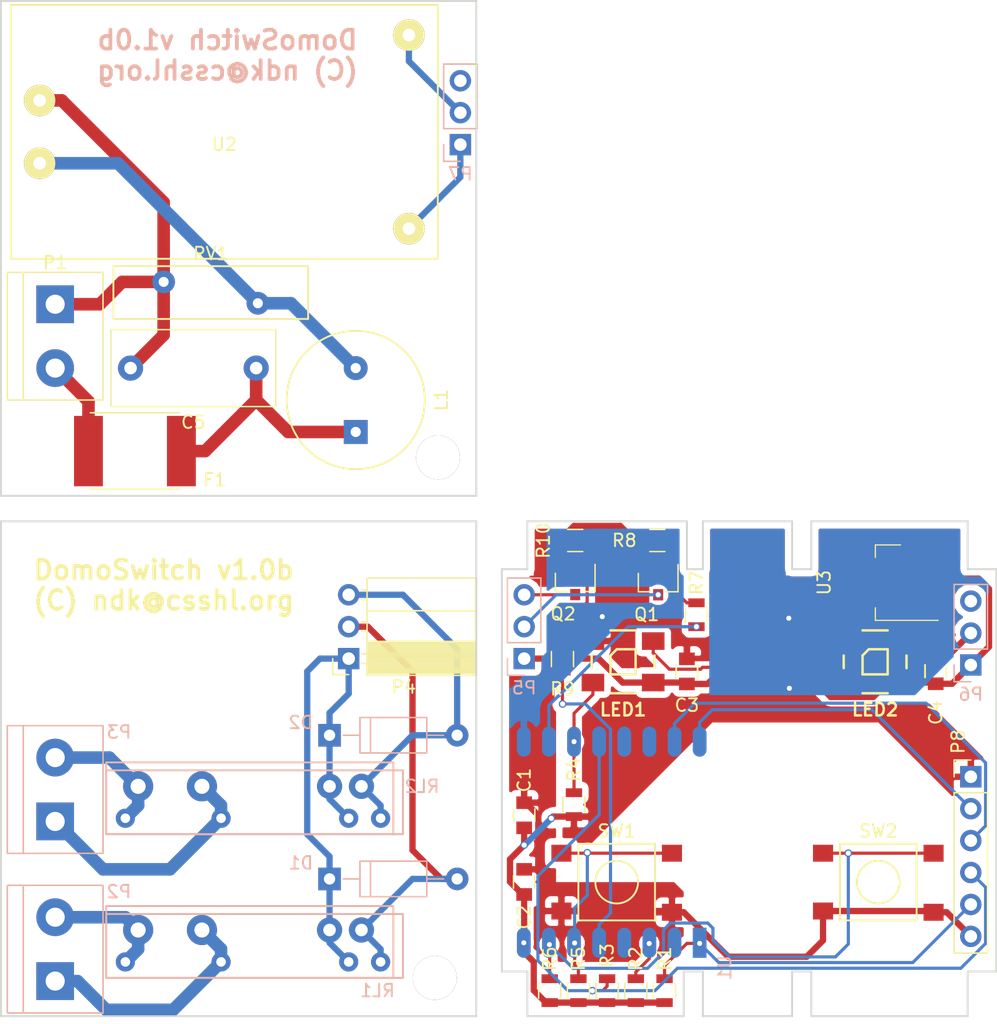
<source format=kicad_pcb>
(kicad_pcb (version 4) (host pcbnew 4.0.7-e2-6376~58~ubuntu16.04.1)

  (general
    (links 88)
    (no_connects 1)
    (area 92.71 60.038 186.657334 152.14026)
    (thickness 1.6)
    (drawings 58)
    (tracks 305)
    (zones 0)
    (modules 43)
    (nets 32)
  )

  (page A4)
  (layers
    (0 F.Cu signal)
    (31 B.Cu signal)
    (32 B.Adhes user hide)
    (33 F.Adhes user hide)
    (34 B.Paste user hide)
    (35 F.Paste user hide)
    (36 B.SilkS user)
    (37 F.SilkS user)
    (38 B.Mask user hide)
    (39 F.Mask user hide)
    (40 Dwgs.User user)
    (41 Cmts.User user hide)
    (42 Eco1.User user hide)
    (43 Eco2.User user hide)
    (44 Edge.Cuts user)
    (45 Margin user)
    (46 B.CrtYd user)
    (47 F.CrtYd user)
    (48 B.Fab user hide)
    (49 F.Fab user hide)
  )

  (setup
    (last_trace_width 0.25)
    (trace_clearance 0.2)
    (zone_clearance 0.508)
    (zone_45_only yes)
    (trace_min 0.2)
    (segment_width 0.15)
    (edge_width 0.15)
    (via_size 0.6)
    (via_drill 0.4)
    (via_min_size 0.4)
    (via_min_drill 0.3)
    (uvia_size 0.3)
    (uvia_drill 0.1)
    (uvias_allowed no)
    (uvia_min_size 0.2)
    (uvia_min_drill 0.1)
    (pcb_text_width 0.3)
    (pcb_text_size 1.5 1.5)
    (mod_edge_width 0.15)
    (mod_text_size 1 1)
    (mod_text_width 0.15)
    (pad_size 3.5 3.5)
    (pad_drill 0)
    (pad_to_mask_clearance 0.2)
    (aux_axis_origin 0 0)
    (visible_elements FFFEEF7F)
    (pcbplotparams
      (layerselection 0x030f0_80000001)
      (usegerberextensions true)
      (usegerberattributes true)
      (excludeedgelayer true)
      (linewidth 0.100000)
      (plotframeref false)
      (viasonmask false)
      (mode 1)
      (useauxorigin false)
      (hpglpennumber 1)
      (hpglpenspeed 20)
      (hpglpendiameter 15)
      (hpglpenoverlay 2)
      (psnegative false)
      (psa4output false)
      (plotreference true)
      (plotvalue false)
      (plotinvisibletext false)
      (padsonsilk false)
      (subtractmaskfromsilk false)
      (outputformat 1)
      (mirror false)
      (drillshape 0)
      (scaleselection 1)
      (outputdirectory ../../../../../Scrivania/DomoSwitch-3/))
  )

  (net 0 "")
  (net 1 "Net-(C1-Pad1)")
  (net 2 GNDD)
  (net 3 "Net-(D1-Pad2)")
  (net 4 +5V)
  (net 5 "Net-(D2-Pad2)")
  (net 6 "Net-(LED1-Pad2)")
  (net 7 /IO2)
  (net 8 /IO12)
  (net 9 /IO13)
  (net 10 /TX)
  (net 11 /RX)
  (net 12 /IO0)
  (net 13 /RST)
  (net 14 "Net-(Q1-Pad1)")
  (net 15 "Net-(Q2-Pad1)")
  (net 16 "Net-(R2-Pad2)")
  (net 17 /IO15)
  (net 18 /IO14)
  (net 19 "Net-(D1-Pad1)")
  (net 20 "Net-(P2-Pad1)")
  (net 21 "Net-(P2-Pad2)")
  (net 22 "Net-(P3-Pad1)")
  (net 23 "Net-(P3-Pad2)")
  (net 24 "Net-(P7-Pad2)")
  (net 25 "Net-(C5-Pad1)")
  (net 26 "Net-(C5-Pad2)")
  (net 27 "Net-(F1-Pad2)")
  (net 28 "Net-(L1-Pad2)")
  (net 29 "Net-(P5-Pad2)")
  (net 30 "Net-(P5-Pad3)")
  (net 31 "Net-(P7-Pad1)")

  (net_class Default "This is the default net class."
    (clearance 0.2)
    (trace_width 0.25)
    (via_dia 0.6)
    (via_drill 0.4)
    (uvia_dia 0.3)
    (uvia_drill 0.1)
    (add_net /IO0)
    (add_net /IO12)
    (add_net /IO13)
    (add_net /IO14)
    (add_net /IO15)
    (add_net /IO2)
    (add_net /RST)
    (add_net /RX)
    (add_net /TX)
    (add_net "Net-(LED1-Pad2)")
    (add_net "Net-(P5-Pad2)")
    (add_net "Net-(P5-Pad3)")
    (add_net "Net-(Q1-Pad1)")
    (add_net "Net-(Q2-Pad1)")
    (add_net "Net-(R2-Pad2)")
  )

  (net_class 220V ""
    (clearance 2.5)
    (trace_width 1)
    (via_dia 0.6)
    (via_drill 0.4)
    (uvia_dia 0.3)
    (uvia_drill 0.1)
    (add_net "Net-(C5-Pad1)")
    (add_net "Net-(C5-Pad2)")
    (add_net "Net-(F1-Pad2)")
    (add_net "Net-(L1-Pad2)")
    (add_net "Net-(P2-Pad1)")
    (add_net "Net-(P2-Pad2)")
    (add_net "Net-(P3-Pad1)")
    (add_net "Net-(P3-Pad2)")
  )

  (net_class PWR ""
    (clearance 0.2)
    (trace_width 0.5)
    (via_dia 0.6)
    (via_drill 0.4)
    (uvia_dia 0.3)
    (uvia_drill 0.1)
    (add_net +5V)
    (add_net GNDD)
    (add_net "Net-(C1-Pad1)")
    (add_net "Net-(D1-Pad1)")
    (add_net "Net-(D1-Pad2)")
    (add_net "Net-(D2-Pad2)")
    (add_net "Net-(P7-Pad1)")
    (add_net "Net-(P7-Pad2)")
  )

  (module Mounting_Holes:MountingHole_3-5mm (layer F.Cu) (tedit 5AC615B4) (tstamp 5ABB5B4A)
    (at 136.652 143.764)
    (descr "Mounting hole, Befestigungsbohrung, 3,5mm, No Annular, Kein Restring,")
    (tags "Mounting hole, Befestigungsbohrung, 3,5mm, No Annular, Kein Restring,")
    (fp_text reference H5 (at 0.508 0.254) (layer F.SilkS) hide
      (effects (font (size 1 1) (thickness 0.15)))
    )
    (fp_text value MountingHole_3-5mm (at 0 5.00126) (layer F.Fab) hide
      (effects (font (size 1 1) (thickness 0.15)))
    )
    (fp_circle (center 0 0) (end 3.5 0) (layer Cmts.User) (width 0.381))
    (pad 1 thru_hole circle (at 0 0) (size 3.5 3.5) (drill 3.5) (layers))
  )

  (module Socket_Strips:Socket_Strip_Angled_1x03_Pitch2.54mm (layer F.Cu) (tedit 58CD5446) (tstamp 5AE844F1)
    (at 129.794 118.364 180)
    (descr "Through hole angled socket strip, 1x03, 2.54mm pitch, 8.51mm socket length, single row")
    (tags "Through hole angled socket strip THT 1x03 2.54mm single row")
    (path /5ABA10A1)
    (fp_text reference P4 (at -4.38 -2.27 180) (layer F.SilkS)
      (effects (font (size 1 1) (thickness 0.15)))
    )
    (fp_text value CONN_01X03 (at -4.38 7.35 180) (layer F.Fab)
      (effects (font (size 1 1) (thickness 0.15)))
    )
    (fp_line (start -1.52 -1.27) (end -1.52 1.27) (layer F.Fab) (width 0.1))
    (fp_line (start -1.52 1.27) (end -10.03 1.27) (layer F.Fab) (width 0.1))
    (fp_line (start -10.03 1.27) (end -10.03 -1.27) (layer F.Fab) (width 0.1))
    (fp_line (start -10.03 -1.27) (end -1.52 -1.27) (layer F.Fab) (width 0.1))
    (fp_line (start 0 -0.32) (end 0 0.32) (layer F.Fab) (width 0.1))
    (fp_line (start 0 0.32) (end -1.52 0.32) (layer F.Fab) (width 0.1))
    (fp_line (start -1.52 0.32) (end -1.52 -0.32) (layer F.Fab) (width 0.1))
    (fp_line (start -1.52 -0.32) (end 0 -0.32) (layer F.Fab) (width 0.1))
    (fp_line (start -1.52 1.27) (end -1.52 3.81) (layer F.Fab) (width 0.1))
    (fp_line (start -1.52 3.81) (end -10.03 3.81) (layer F.Fab) (width 0.1))
    (fp_line (start -10.03 3.81) (end -10.03 1.27) (layer F.Fab) (width 0.1))
    (fp_line (start -10.03 1.27) (end -1.52 1.27) (layer F.Fab) (width 0.1))
    (fp_line (start 0 2.22) (end 0 2.86) (layer F.Fab) (width 0.1))
    (fp_line (start 0 2.86) (end -1.52 2.86) (layer F.Fab) (width 0.1))
    (fp_line (start -1.52 2.86) (end -1.52 2.22) (layer F.Fab) (width 0.1))
    (fp_line (start -1.52 2.22) (end 0 2.22) (layer F.Fab) (width 0.1))
    (fp_line (start -1.52 3.81) (end -1.52 6.35) (layer F.Fab) (width 0.1))
    (fp_line (start -1.52 6.35) (end -10.03 6.35) (layer F.Fab) (width 0.1))
    (fp_line (start -10.03 6.35) (end -10.03 3.81) (layer F.Fab) (width 0.1))
    (fp_line (start -10.03 3.81) (end -1.52 3.81) (layer F.Fab) (width 0.1))
    (fp_line (start 0 4.76) (end 0 5.4) (layer F.Fab) (width 0.1))
    (fp_line (start 0 5.4) (end -1.52 5.4) (layer F.Fab) (width 0.1))
    (fp_line (start -1.52 5.4) (end -1.52 4.76) (layer F.Fab) (width 0.1))
    (fp_line (start -1.52 4.76) (end 0 4.76) (layer F.Fab) (width 0.1))
    (fp_line (start -1.46 -1.33) (end -1.46 1.27) (layer F.SilkS) (width 0.12))
    (fp_line (start -1.46 1.27) (end -10.09 1.27) (layer F.SilkS) (width 0.12))
    (fp_line (start -10.09 1.27) (end -10.09 -1.33) (layer F.SilkS) (width 0.12))
    (fp_line (start -10.09 -1.33) (end -1.46 -1.33) (layer F.SilkS) (width 0.12))
    (fp_line (start -1.03 -0.38) (end -1.46 -0.38) (layer F.SilkS) (width 0.12))
    (fp_line (start -1.03 0.38) (end -1.46 0.38) (layer F.SilkS) (width 0.12))
    (fp_line (start -1.46 -1.15) (end -10.09 -1.15) (layer F.SilkS) (width 0.12))
    (fp_line (start -1.46 -1.03) (end -10.09 -1.03) (layer F.SilkS) (width 0.12))
    (fp_line (start -1.46 -0.91) (end -10.09 -0.91) (layer F.SilkS) (width 0.12))
    (fp_line (start -1.46 -0.79) (end -10.09 -0.79) (layer F.SilkS) (width 0.12))
    (fp_line (start -1.46 -0.67) (end -10.09 -0.67) (layer F.SilkS) (width 0.12))
    (fp_line (start -1.46 -0.55) (end -10.09 -0.55) (layer F.SilkS) (width 0.12))
    (fp_line (start -1.46 -0.43) (end -10.09 -0.43) (layer F.SilkS) (width 0.12))
    (fp_line (start -1.46 -0.31) (end -10.09 -0.31) (layer F.SilkS) (width 0.12))
    (fp_line (start -1.46 -0.19) (end -10.09 -0.19) (layer F.SilkS) (width 0.12))
    (fp_line (start -1.46 -0.07) (end -10.09 -0.07) (layer F.SilkS) (width 0.12))
    (fp_line (start -1.46 0.05) (end -10.09 0.05) (layer F.SilkS) (width 0.12))
    (fp_line (start -1.46 0.17) (end -10.09 0.17) (layer F.SilkS) (width 0.12))
    (fp_line (start -1.46 0.29) (end -10.09 0.29) (layer F.SilkS) (width 0.12))
    (fp_line (start -1.46 0.41) (end -10.09 0.41) (layer F.SilkS) (width 0.12))
    (fp_line (start -1.46 0.53) (end -10.09 0.53) (layer F.SilkS) (width 0.12))
    (fp_line (start -1.46 0.65) (end -10.09 0.65) (layer F.SilkS) (width 0.12))
    (fp_line (start -1.46 0.77) (end -10.09 0.77) (layer F.SilkS) (width 0.12))
    (fp_line (start -1.46 0.89) (end -10.09 0.89) (layer F.SilkS) (width 0.12))
    (fp_line (start -1.46 1.01) (end -10.09 1.01) (layer F.SilkS) (width 0.12))
    (fp_line (start -1.46 1.13) (end -10.09 1.13) (layer F.SilkS) (width 0.12))
    (fp_line (start -1.46 1.25) (end -10.09 1.25) (layer F.SilkS) (width 0.12))
    (fp_line (start -1.46 1.37) (end -10.09 1.37) (layer F.SilkS) (width 0.12))
    (fp_line (start -1.46 1.27) (end -1.46 3.81) (layer F.SilkS) (width 0.12))
    (fp_line (start -1.46 3.81) (end -10.09 3.81) (layer F.SilkS) (width 0.12))
    (fp_line (start -10.09 3.81) (end -10.09 1.27) (layer F.SilkS) (width 0.12))
    (fp_line (start -10.09 1.27) (end -1.46 1.27) (layer F.SilkS) (width 0.12))
    (fp_line (start -1.03 2.16) (end -1.46 2.16) (layer F.SilkS) (width 0.12))
    (fp_line (start -1.03 2.92) (end -1.46 2.92) (layer F.SilkS) (width 0.12))
    (fp_line (start -1.46 3.81) (end -1.46 6.41) (layer F.SilkS) (width 0.12))
    (fp_line (start -1.46 6.41) (end -10.09 6.41) (layer F.SilkS) (width 0.12))
    (fp_line (start -10.09 6.41) (end -10.09 3.81) (layer F.SilkS) (width 0.12))
    (fp_line (start -10.09 3.81) (end -1.46 3.81) (layer F.SilkS) (width 0.12))
    (fp_line (start -1.03 4.7) (end -1.46 4.7) (layer F.SilkS) (width 0.12))
    (fp_line (start -1.03 5.46) (end -1.46 5.46) (layer F.SilkS) (width 0.12))
    (fp_line (start 0 -1.27) (end 1.27 -1.27) (layer F.SilkS) (width 0.12))
    (fp_line (start 1.27 -1.27) (end 1.27 0) (layer F.SilkS) (width 0.12))
    (fp_line (start 1.8 -1.8) (end 1.8 6.85) (layer F.CrtYd) (width 0.05))
    (fp_line (start 1.8 6.85) (end -10.55 6.85) (layer F.CrtYd) (width 0.05))
    (fp_line (start -10.55 6.85) (end -10.55 -1.8) (layer F.CrtYd) (width 0.05))
    (fp_line (start -10.55 -1.8) (end 1.8 -1.8) (layer F.CrtYd) (width 0.05))
    (fp_text user %R (at -4.38 -2.27 180) (layer F.Fab)
      (effects (font (size 1 1) (thickness 0.15)))
    )
    (pad 1 thru_hole rect (at 0 0 180) (size 1.7 1.7) (drill 1) (layers *.Cu *.Mask)
      (net 19 "Net-(D1-Pad1)"))
    (pad 2 thru_hole oval (at 0 2.54 180) (size 1.7 1.7) (drill 1) (layers *.Cu *.Mask)
      (net 3 "Net-(D1-Pad2)"))
    (pad 3 thru_hole oval (at 0 5.08 180) (size 1.7 1.7) (drill 1) (layers *.Cu *.Mask)
      (net 5 "Net-(D2-Pad2)"))
    (model ${KISYS3DMOD}/Socket_Strips.3dshapes/Socket_Strip_Angled_1x03_Pitch2.54mm.wrl
      (at (xyz 0 -0.1 0))
      (scale (xyz 1 1 1))
      (rotate (xyz 0 0 270))
    )
  )

  (module "AAA mie lib verificate:INDUCTOR_0810" (layer F.Cu) (tedit 5AF02B67) (tstamp 5AE83CA5)
    (at 130.3528 97.79 90)
    (descr "Inductor (vertical)")
    (tags INDUCTOR)
    (path /5AE83BDF)
    (fp_text reference L1 (at 0 6.8072 90) (layer F.SilkS)
      (effects (font (size 1 1) (thickness 0.15)))
    )
    (fp_text value 10mH (at 0.09906 -1.99898 90) (layer F.Fab)
      (effects (font (size 1 1) (thickness 0.15)))
    )
    (fp_circle (center 0 0) (end 5.5 0) (layer F.SilkS) (width 0.15))
    (pad 1 thru_hole rect (at -2.54 0 90) (size 1.905 1.905) (drill 0.8128) (layers *.Cu *.Mask)
      (net 25 "Net-(C5-Pad1)"))
    (pad 2 thru_hole circle (at 2.54 0 90) (size 1.905 1.905) (drill 0.8128) (layers *.Cu *.Mask)
      (net 28 "Net-(L1-Pad2)"))
    (model Inductors.3dshapes/INDUCTOR_V.wrl
      (at (xyz 0 0 0))
      (scale (xyz 2 2 2))
      (rotate (xyz 0 0 0))
    )
  )

  (module Varistors:RV_Disc_D15.5_W4.2_P7.5 (layer F.Cu) (tedit 5529CAF8) (tstamp 5AE83CAB)
    (at 122.562 90.092 180)
    (tags "varistor SIOV")
    (path /5AE8445F)
    (fp_text reference RV1 (at 3.75 3.95 180) (layer F.SilkS)
      (effects (font (size 1 1) (thickness 0.15)))
    )
    (fp_text value Varistor (at 3.75 -2.25 180) (layer F.Fab)
      (effects (font (size 1 1) (thickness 0.15)))
    )
    (fp_line (start -4.25 3.2) (end 11.75 3.2) (layer F.CrtYd) (width 0.05))
    (fp_line (start -4.25 -1.5) (end 11.75 -1.5) (layer F.CrtYd) (width 0.05))
    (fp_line (start 11.75 -1.5) (end 11.75 3.2) (layer F.CrtYd) (width 0.05))
    (fp_line (start -4.25 -1.5) (end -4.25 3.2) (layer F.CrtYd) (width 0.05))
    (fp_line (start -4 2.95) (end 11.5 2.95) (layer F.SilkS) (width 0.15))
    (fp_line (start -4 -1.25) (end 11.5 -1.25) (layer F.SilkS) (width 0.15))
    (fp_line (start 11.5 -1.25) (end 11.5 2.95) (layer F.SilkS) (width 0.15))
    (fp_line (start -4 -1.25) (end -4 2.95) (layer F.SilkS) (width 0.15))
    (pad 1 thru_hole circle (at 0 0 180) (size 1.8 1.8) (drill 0.8) (layers *.Cu *.Mask)
      (net 28 "Net-(L1-Pad2)"))
    (pad 2 thru_hole circle (at 7.5 1.7 180) (size 1.8 1.8) (drill 0.8) (layers *.Cu *.Mask)
      (net 26 "Net-(C5-Pad2)"))
  )

  (module Terminal_Blocks:TerminalBlock_bornier-2_P5.08mm (layer F.Cu) (tedit 5AC7D2B3) (tstamp 5ABA701D)
    (at 106.426 90.17 270)
    (descr "simple 2-pin terminal block, pitch 5.08mm, revamped version of bornier2")
    (tags "terminal block bornier2")
    (path /5A32BE92)
    (fp_text reference P1 (at -3.302 0 360) (layer F.SilkS)
      (effects (font (size 1 1) (thickness 0.15)))
    )
    (fp_text value CONN_01X02 (at 2.54 5.08 270) (layer F.Fab) hide
      (effects (font (size 1 1) (thickness 0.15)))
    )
    (fp_text user %R (at 2.54 0 270) (layer F.Fab)
      (effects (font (size 1 1) (thickness 0.15)))
    )
    (fp_line (start -2.41 2.55) (end 7.49 2.55) (layer F.Fab) (width 0.1))
    (fp_line (start -2.46 -3.75) (end -2.46 3.75) (layer F.Fab) (width 0.1))
    (fp_line (start -2.46 3.75) (end 7.54 3.75) (layer F.Fab) (width 0.1))
    (fp_line (start 7.54 3.75) (end 7.54 -3.75) (layer F.Fab) (width 0.1))
    (fp_line (start 7.54 -3.75) (end -2.46 -3.75) (layer F.Fab) (width 0.1))
    (fp_line (start 7.62 2.54) (end -2.54 2.54) (layer F.SilkS) (width 0.12))
    (fp_line (start 7.62 3.81) (end 7.62 -3.81) (layer F.SilkS) (width 0.12))
    (fp_line (start 7.62 -3.81) (end -2.54 -3.81) (layer F.SilkS) (width 0.12))
    (fp_line (start -2.54 -3.81) (end -2.54 3.81) (layer F.SilkS) (width 0.12))
    (fp_line (start -2.54 3.81) (end 7.62 3.81) (layer F.SilkS) (width 0.12))
    (fp_line (start -2.71 -4) (end 7.79 -4) (layer F.CrtYd) (width 0.05))
    (fp_line (start -2.71 -4) (end -2.71 4) (layer F.CrtYd) (width 0.05))
    (fp_line (start 7.79 4) (end 7.79 -4) (layer F.CrtYd) (width 0.05))
    (fp_line (start 7.79 4) (end -2.71 4) (layer F.CrtYd) (width 0.05))
    (pad 1 thru_hole rect (at 0 0 270) (size 3 3) (drill 1.52) (layers *.Cu *.Mask)
      (net 26 "Net-(C5-Pad2)"))
    (pad 2 thru_hole circle (at 5.08 0 270) (size 3 3) (drill 1.52) (layers *.Cu *.Mask)
      (net 27 "Net-(F1-Pad2)"))
    (model ${KISYS3DMOD}/Terminal_Blocks.3dshapes/TerminalBlock_bornier-2_P5.08mm.wrl
      (at (xyz 0.1 0 0))
      (scale (xyz 1 1 1))
      (rotate (xyz 0 0 0))
    )
  )

  (module AAA_Mie_lib_verificate:HLK-PM01 (layer F.Cu) (tedit 57223426) (tstamp 5ABA3EA9)
    (at 119.888 76.454)
    (path /5A32BDC1)
    (fp_text reference U2 (at 0 1) (layer F.SilkS)
      (effects (font (size 1 1) (thickness 0.15)))
    )
    (fp_text value AC/DC (at 0 -1) (layer F.Fab)
      (effects (font (size 1 1) (thickness 0.15)))
    )
    (fp_line (start -17 -10.1) (end -17 10.1) (layer F.SilkS) (width 0.15))
    (fp_line (start 17 -10.1) (end -17 -10.1) (layer F.SilkS) (width 0.15))
    (fp_line (start 17 -9.9) (end 17 -10.1) (layer F.SilkS) (width 0.15))
    (fp_line (start 17 10.1) (end 17 -9.9) (layer F.SilkS) (width 0.15))
    (fp_line (start -17 10.1) (end 17 10.1) (layer F.SilkS) (width 0.15))
    (pad 1 thru_hole circle (at -14.7 -2.5) (size 2.5 2.5) (drill 1) (layers *.Cu *.Mask F.SilkS)
      (net 26 "Net-(C5-Pad2)"))
    (pad 2 thru_hole circle (at -14.7 2.5) (size 2.5 2.5) (drill 1) (layers *.Cu *.Mask F.SilkS)
      (net 28 "Net-(L1-Pad2)"))
    (pad 3 thru_hole circle (at 14.7 -7.7) (size 2.5 2.5) (drill 1) (layers *.Cu *.Mask F.SilkS)
      (net 24 "Net-(P7-Pad2)"))
    (pad 4 thru_hole circle (at 14.7 7.7) (size 2.5 2.5) (drill 1) (layers *.Cu *.Mask F.SilkS)
      (net 31 "Net-(P7-Pad1)"))
  )

  (module Fuse_Holders_and_Fuses:Fuse_SMD2920 (layer F.Cu) (tedit 5AF02B61) (tstamp 5AE83C99)
    (at 112.776 101.854 180)
    (descr "Fuse, 2920 chip size")
    (tags "Fuse SMD2920")
    (path /5AE8392B)
    (attr smd)
    (fp_text reference F1 (at -6.35 -2.286 180) (layer F.SilkS)
      (effects (font (size 1 1) (thickness 0.15)))
    )
    (fp_text value 250V/1A (at 0 4.38 180) (layer F.Fab)
      (effects (font (size 1 1) (thickness 0.15)))
    )
    (fp_line (start -3.7 -2.55) (end 3.7 -2.55) (layer F.Fab) (width 0.1))
    (fp_line (start 3.7 -2.55) (end 3.7 2.55) (layer F.Fab) (width 0.1))
    (fp_line (start 3.7 2.55) (end -3.7 2.55) (layer F.Fab) (width 0.1))
    (fp_line (start -3.7 2.55) (end -3.7 -2.55) (layer F.Fab) (width 0.1))
    (fp_line (start 5.1 -3.3) (end 5.1 3.3) (layer F.CrtYd) (width 0.05))
    (fp_line (start -5.1 -3.3) (end -5.1 3.3) (layer F.CrtYd) (width 0.05))
    (fp_line (start -5.1 3.3) (end 5.1 3.3) (layer F.CrtYd) (width 0.05))
    (fp_line (start -5.1 -3.3) (end 5.1 -3.3) (layer F.CrtYd) (width 0.05))
    (fp_line (start -3.56 -3.05) (end 3.56 -3.05) (layer F.SilkS) (width 0.12))
    (fp_line (start -3.56 3.05) (end 3.56 3.05) (layer F.SilkS) (width 0.12))
    (pad 1 smd rect (at -3.7 0 270) (size 5.6 2.3) (layers F.Cu F.Paste F.Mask)
      (net 25 "Net-(C5-Pad1)"))
    (pad 2 smd rect (at 3.7 0 270) (size 5.6 2.3) (layers F.Cu F.Paste F.Mask)
      (net 27 "Net-(F1-Pad2)"))
  )

  (module Mounting_Holes:MountingHole_3-5mm (layer F.Cu) (tedit 5AC61597) (tstamp 5ABB5B5C)
    (at 136.906 102.362)
    (descr "Mounting hole, Befestigungsbohrung, 3,5mm, No Annular, Kein Restring,")
    (tags "Mounting hole, Befestigungsbohrung, 3,5mm, No Annular, Kein Restring,")
    (fp_text reference H1 (at 0 0.254) (layer F.SilkS) hide
      (effects (font (size 1 1) (thickness 0.15)))
    )
    (fp_text value MountingHole_3-5mm (at 0 5.00126) (layer F.Fab) hide
      (effects (font (size 1 1) (thickness 0.15)))
    )
    (fp_circle (center 0 0) (end 3.5 0) (layer Cmts.User) (width 0.381))
    (pad 1 thru_hole circle (at 0 0) (size 3.5 3.5) (drill 3.5) (layers))
  )

  (module Capacitors_ThroughHole:C_Rect_L13.0mm_W6.0mm_P10.00mm_FKS3_FKP3_MKS4 (layer F.Cu) (tedit 597BC7C2) (tstamp 5AE83C93)
    (at 122.428 95.25 180)
    (descr "C, Rect series, Radial, pin pitch=10.00mm, , length*width=13*6mm^2, Capacitor, http://www.wima.com/EN/WIMA_FKS_3.pdf, http://www.wima.com/EN/WIMA_MKS_4.pdf")
    (tags "C Rect series Radial pin pitch 10.00mm  length 13mm width 6mm Capacitor")
    (path /5AE83B72)
    (fp_text reference C5 (at 5 -4.31 180) (layer F.SilkS)
      (effects (font (size 1 1) (thickness 0.15)))
    )
    (fp_text value .1uF/275V (at 5 4.31 180) (layer F.Fab)
      (effects (font (size 1 1) (thickness 0.15)))
    )
    (fp_line (start -1.5 -3) (end -1.5 3) (layer F.Fab) (width 0.1))
    (fp_line (start -1.5 3) (end 11.5 3) (layer F.Fab) (width 0.1))
    (fp_line (start 11.5 3) (end 11.5 -3) (layer F.Fab) (width 0.1))
    (fp_line (start 11.5 -3) (end -1.5 -3) (layer F.Fab) (width 0.1))
    (fp_line (start -1.56 -3.06) (end 11.56 -3.06) (layer F.SilkS) (width 0.12))
    (fp_line (start -1.56 3.06) (end 11.56 3.06) (layer F.SilkS) (width 0.12))
    (fp_line (start -1.56 -3.06) (end -1.56 3.06) (layer F.SilkS) (width 0.12))
    (fp_line (start 11.56 -3.06) (end 11.56 3.06) (layer F.SilkS) (width 0.12))
    (fp_line (start -1.85 -3.35) (end -1.85 3.35) (layer F.CrtYd) (width 0.05))
    (fp_line (start -1.85 3.35) (end 11.85 3.35) (layer F.CrtYd) (width 0.05))
    (fp_line (start 11.85 3.35) (end 11.85 -3.35) (layer F.CrtYd) (width 0.05))
    (fp_line (start 11.85 -3.35) (end -1.85 -3.35) (layer F.CrtYd) (width 0.05))
    (fp_text user %R (at 5 0 180) (layer F.Fab)
      (effects (font (size 1 1) (thickness 0.15)))
    )
    (pad 1 thru_hole circle (at 0 0 180) (size 2 2) (drill 1) (layers *.Cu *.Mask)
      (net 25 "Net-(C5-Pad1)"))
    (pad 2 thru_hole circle (at 10 0 180) (size 2 2) (drill 1) (layers *.Cu *.Mask)
      (net 26 "Net-(C5-Pad2)"))
    (model ${KISYS3DMOD}/Capacitors_THT.3dshapes/C_Rect_L13.0mm_W6.0mm_P10.00mm_FKS3_FKP3_MKS4.wrl
      (at (xyz 0 0 0))
      (scale (xyz 1 1 1))
      (rotate (xyz 0 0 0))
    )
  )

  (module Terminal_Blocks:TerminalBlock_bornier-2_P5.08mm (layer B.Cu) (tedit 5AE87FD4) (tstamp 5ABA7032)
    (at 106.426 144.018 90)
    (descr "simple 2-pin terminal block, pitch 5.08mm, revamped version of bornier2")
    (tags "terminal block bornier2")
    (path /5A32BF1F)
    (fp_text reference P2 (at 7.112 5.08 360) (layer B.SilkS)
      (effects (font (size 1 1) (thickness 0.15)) (justify mirror))
    )
    (fp_text value CONN_01X02 (at 2.54 -5.08 90) (layer B.Fab) hide
      (effects (font (size 1 1) (thickness 0.15)) (justify mirror))
    )
    (fp_text user %R (at 2.54 0 90) (layer B.Fab)
      (effects (font (size 1 1) (thickness 0.15)) (justify mirror))
    )
    (fp_line (start -2.41 -2.55) (end 7.49 -2.55) (layer B.Fab) (width 0.1))
    (fp_line (start -2.46 3.75) (end -2.46 -3.75) (layer B.Fab) (width 0.1))
    (fp_line (start -2.46 -3.75) (end 7.54 -3.75) (layer B.Fab) (width 0.1))
    (fp_line (start 7.54 -3.75) (end 7.54 3.75) (layer B.Fab) (width 0.1))
    (fp_line (start 7.54 3.75) (end -2.46 3.75) (layer B.Fab) (width 0.1))
    (fp_line (start 7.62 -2.54) (end -2.54 -2.54) (layer B.SilkS) (width 0.12))
    (fp_line (start 7.62 -3.81) (end 7.62 3.81) (layer B.SilkS) (width 0.12))
    (fp_line (start 7.62 3.81) (end -2.54 3.81) (layer B.SilkS) (width 0.12))
    (fp_line (start -2.54 3.81) (end -2.54 -3.81) (layer B.SilkS) (width 0.12))
    (fp_line (start -2.54 -3.81) (end 7.62 -3.81) (layer B.SilkS) (width 0.12))
    (fp_line (start -2.71 4) (end 7.79 4) (layer B.CrtYd) (width 0.05))
    (fp_line (start -2.71 4) (end -2.71 -4) (layer B.CrtYd) (width 0.05))
    (fp_line (start 7.79 -4) (end 7.79 4) (layer B.CrtYd) (width 0.05))
    (fp_line (start 7.79 -4) (end -2.71 -4) (layer B.CrtYd) (width 0.05))
    (pad 1 thru_hole rect (at 0 0 90) (size 3 3) (drill 1.52) (layers *.Cu *.Mask)
      (net 20 "Net-(P2-Pad1)"))
    (pad 2 thru_hole circle (at 5.08 0 90) (size 3 3) (drill 1.52) (layers *.Cu *.Mask)
      (net 21 "Net-(P2-Pad2)"))
    (model ${KISYS3DMOD}/Terminal_Blocks.3dshapes/TerminalBlock_bornier-2_P5.08mm.wrl
      (at (xyz 0.1 0 0))
      (scale (xyz 1 1 1))
      (rotate (xyz 0 0 0))
    )
  )

  (module "AAA mie lib verificate:G3MB" (layer B.Cu) (tedit 5A2709E6) (tstamp 5AE7620A)
    (at 132.334 131.064 180)
    (path /5AE71AF0)
    (fp_text reference RL2B1 (at 1.27 -5.08 180) (layer B.SilkS) hide
      (effects (font (size 1 1) (thickness 0.15)) (justify mirror))
    )
    (fp_text value Omron_G3MB-202 (at 6.35 -1.27 180) (layer B.Fab)
      (effects (font (size 1 1) (thickness 0.15)) (justify mirror))
    )
    (fp_line (start -1.778 -1.27) (end -1.27 -1.27) (layer B.SilkS) (width 0.15))
    (fp_line (start -1.778 3.81) (end -1.27 3.81) (layer B.SilkS) (width 0.15))
    (fp_line (start 21.59 -1.27) (end 21.844 -1.27) (layer B.SilkS) (width 0.15))
    (fp_line (start 21.59 3.81) (end 21.844 3.81) (layer B.SilkS) (width 0.15))
    (fp_line (start -1.27 3.81) (end 21.59 3.81) (layer B.SilkS) (width 0.15))
    (fp_line (start 21.844 3.81) (end 21.844 -1.27) (layer B.SilkS) (width 0.15))
    (fp_line (start 21.59 -1.27) (end -1.27 -1.27) (layer B.SilkS) (width 0.15))
    (fp_line (start -1.778 -1.27) (end -1.778 3.81) (layer B.SilkS) (width 0.15))
    (pad 4 thru_hole circle (at 0 0 180) (size 1.524 1.524) (drill 0.762) (layers *.Cu *.Mask)
      (net 5 "Net-(D2-Pad2)"))
    (pad 3 thru_hole circle (at 2.54 0 180) (size 1.524 1.524) (drill 0.762) (layers *.Cu *.Mask)
      (net 19 "Net-(D1-Pad1)"))
    (pad 2 thru_hole circle (at 12.7 0 180) (size 1.524 1.524) (drill 0.762) (layers *.Cu *.Mask)
      (net 22 "Net-(P3-Pad1)"))
    (pad 1 thru_hole circle (at 20.32 0 180) (size 1.524 1.524) (drill 0.762) (layers *.Cu *.Mask)
      (net 23 "Net-(P3-Pad2)"))
  )

  (module "AAA mie lib verificate:G3MB" (layer B.Cu) (tedit 5A2709E6) (tstamp 5AE761FA)
    (at 132.334 142.494 180)
    (path /5AE7194D)
    (fp_text reference RL1B1 (at 1.27 -5.08 180) (layer B.SilkS) hide
      (effects (font (size 1 1) (thickness 0.15)) (justify mirror))
    )
    (fp_text value Omron_G3MB-202 (at 6.35 -1.27 180) (layer B.Fab)
      (effects (font (size 1 1) (thickness 0.15)) (justify mirror))
    )
    (fp_line (start -1.778 -1.27) (end -1.27 -1.27) (layer B.SilkS) (width 0.15))
    (fp_line (start -1.778 3.81) (end -1.27 3.81) (layer B.SilkS) (width 0.15))
    (fp_line (start 21.59 -1.27) (end 21.844 -1.27) (layer B.SilkS) (width 0.15))
    (fp_line (start 21.59 3.81) (end 21.844 3.81) (layer B.SilkS) (width 0.15))
    (fp_line (start -1.27 3.81) (end 21.59 3.81) (layer B.SilkS) (width 0.15))
    (fp_line (start 21.844 3.81) (end 21.844 -1.27) (layer B.SilkS) (width 0.15))
    (fp_line (start 21.59 -1.27) (end -1.27 -1.27) (layer B.SilkS) (width 0.15))
    (fp_line (start -1.778 -1.27) (end -1.778 3.81) (layer B.SilkS) (width 0.15))
    (pad 4 thru_hole circle (at 0 0 180) (size 1.524 1.524) (drill 0.762) (layers *.Cu *.Mask)
      (net 3 "Net-(D1-Pad2)"))
    (pad 3 thru_hole circle (at 2.54 0 180) (size 1.524 1.524) (drill 0.762) (layers *.Cu *.Mask)
      (net 19 "Net-(D1-Pad1)"))
    (pad 2 thru_hole circle (at 12.7 0 180) (size 1.524 1.524) (drill 0.762) (layers *.Cu *.Mask)
      (net 20 "Net-(P2-Pad1)"))
    (pad 1 thru_hole circle (at 20.32 0 180) (size 1.524 1.524) (drill 0.762) (layers *.Cu *.Mask)
      (net 21 "Net-(P2-Pad2)"))
  )

  (module "AAA mie lib verificate:APAN31xx" (layer B.Cu) (tedit 5AE7603C) (tstamp 5ABA3E61)
    (at 130.81 139.954 180)
    (path /5AB8F2A7)
    (fp_text reference RL1 (at -1.27 -4.826 180) (layer B.SilkS)
      (effects (font (size 1 1) (thickness 0.15)) (justify mirror))
    )
    (fp_text value APAN3105 (at 0 5.08 180) (layer B.Fab) hide
      (effects (font (size 1 1) (thickness 0.15)) (justify mirror))
    )
    (fp_line (start 20.32 -3.81) (end -2.54 -3.81) (layer B.SilkS) (width 0.15))
    (fp_line (start -2.54 1.905) (end 20.32 1.905) (layer B.SilkS) (width 0.15))
    (fp_line (start 20.32 1.905) (end 20.32 -3.81) (layer B.SilkS) (width 0.15))
    (fp_line (start -2.54 1.905) (end -2.54 -3.81) (layer B.SilkS) (width 0.15))
    (pad 1 thru_hole circle (at 0 0 180) (size 2 2) (drill 1) (layers *.Cu *.Mask)
      (net 3 "Net-(D1-Pad2)"))
    (pad 2 thru_hole circle (at 2.54 0 180) (size 2 2) (drill 1) (layers *.Cu *.Mask)
      (net 19 "Net-(D1-Pad1)"))
    (pad 5 thru_hole circle (at 12.7 0 180) (size 2.4 2.4) (drill 1.2) (layers *.Cu *.Mask)
      (net 20 "Net-(P2-Pad1)"))
    (pad 6 thru_hole circle (at 17.78 0 180) (size 2.4 2.4) (drill 1.2) (layers *.Cu *.Mask)
      (net 21 "Net-(P2-Pad2)"))
  )

  (module Terminal_Blocks:TerminalBlock_bornier-2_P5.08mm (layer B.Cu) (tedit 5AE87FDA) (tstamp 5ABA7047)
    (at 106.426 131.318 90)
    (descr "simple 2-pin terminal block, pitch 5.08mm, revamped version of bornier2")
    (tags "terminal block bornier2")
    (path /5A32BF68)
    (fp_text reference P3 (at 7.112 5.08 360) (layer B.SilkS)
      (effects (font (size 1 1) (thickness 0.15)) (justify mirror))
    )
    (fp_text value CONN_01X02 (at 2.54 -5.08 90) (layer B.Fab) hide
      (effects (font (size 1 1) (thickness 0.15)) (justify mirror))
    )
    (fp_text user %R (at 2.54 0 90) (layer B.Fab)
      (effects (font (size 1 1) (thickness 0.15)) (justify mirror))
    )
    (fp_line (start -2.41 -2.55) (end 7.49 -2.55) (layer B.Fab) (width 0.1))
    (fp_line (start -2.46 3.75) (end -2.46 -3.75) (layer B.Fab) (width 0.1))
    (fp_line (start -2.46 -3.75) (end 7.54 -3.75) (layer B.Fab) (width 0.1))
    (fp_line (start 7.54 -3.75) (end 7.54 3.75) (layer B.Fab) (width 0.1))
    (fp_line (start 7.54 3.75) (end -2.46 3.75) (layer B.Fab) (width 0.1))
    (fp_line (start 7.62 -2.54) (end -2.54 -2.54) (layer B.SilkS) (width 0.12))
    (fp_line (start 7.62 -3.81) (end 7.62 3.81) (layer B.SilkS) (width 0.12))
    (fp_line (start 7.62 3.81) (end -2.54 3.81) (layer B.SilkS) (width 0.12))
    (fp_line (start -2.54 3.81) (end -2.54 -3.81) (layer B.SilkS) (width 0.12))
    (fp_line (start -2.54 -3.81) (end 7.62 -3.81) (layer B.SilkS) (width 0.12))
    (fp_line (start -2.71 4) (end 7.79 4) (layer B.CrtYd) (width 0.05))
    (fp_line (start -2.71 4) (end -2.71 -4) (layer B.CrtYd) (width 0.05))
    (fp_line (start 7.79 -4) (end 7.79 4) (layer B.CrtYd) (width 0.05))
    (fp_line (start 7.79 -4) (end -2.71 -4) (layer B.CrtYd) (width 0.05))
    (pad 1 thru_hole rect (at 0 0 90) (size 3 3) (drill 1.52) (layers *.Cu *.Mask)
      (net 22 "Net-(P3-Pad1)"))
    (pad 2 thru_hole circle (at 5.08 0 90) (size 3 3) (drill 1.52) (layers *.Cu *.Mask)
      (net 23 "Net-(P3-Pad2)"))
    (model ${KISYS3DMOD}/Terminal_Blocks.3dshapes/TerminalBlock_bornier-2_P5.08mm.wrl
      (at (xyz 0.1 0 0))
      (scale (xyz 1 1 1))
      (rotate (xyz 0 0 0))
    )
  )

  (module "AAA mie lib verificate:APAN31xx" (layer B.Cu) (tedit 5AE87FC4) (tstamp 5ABA3E6D)
    (at 130.81 128.524 180)
    (path /5AB8F320)
    (fp_text reference RL2 (at -4.826 0 180) (layer B.SilkS)
      (effects (font (size 1 1) (thickness 0.15)) (justify mirror))
    )
    (fp_text value APAN3105 (at 0 5.08 180) (layer B.Fab) hide
      (effects (font (size 1 1) (thickness 0.15)) (justify mirror))
    )
    (fp_line (start 20.32 -3.81) (end -2.54 -3.81) (layer B.SilkS) (width 0.15))
    (fp_line (start -2.54 1.905) (end 20.32 1.905) (layer B.SilkS) (width 0.15))
    (fp_line (start 20.32 1.905) (end 20.32 -3.81) (layer B.SilkS) (width 0.15))
    (fp_line (start -2.54 1.905) (end -2.54 -3.81) (layer B.SilkS) (width 0.15))
    (pad 1 thru_hole circle (at 0 0 180) (size 2 2) (drill 1) (layers *.Cu *.Mask)
      (net 5 "Net-(D2-Pad2)"))
    (pad 2 thru_hole circle (at 2.54 0 180) (size 2 2) (drill 1) (layers *.Cu *.Mask)
      (net 19 "Net-(D1-Pad1)"))
    (pad 5 thru_hole circle (at 12.7 0 180) (size 2.4 2.4) (drill 1.2) (layers *.Cu *.Mask)
      (net 22 "Net-(P3-Pad1)"))
    (pad 6 thru_hole circle (at 17.78 0 180) (size 2.4 2.4) (drill 1.2) (layers *.Cu *.Mask)
      (net 23 "Net-(P3-Pad2)"))
  )

  (module Socket_Strips:Socket_Strip_Straight_1x03_Pitch2.54mm (layer B.Cu) (tedit 58CD5446) (tstamp 5AE84506)
    (at 138.684 77.47)
    (descr "Through hole straight socket strip, 1x03, 2.54mm pitch, single row")
    (tags "Through hole socket strip THT 1x03 2.54mm single row")
    (path /5AE8530D)
    (fp_text reference P7 (at 0 2.33) (layer B.SilkS)
      (effects (font (size 1 1) (thickness 0.15)) (justify mirror))
    )
    (fp_text value CONN_01X03 (at 0 -7.41) (layer B.Fab)
      (effects (font (size 1 1) (thickness 0.15)) (justify mirror))
    )
    (fp_line (start -1.27 1.27) (end -1.27 -6.35) (layer B.Fab) (width 0.1))
    (fp_line (start -1.27 -6.35) (end 1.27 -6.35) (layer B.Fab) (width 0.1))
    (fp_line (start 1.27 -6.35) (end 1.27 1.27) (layer B.Fab) (width 0.1))
    (fp_line (start 1.27 1.27) (end -1.27 1.27) (layer B.Fab) (width 0.1))
    (fp_line (start -1.33 -1.27) (end -1.33 -6.41) (layer B.SilkS) (width 0.12))
    (fp_line (start -1.33 -6.41) (end 1.33 -6.41) (layer B.SilkS) (width 0.12))
    (fp_line (start 1.33 -6.41) (end 1.33 -1.27) (layer B.SilkS) (width 0.12))
    (fp_line (start 1.33 -1.27) (end -1.33 -1.27) (layer B.SilkS) (width 0.12))
    (fp_line (start -1.33 0) (end -1.33 1.33) (layer B.SilkS) (width 0.12))
    (fp_line (start -1.33 1.33) (end 0 1.33) (layer B.SilkS) (width 0.12))
    (fp_line (start -1.8 1.8) (end -1.8 -6.85) (layer B.CrtYd) (width 0.05))
    (fp_line (start -1.8 -6.85) (end 1.8 -6.85) (layer B.CrtYd) (width 0.05))
    (fp_line (start 1.8 -6.85) (end 1.8 1.8) (layer B.CrtYd) (width 0.05))
    (fp_line (start 1.8 1.8) (end -1.8 1.8) (layer B.CrtYd) (width 0.05))
    (fp_text user %R (at 0 2.33) (layer B.Fab)
      (effects (font (size 1 1) (thickness 0.15)) (justify mirror))
    )
    (pad 1 thru_hole rect (at 0 0) (size 1.7 1.7) (drill 1) (layers *.Cu *.Mask)
      (net 31 "Net-(P7-Pad1)"))
    (pad 2 thru_hole oval (at 0 -2.54) (size 1.7 1.7) (drill 1) (layers *.Cu *.Mask)
      (net 24 "Net-(P7-Pad2)"))
    (pad 3 thru_hole oval (at 0 -5.08) (size 1.7 1.7) (drill 1) (layers *.Cu *.Mask))
    (model ${KISYS3DMOD}/Socket_Strips.3dshapes/Socket_Strip_Straight_1x03_Pitch2.54mm.wrl
      (at (xyz 0 -0.1 0))
      (scale (xyz 1 1 1))
      (rotate (xyz 0 0 270))
    )
  )

  (module Diodes_ThroughHole:D_A-405_P10.16mm_Horizontal (layer B.Cu) (tedit 5AEA1E38) (tstamp 5ABA3D3B)
    (at 128.27 124.46)
    (descr "D, A-405 series, Axial, Horizontal, pin pitch=10.16mm, , length*diameter=5.2*2.7mm^2, , http://www.diodes.com/_files/packages/A-405.pdf")
    (tags "D A-405 series Axial Horizontal pin pitch 10.16mm  length 5.2mm diameter 2.7mm")
    (path /5ABA0F41)
    (fp_text reference D2 (at -2.286 -1.016) (layer B.SilkS)
      (effects (font (size 1 1) (thickness 0.15)) (justify mirror))
    )
    (fp_text value 1n4148 (at 5.08 -2.41) (layer B.Fab)
      (effects (font (size 1 1) (thickness 0.15)) (justify mirror))
    )
    (fp_text user %R (at 5.08 0) (layer B.Fab)
      (effects (font (size 1 1) (thickness 0.15)) (justify mirror))
    )
    (fp_line (start 2.48 1.35) (end 2.48 -1.35) (layer B.Fab) (width 0.1))
    (fp_line (start 2.48 -1.35) (end 7.68 -1.35) (layer B.Fab) (width 0.1))
    (fp_line (start 7.68 -1.35) (end 7.68 1.35) (layer B.Fab) (width 0.1))
    (fp_line (start 7.68 1.35) (end 2.48 1.35) (layer B.Fab) (width 0.1))
    (fp_line (start 0 0) (end 2.48 0) (layer B.Fab) (width 0.1))
    (fp_line (start 10.16 0) (end 7.68 0) (layer B.Fab) (width 0.1))
    (fp_line (start 3.26 1.35) (end 3.26 -1.35) (layer B.Fab) (width 0.1))
    (fp_line (start 2.42 1.41) (end 2.42 -1.41) (layer B.SilkS) (width 0.12))
    (fp_line (start 2.42 -1.41) (end 7.74 -1.41) (layer B.SilkS) (width 0.12))
    (fp_line (start 7.74 -1.41) (end 7.74 1.41) (layer B.SilkS) (width 0.12))
    (fp_line (start 7.74 1.41) (end 2.42 1.41) (layer B.SilkS) (width 0.12))
    (fp_line (start 1.08 0) (end 2.42 0) (layer B.SilkS) (width 0.12))
    (fp_line (start 9.08 0) (end 7.74 0) (layer B.SilkS) (width 0.12))
    (fp_line (start 3.26 1.41) (end 3.26 -1.41) (layer B.SilkS) (width 0.12))
    (fp_line (start -1.15 1.7) (end -1.15 -1.7) (layer B.CrtYd) (width 0.05))
    (fp_line (start -1.15 -1.7) (end 11.35 -1.7) (layer B.CrtYd) (width 0.05))
    (fp_line (start 11.35 -1.7) (end 11.35 1.7) (layer B.CrtYd) (width 0.05))
    (fp_line (start 11.35 1.7) (end -1.15 1.7) (layer B.CrtYd) (width 0.05))
    (pad 1 thru_hole rect (at 0 0) (size 1.8 1.8) (drill 0.9) (layers *.Cu *.Mask)
      (net 19 "Net-(D1-Pad1)"))
    (pad 2 thru_hole oval (at 10.16 0) (size 1.8 1.8) (drill 0.9) (layers *.Cu *.Mask)
      (net 5 "Net-(D2-Pad2)"))
    (model ${KISYS3DMOD}/Diodes_THT.3dshapes/D_A-405_P10.16mm_Horizontal.wrl
      (at (xyz 0 0 0))
      (scale (xyz 0.393701 0.393701 0.393701))
      (rotate (xyz 0 0 0))
    )
  )

  (module Diodes_ThroughHole:D_A-405_P10.16mm_Horizontal (layer B.Cu) (tedit 5AE88102) (tstamp 5ABA3D35)
    (at 128.27 135.89)
    (descr "D, A-405 series, Axial, Horizontal, pin pitch=10.16mm, , length*diameter=5.2*2.7mm^2, , http://www.diodes.com/_files/packages/A-405.pdf")
    (tags "D A-405 series Axial Horizontal pin pitch 10.16mm  length 5.2mm diameter 2.7mm")
    (path /5ABA0EF2)
    (fp_text reference D1 (at -2.286 -1.27) (layer B.SilkS)
      (effects (font (size 1 1) (thickness 0.15)) (justify mirror))
    )
    (fp_text value 1n4148 (at 5.08 -2.41) (layer B.Fab)
      (effects (font (size 1 1) (thickness 0.15)) (justify mirror))
    )
    (fp_text user %R (at 5.08 0) (layer B.Fab)
      (effects (font (size 1 1) (thickness 0.15)) (justify mirror))
    )
    (fp_line (start 2.48 1.35) (end 2.48 -1.35) (layer B.Fab) (width 0.1))
    (fp_line (start 2.48 -1.35) (end 7.68 -1.35) (layer B.Fab) (width 0.1))
    (fp_line (start 7.68 -1.35) (end 7.68 1.35) (layer B.Fab) (width 0.1))
    (fp_line (start 7.68 1.35) (end 2.48 1.35) (layer B.Fab) (width 0.1))
    (fp_line (start 0 0) (end 2.48 0) (layer B.Fab) (width 0.1))
    (fp_line (start 10.16 0) (end 7.68 0) (layer B.Fab) (width 0.1))
    (fp_line (start 3.26 1.35) (end 3.26 -1.35) (layer B.Fab) (width 0.1))
    (fp_line (start 2.42 1.41) (end 2.42 -1.41) (layer B.SilkS) (width 0.12))
    (fp_line (start 2.42 -1.41) (end 7.74 -1.41) (layer B.SilkS) (width 0.12))
    (fp_line (start 7.74 -1.41) (end 7.74 1.41) (layer B.SilkS) (width 0.12))
    (fp_line (start 7.74 1.41) (end 2.42 1.41) (layer B.SilkS) (width 0.12))
    (fp_line (start 1.08 0) (end 2.42 0) (layer B.SilkS) (width 0.12))
    (fp_line (start 9.08 0) (end 7.74 0) (layer B.SilkS) (width 0.12))
    (fp_line (start 3.26 1.41) (end 3.26 -1.41) (layer B.SilkS) (width 0.12))
    (fp_line (start -1.15 1.7) (end -1.15 -1.7) (layer B.CrtYd) (width 0.05))
    (fp_line (start -1.15 -1.7) (end 11.35 -1.7) (layer B.CrtYd) (width 0.05))
    (fp_line (start 11.35 -1.7) (end 11.35 1.7) (layer B.CrtYd) (width 0.05))
    (fp_line (start 11.35 1.7) (end -1.15 1.7) (layer B.CrtYd) (width 0.05))
    (pad 1 thru_hole rect (at 0 0) (size 1.8 1.8) (drill 0.9) (layers *.Cu *.Mask)
      (net 19 "Net-(D1-Pad1)"))
    (pad 2 thru_hole oval (at 10.16 0) (size 1.8 1.8) (drill 0.9) (layers *.Cu *.Mask)
      (net 3 "Net-(D1-Pad2)"))
    (model ${KISYS3DMOD}/Diodes_THT.3dshapes/D_A-405_P10.16mm_Horizontal.wrl
      (at (xyz 0 0 0))
      (scale (xyz 0.393701 0.393701 0.393701))
      (rotate (xyz 0 0 0))
    )
  )

  (module Pin_Headers:Pin_Header_Straight_1x06_Pitch2.54mm (layer F.Cu) (tedit 5AF02BCE) (tstamp 5ABA3E0B)
    (at 179.324 127.762)
    (descr "Through hole straight pin header, 1x06, 2.54mm pitch, single row")
    (tags "Through hole pin header THT 1x06 2.54mm single row")
    (path /5ABA18A3)
    (fp_text reference P8 (at -1.016 -2.794 90) (layer F.SilkS)
      (effects (font (size 1 1) (thickness 0.15)))
    )
    (fp_text value CONN_01X06 (at 0 15.03) (layer F.Fab) hide
      (effects (font (size 1 1) (thickness 0.15)))
    )
    (fp_line (start -0.635 -1.27) (end 1.27 -1.27) (layer F.Fab) (width 0.1))
    (fp_line (start 1.27 -1.27) (end 1.27 13.97) (layer F.Fab) (width 0.1))
    (fp_line (start 1.27 13.97) (end -1.27 13.97) (layer F.Fab) (width 0.1))
    (fp_line (start -1.27 13.97) (end -1.27 -0.635) (layer F.Fab) (width 0.1))
    (fp_line (start -1.27 -0.635) (end -0.635 -1.27) (layer F.Fab) (width 0.1))
    (fp_line (start -1.33 14.03) (end 1.33 14.03) (layer F.SilkS) (width 0.12))
    (fp_line (start -1.33 1.27) (end -1.33 14.03) (layer F.SilkS) (width 0.12))
    (fp_line (start 1.33 1.27) (end 1.33 14.03) (layer F.SilkS) (width 0.12))
    (fp_line (start -1.33 1.27) (end 1.33 1.27) (layer F.SilkS) (width 0.12))
    (fp_line (start -1.33 0) (end -1.33 -1.33) (layer F.SilkS) (width 0.12))
    (fp_line (start -1.33 -1.33) (end 0 -1.33) (layer F.SilkS) (width 0.12))
    (fp_line (start -1.8 -1.8) (end -1.8 14.5) (layer F.CrtYd) (width 0.05))
    (fp_line (start -1.8 14.5) (end 1.8 14.5) (layer F.CrtYd) (width 0.05))
    (fp_line (start 1.8 14.5) (end 1.8 -1.8) (layer F.CrtYd) (width 0.05))
    (fp_line (start 1.8 -1.8) (end -1.8 -1.8) (layer F.CrtYd) (width 0.05))
    (fp_text user %R (at 0 6.35 90) (layer F.Fab)
      (effects (font (size 1 1) (thickness 0.15)))
    )
    (pad 1 thru_hole rect (at 0 0) (size 1.7 1.7) (drill 1) (layers *.Cu *.Mask)
      (net 1 "Net-(C1-Pad1)"))
    (pad 2 thru_hole oval (at 0 2.54) (size 1.7 1.7) (drill 1) (layers *.Cu *.Mask)
      (net 10 /TX))
    (pad 3 thru_hole oval (at 0 5.08) (size 1.7 1.7) (drill 1) (layers *.Cu *.Mask)
      (net 11 /RX))
    (pad 4 thru_hole oval (at 0 7.62) (size 1.7 1.7) (drill 1) (layers *.Cu *.Mask)
      (net 12 /IO0))
    (pad 5 thru_hole oval (at 0 10.16) (size 1.7 1.7) (drill 1) (layers *.Cu *.Mask)
      (net 13 /RST))
    (pad 6 thru_hole oval (at 0 12.7) (size 1.7 1.7) (drill 1) (layers *.Cu *.Mask)
      (net 2 GNDD))
    (model ${KISYS3DMOD}/Pin_Headers.3dshapes/Pin_Header_Straight_1x06_Pitch2.54mm.wrl
      (at (xyz 0 0 0))
      (scale (xyz 1 1 1))
      (rotate (xyz 0 0 0))
    )
  )

  (module ESP8266:ESP-12-SMD locked (layer B.Cu) (tedit 5AC615C8) (tstamp 5ABA3E9C)
    (at 157.734 140.97 90)
    (descr "Module, ESP-8266, ESP-12, 16 pad, SMD")
    (tags "Module ESP-8266 ESP8266")
    (path /5A32BD30)
    (fp_text reference U1 (at -2 2 90) (layer B.SilkS)
      (effects (font (size 1 1) (thickness 0.15)) (justify mirror))
    )
    (fp_text value ESP-12 (at 8 -1 90) (layer B.Fab) hide
      (effects (font (size 1 1) (thickness 0.15)) (justify mirror))
    )
    (fp_line (start 16 8.4) (end 0 2.6) (layer B.CrtYd) (width 0.1524))
    (fp_line (start 0 8.4) (end 16 2.6) (layer B.CrtYd) (width 0.1524))
    (fp_text user "No Copper" (at 7.9 5.4 90) (layer B.CrtYd)
      (effects (font (size 1 1) (thickness 0.15)) (justify mirror))
    )
    (fp_line (start 0 8.4) (end 0 2.6) (layer B.CrtYd) (width 0.1524))
    (fp_line (start 0 2.6) (end 16 2.6) (layer B.CrtYd) (width 0.1524))
    (fp_line (start 16 2.6) (end 16 8.4) (layer B.CrtYd) (width 0.1524))
    (fp_line (start 16 8.4) (end 0 8.4) (layer B.CrtYd) (width 0.1524))
    (fp_line (start 16 8.4) (end 16 -15.6) (layer B.Fab) (width 0.1524))
    (fp_line (start 16 -15.6) (end 0 -15.6) (layer B.Fab) (width 0.1524))
    (fp_line (start 0 -15.6) (end 0 8.4) (layer B.Fab) (width 0.1524))
    (fp_line (start 0 8.4) (end 16 8.4) (layer B.Fab) (width 0.1524))
    (pad 1 smd rect (at 0 0 90) (size 2.4 1.1) (layers B.Cu B.Paste B.Mask)
      (net 13 /RST))
    (pad 2 smd oval (at 0 -2 90) (size 2.4 1.1) (layers B.Cu B.Paste B.Mask))
    (pad 3 smd oval (at 0 -4 90) (size 2.4 1.1) (layers B.Cu B.Paste B.Mask)
      (net 16 "Net-(R2-Pad2)"))
    (pad 4 smd oval (at 0 -6 90) (size 2.4 1.1) (layers B.Cu B.Paste B.Mask))
    (pad 5 smd oval (at 0 -8 90) (size 2.4 1.1) (layers B.Cu B.Paste B.Mask)
      (net 18 /IO14))
    (pad 6 smd oval (at 0 -10 90) (size 2.4 1.1) (layers B.Cu B.Paste B.Mask)
      (net 8 /IO12))
    (pad 7 smd oval (at 0 -12 90) (size 2.4 1.1) (layers B.Cu B.Paste B.Mask)
      (net 9 /IO13))
    (pad 8 smd oval (at 0 -14 90) (size 2.4 1.1) (layers B.Cu B.Paste B.Mask)
      (net 1 "Net-(C1-Pad1)"))
    (pad 9 smd oval (at 16 -14 90) (size 2.4 1.1) (layers B.Cu B.Paste B.Mask)
      (net 2 GNDD))
    (pad 10 smd oval (at 16 -12 90) (size 2.4 1.1) (layers B.Cu B.Paste B.Mask)
      (net 17 /IO15))
    (pad 11 smd oval (at 16 -10 90) (size 2.4 1.1) (layers B.Cu B.Paste B.Mask)
      (net 7 /IO2))
    (pad 12 smd oval (at 16 -8 90) (size 2.4 1.1) (layers B.Cu B.Paste B.Mask)
      (net 12 /IO0))
    (pad 13 smd oval (at 16 -6 90) (size 2.4 1.1) (layers B.Cu B.Paste B.Mask))
    (pad 14 smd oval (at 16 -4 90) (size 2.4 1.1) (layers B.Cu B.Paste B.Mask))
    (pad 15 smd oval (at 16 -2 90) (size 2.4 1.1) (layers B.Cu B.Paste B.Mask)
      (net 11 /RX))
    (pad 16 smd oval (at 16 0 90) (size 2.4 1.1) (layers B.Cu B.Paste B.Mask)
      (net 10 /TX))
    (model ${ESPLIB}/ESP8266.3dshapes/ESP-12.wrl
      (at (xyz 0.04 0 0))
      (scale (xyz 0.3937 0.3937 0.3937))
      (rotate (xyz 0 0 0))
    )
  )

  (module TO_SOT_Packages_SMD:SOT-223-3Lead_TabPin2 (layer F.Cu) (tedit 5AEA1D61) (tstamp 5ABA3EB1)
    (at 172.7228 112.3188 180)
    (descr "module CMS SOT223 4 pins")
    (tags "CMS SOT")
    (path /5AB8F4E5)
    (attr smd)
    (fp_text reference U3 (at 5.08 0 270) (layer F.SilkS)
      (effects (font (size 1 1) (thickness 0.15)))
    )
    (fp_text value AP1117D33 (at 0 4 180) (layer F.Fab) hide
      (effects (font (size 1 1) (thickness 0.15)))
    )
    (fp_text user %R (at 0 0 270) (layer F.Fab)
      (effects (font (size 0 0) (thickness 0.15)))
    )
    (fp_line (start 1 3) (end 1 2) (layer F.SilkS) (width 0))
    (fp_line (start 1 -3) (end 1 -2) (layer F.SilkS) (width 0))
    (fp_line (start 4 -3) (end -4 -3) (layer F.CrtYd) (width 0))
    (fp_line (start 4 3) (end 4 -3) (layer F.CrtYd) (width 0))
    (fp_line (start -4 3) (end 4 3) (layer F.CrtYd) (width 0))
    (fp_line (start -4 -3) (end -4 3) (layer F.CrtYd) (width 0))
    (fp_line (start -1 -2) (end 0 -3) (layer F.Fab) (width 0))
    (fp_line (start -1 -2) (end -1 3) (layer F.Fab) (width 0))
    (fp_line (start -1 3) (end 1 3) (layer F.SilkS) (width 0))
    (fp_line (start 0 -3) (end 1 -3) (layer F.Fab) (width 0))
    (fp_line (start -4 -3) (end 1 -3) (layer F.SilkS) (width 0))
    (fp_line (start -1 3) (end 1 3) (layer F.Fab) (width 0))
    (fp_line (start 1 -3) (end 1 3) (layer F.Fab) (width 0))
    (pad 2 smd rect (at 3 0 180) (size 2 3) (layers F.Cu F.Paste F.Mask)
      (net 1 "Net-(C1-Pad1)"))
    (pad 2 smd rect (at -3 0 180) (size 2 1) (layers F.Cu F.Paste F.Mask)
      (net 1 "Net-(C1-Pad1)"))
    (pad 3 smd rect (at -3 2 180) (size 2 1) (layers F.Cu F.Paste F.Mask)
      (net 4 +5V))
    (pad 1 smd rect (at -3 -2 180) (size 2 1) (layers F.Cu F.Paste F.Mask)
      (net 2 GNDD))
    (model ${KISYS3DMOD}/TO_SOT_Packages_SMD.3dshapes/SOT-223.wrl
      (at (xyz 0 0 0))
      (scale (xyz 1 1 1))
      (rotate (xyz 0 0 0))
    )
  )

  (module AAA_Mie_lib_verificate:ws2812b locked (layer F.Cu) (tedit 5AC4A30F) (tstamp 5ABA3D64)
    (at 151.638 118.618 270)
    (path /5ABA2DCD)
    (fp_text reference LED1 (at 3.81 0 360) (layer F.SilkS)
      (effects (font (size 1 1) (thickness 0.2)))
    )
    (fp_text value WS2812B (at 0 4.8 270) (layer F.SilkS) hide
      (effects (font (size 1 1) (thickness 0.2)))
    )
    (fp_line (start -1 -1) (end 1 -1) (layer F.SilkS) (width 0.2))
    (fp_line (start 1 -1) (end 1 1) (layer F.SilkS) (width 0.2))
    (fp_line (start 1 1) (end -0.5 1) (layer F.SilkS) (width 0.2))
    (fp_line (start -0.5 1) (end -1 0.5) (layer F.SilkS) (width 0.2))
    (fp_line (start -1 0.5) (end -1 -1) (layer F.SilkS) (width 0.2))
    (fp_line (start -2.5 -1) (end -2.5 1) (layer F.SilkS) (width 0.2))
    (fp_line (start -0.5 2.5) (end 0.5 2.5) (layer F.SilkS) (width 0.2))
    (fp_line (start 2.5 -1) (end 2.5 1) (layer F.SilkS) (width 0.2))
    (fp_line (start -0.5 -2.5) (end 0.5 -2.5) (layer F.SilkS) (width 0.2))
    (fp_line (start 2.1 2.5) (end 2.5 2.5) (layer Dwgs.User) (width 0.2))
    (fp_line (start -1.2 2.5) (end 1.2 2.5) (layer Dwgs.User) (width 0.2))
    (fp_line (start -2.5 2.5) (end -2.1 2.5) (layer Dwgs.User) (width 0.2))
    (fp_line (start 2.1 -2.5) (end 2.5 -2.5) (layer Dwgs.User) (width 0.2))
    (fp_line (start -1.2 -2.5) (end 1.2 -2.5) (layer Dwgs.User) (width 0.2))
    (fp_line (start -2.5 -2.5) (end -2.1 -2.5) (layer Dwgs.User) (width 0.2))
    (fp_line (start -2.1 -2.7) (end -1.2 -2.7) (layer Dwgs.User) (width 0.2))
    (fp_line (start -1.2 -2.7) (end -1.2 -1.8) (layer Dwgs.User) (width 0.2))
    (fp_line (start -1.2 -1.8) (end -2.1 -1.8) (layer Dwgs.User) (width 0.2))
    (fp_line (start -2.1 -1.8) (end -2.1 -2.7) (layer Dwgs.User) (width 0.2))
    (fp_line (start 2.1 -2.7) (end 1.2 -2.7) (layer Dwgs.User) (width 0.2))
    (fp_line (start 1.2 -2.7) (end 1.2 -1.8) (layer Dwgs.User) (width 0.2))
    (fp_line (start 1.2 -1.8) (end 2.1 -1.8) (layer Dwgs.User) (width 0.2))
    (fp_line (start 2.1 -1.8) (end 2.1 -2.7) (layer Dwgs.User) (width 0.2))
    (fp_line (start -2.1 2.7) (end -2.1 1.8) (layer Dwgs.User) (width 0.2))
    (fp_line (start -2.1 1.8) (end -1.2 1.8) (layer Dwgs.User) (width 0.2))
    (fp_line (start -1.2 1.8) (end -1.2 2.7) (layer Dwgs.User) (width 0.2))
    (fp_line (start -1.2 2.7) (end -2.1 2.7) (layer Dwgs.User) (width 0.2))
    (fp_line (start 1.2 2.7) (end 1.2 1.8) (layer Dwgs.User) (width 0.2))
    (fp_line (start 1.2 1.8) (end 2.1 1.8) (layer Dwgs.User) (width 0.2))
    (fp_line (start 2.1 1.8) (end 2.1 2.7) (layer Dwgs.User) (width 0.2))
    (fp_line (start 2.1 2.7) (end 1.2 2.7) (layer Dwgs.User) (width 0.2))
    (fp_line (start 2.5 -2.5) (end 2.5 2.5) (layer Dwgs.User) (width 0.2))
    (fp_line (start -2.49936 2.49936) (end -2.49936 -2.49936) (layer Dwgs.User) (width 0.2))
    (pad 1 smd rect (at 1.65 -2.4 270) (size 1.4 1.8) (layers F.Cu F.Paste F.Mask)
      (net 4 +5V))
    (pad 2 smd rect (at -1.65 -2.4 270) (size 1.4 1.8) (layers F.Cu F.Paste F.Mask)
      (net 6 "Net-(LED1-Pad2)"))
    (pad 3 smd rect (at -1.65 2.4 270) (size 1.4 1.8) (layers F.Cu F.Paste F.Mask)
      (net 2 GNDD))
    (pad 4 smd rect (at 1.65 2.4 270) (size 1.4 1.8) (layers F.Cu F.Paste F.Mask)
      (net 7 /IO2))
  )

  (module AAA_Mie_lib_verificate:ws2812b locked (layer F.Cu) (tedit 5AC4A316) (tstamp 5ABA3D8D)
    (at 171.704 118.618 270)
    (path /5ABA2D40)
    (fp_text reference LED2 (at 3.81 0 360) (layer F.SilkS)
      (effects (font (size 1 1) (thickness 0.2)))
    )
    (fp_text value WS2812B (at 0 4.8 270) (layer F.SilkS) hide
      (effects (font (size 1 1) (thickness 0.2)))
    )
    (fp_line (start -1 -1) (end 1 -1) (layer F.SilkS) (width 0.2))
    (fp_line (start 1 -1) (end 1 1) (layer F.SilkS) (width 0.2))
    (fp_line (start 1 1) (end -0.5 1) (layer F.SilkS) (width 0.2))
    (fp_line (start -0.5 1) (end -1 0.5) (layer F.SilkS) (width 0.2))
    (fp_line (start -1 0.5) (end -1 -1) (layer F.SilkS) (width 0.2))
    (fp_line (start -2.5 -1) (end -2.5 1) (layer F.SilkS) (width 0.2))
    (fp_line (start -0.5 2.5) (end 0.5 2.5) (layer F.SilkS) (width 0.2))
    (fp_line (start 2.5 -1) (end 2.5 1) (layer F.SilkS) (width 0.2))
    (fp_line (start -0.5 -2.5) (end 0.5 -2.5) (layer F.SilkS) (width 0.2))
    (fp_line (start 2.1 2.5) (end 2.5 2.5) (layer Dwgs.User) (width 0.2))
    (fp_line (start -1.2 2.5) (end 1.2 2.5) (layer Dwgs.User) (width 0.2))
    (fp_line (start -2.5 2.5) (end -2.1 2.5) (layer Dwgs.User) (width 0.2))
    (fp_line (start 2.1 -2.5) (end 2.5 -2.5) (layer Dwgs.User) (width 0.2))
    (fp_line (start -1.2 -2.5) (end 1.2 -2.5) (layer Dwgs.User) (width 0.2))
    (fp_line (start -2.5 -2.5) (end -2.1 -2.5) (layer Dwgs.User) (width 0.2))
    (fp_line (start -2.1 -2.7) (end -1.2 -2.7) (layer Dwgs.User) (width 0.2))
    (fp_line (start -1.2 -2.7) (end -1.2 -1.8) (layer Dwgs.User) (width 0.2))
    (fp_line (start -1.2 -1.8) (end -2.1 -1.8) (layer Dwgs.User) (width 0.2))
    (fp_line (start -2.1 -1.8) (end -2.1 -2.7) (layer Dwgs.User) (width 0.2))
    (fp_line (start 2.1 -2.7) (end 1.2 -2.7) (layer Dwgs.User) (width 0.2))
    (fp_line (start 1.2 -2.7) (end 1.2 -1.8) (layer Dwgs.User) (width 0.2))
    (fp_line (start 1.2 -1.8) (end 2.1 -1.8) (layer Dwgs.User) (width 0.2))
    (fp_line (start 2.1 -1.8) (end 2.1 -2.7) (layer Dwgs.User) (width 0.2))
    (fp_line (start -2.1 2.7) (end -2.1 1.8) (layer Dwgs.User) (width 0.2))
    (fp_line (start -2.1 1.8) (end -1.2 1.8) (layer Dwgs.User) (width 0.2))
    (fp_line (start -1.2 1.8) (end -1.2 2.7) (layer Dwgs.User) (width 0.2))
    (fp_line (start -1.2 2.7) (end -2.1 2.7) (layer Dwgs.User) (width 0.2))
    (fp_line (start 1.2 2.7) (end 1.2 1.8) (layer Dwgs.User) (width 0.2))
    (fp_line (start 1.2 1.8) (end 2.1 1.8) (layer Dwgs.User) (width 0.2))
    (fp_line (start 2.1 1.8) (end 2.1 2.7) (layer Dwgs.User) (width 0.2))
    (fp_line (start 2.1 2.7) (end 1.2 2.7) (layer Dwgs.User) (width 0.2))
    (fp_line (start 2.5 -2.5) (end 2.5 2.5) (layer Dwgs.User) (width 0.2))
    (fp_line (start -2.49936 2.49936) (end -2.49936 -2.49936) (layer Dwgs.User) (width 0.2))
    (pad 1 smd rect (at 1.65 -2.4 270) (size 1.4 1.8) (layers F.Cu F.Paste F.Mask)
      (net 4 +5V))
    (pad 2 smd rect (at -1.65 -2.4 270) (size 1.4 1.8) (layers F.Cu F.Paste F.Mask))
    (pad 3 smd rect (at -1.65 2.4 270) (size 1.4 1.8) (layers F.Cu F.Paste F.Mask)
      (net 2 GNDD))
    (pad 4 smd rect (at 1.65 2.4 270) (size 1.4 1.8) (layers F.Cu F.Paste F.Mask)
      (net 6 "Net-(LED1-Pad2)"))
  )

  (module TO_SOT_Packages_SMD_ori:SOT-23 (layer F.Cu) (tedit 5AE88FD7) (tstamp 5ABA3E12)
    (at 154.432 112.284 270)
    (descr "SOT-23, Standard")
    (tags SOT-23)
    (path /5ABA1DB1)
    (attr smd)
    (fp_text reference Q1 (at 2.5748 0.9144 360) (layer F.SilkS)
      (effects (font (size 1 1) (thickness 0.15)))
    )
    (fp_text value 2N7002 (at 0 2.5 270) (layer F.Fab) hide
      (effects (font (size 1 1) (thickness 0.15)))
    )
    (fp_text user %R (at 0 0 360) (layer F.Fab)
      (effects (font (size 0.5 0.5) (thickness 0.075)))
    )
    (fp_line (start -0.7 -0.95) (end -0.7 1.5) (layer F.Fab) (width 0.1))
    (fp_line (start -0.15 -1.52) (end 0.7 -1.52) (layer F.Fab) (width 0.1))
    (fp_line (start -0.7 -0.95) (end -0.15 -1.52) (layer F.Fab) (width 0.1))
    (fp_line (start 0.7 -1.52) (end 0.7 1.52) (layer F.Fab) (width 0.1))
    (fp_line (start -0.7 1.52) (end 0.7 1.52) (layer F.Fab) (width 0.1))
    (fp_line (start 0.76 1.58) (end 0.76 0.65) (layer F.SilkS) (width 0.12))
    (fp_line (start 0.76 -1.58) (end 0.76 -0.65) (layer F.SilkS) (width 0.12))
    (fp_line (start -1.7 -1.75) (end 1.7 -1.75) (layer F.CrtYd) (width 0.05))
    (fp_line (start 1.7 -1.75) (end 1.7 1.75) (layer F.CrtYd) (width 0.05))
    (fp_line (start 1.7 1.75) (end -1.7 1.75) (layer F.CrtYd) (width 0.05))
    (fp_line (start -1.7 1.75) (end -1.7 -1.75) (layer F.CrtYd) (width 0.05))
    (fp_line (start 0.76 -1.58) (end -1.4 -1.58) (layer F.SilkS) (width 0.12))
    (fp_line (start 0.76 1.58) (end -0.7 1.58) (layer F.SilkS) (width 0.12))
    (pad 1 smd rect (at -1 -0.95 270) (size 0.9 0.8) (layers F.Cu F.Paste F.Mask)
      (net 14 "Net-(Q1-Pad1)"))
    (pad 2 smd rect (at -1 0.95 270) (size 0.9 0.8) (layers F.Cu F.Paste F.Mask)
      (net 2 GNDD))
    (pad 3 smd rect (at 1 0 270) (size 0.9 0.8) (layers F.Cu F.Paste F.Mask)
      (net 29 "Net-(P5-Pad2)"))
    (model ${KISYS3DMOD}/TO_SOT_Packages_SMD.3dshapes/SOT-23.wrl
      (at (xyz 0 0 0))
      (scale (xyz 1 1 1))
      (rotate (xyz 0 0 0))
    )
  )

  (module TO_SOT_Packages_SMD_ori:SOT-23 (layer F.Cu) (tedit 5AE88F51) (tstamp 5ABA3E19)
    (at 147.828 112.268 270)
    (descr "SOT-23, Standard")
    (tags SOT-23)
    (path /5ABA1B41)
    (attr smd)
    (fp_text reference Q2 (at 2.54 0.9652 360) (layer F.SilkS)
      (effects (font (size 1 1) (thickness 0.15)))
    )
    (fp_text value 2N7002 (at 0 2.5 270) (layer F.Fab) hide
      (effects (font (size 1 1) (thickness 0.15)))
    )
    (fp_text user %R (at 0 0 360) (layer F.Fab)
      (effects (font (size 0.5 0.5) (thickness 0.075)))
    )
    (fp_line (start -0.7 -0.95) (end -0.7 1.5) (layer F.Fab) (width 0.1))
    (fp_line (start -0.15 -1.52) (end 0.7 -1.52) (layer F.Fab) (width 0.1))
    (fp_line (start -0.7 -0.95) (end -0.15 -1.52) (layer F.Fab) (width 0.1))
    (fp_line (start 0.7 -1.52) (end 0.7 1.52) (layer F.Fab) (width 0.1))
    (fp_line (start -0.7 1.52) (end 0.7 1.52) (layer F.Fab) (width 0.1))
    (fp_line (start 0.76 1.58) (end 0.76 0.65) (layer F.SilkS) (width 0.12))
    (fp_line (start 0.76 -1.58) (end 0.76 -0.65) (layer F.SilkS) (width 0.12))
    (fp_line (start -1.7 -1.75) (end 1.7 -1.75) (layer F.CrtYd) (width 0.05))
    (fp_line (start 1.7 -1.75) (end 1.7 1.75) (layer F.CrtYd) (width 0.05))
    (fp_line (start 1.7 1.75) (end -1.7 1.75) (layer F.CrtYd) (width 0.05))
    (fp_line (start -1.7 1.75) (end -1.7 -1.75) (layer F.CrtYd) (width 0.05))
    (fp_line (start 0.76 -1.58) (end -1.4 -1.58) (layer F.SilkS) (width 0.12))
    (fp_line (start 0.76 1.58) (end -0.7 1.58) (layer F.SilkS) (width 0.12))
    (pad 1 smd rect (at -1 -0.95 270) (size 0.9 0.8) (layers F.Cu F.Paste F.Mask)
      (net 15 "Net-(Q2-Pad1)"))
    (pad 2 smd rect (at -1 0.95 270) (size 0.9 0.8) (layers F.Cu F.Paste F.Mask)
      (net 2 GNDD))
    (pad 3 smd rect (at 1 0 270) (size 0.9 0.8) (layers F.Cu F.Paste F.Mask)
      (net 30 "Net-(P5-Pad3)"))
    (model ${KISYS3DMOD}/TO_SOT_Packages_SMD.3dshapes/SOT-23.wrl
      (at (xyz 0 0 0))
      (scale (xyz 1 1 1))
      (rotate (xyz 0 0 0))
    )
  )

  (module Resistors_SMD:R_0805 (layer F.Cu) (tedit 5AE88F2B) (tstamp 5ABA3E55)
    (at 147.828 108.966 180)
    (descr "Resistor SMD 0805, reflow soldering, Vishay (see dcrcw.pdf)")
    (tags "resistor 0805")
    (path /5AB8EFBD)
    (attr smd)
    (fp_text reference R10 (at 2.54 0 270) (layer F.SilkS)
      (effects (font (size 1 1) (thickness 0.15)))
    )
    (fp_text value 10k (at 0 1.75 180) (layer F.Fab) hide
      (effects (font (size 1 1) (thickness 0.15)))
    )
    (fp_text user %R (at -0.254 -0.254 180) (layer F.Fab)
      (effects (font (size 0.5 0.5) (thickness 0.075)))
    )
    (fp_line (start -1 0.62) (end -1 -0.62) (layer F.Fab) (width 0.1))
    (fp_line (start 1 0.62) (end -1 0.62) (layer F.Fab) (width 0.1))
    (fp_line (start 1 -0.62) (end 1 0.62) (layer F.Fab) (width 0.1))
    (fp_line (start -1 -0.62) (end 1 -0.62) (layer F.Fab) (width 0.1))
    (fp_line (start 0.6 0.88) (end -0.6 0.88) (layer F.SilkS) (width 0.12))
    (fp_line (start -0.6 -0.88) (end 0.6 -0.88) (layer F.SilkS) (width 0.12))
    (fp_line (start -1.55 -0.9) (end 1.55 -0.9) (layer F.CrtYd) (width 0.05))
    (fp_line (start -1.55 -0.9) (end -1.55 0.9) (layer F.CrtYd) (width 0.05))
    (fp_line (start 1.55 0.9) (end 1.55 -0.9) (layer F.CrtYd) (width 0.05))
    (fp_line (start 1.55 0.9) (end -1.55 0.9) (layer F.CrtYd) (width 0.05))
    (pad 1 smd rect (at -0.95 0 180) (size 0.7 1.3) (layers F.Cu F.Paste F.Mask)
      (net 15 "Net-(Q2-Pad1)"))
    (pad 2 smd rect (at 0.95 0 180) (size 0.7 1.3) (layers F.Cu F.Paste F.Mask)
      (net 2 GNDD))
    (model ${KISYS3DMOD}/Resistors_SMD.3dshapes/R_0805.wrl
      (at (xyz 0 0 0))
      (scale (xyz 1 1 1))
      (rotate (xyz 0 0 0))
    )
  )

  (module Resistors_SMD:R_0805 (layer F.Cu) (tedit 5AEA1D3D) (tstamp 5ABA3E4F)
    (at 146.812 118.3996 90)
    (descr "Resistor SMD 0805, reflow soldering, Vishay (see dcrcw.pdf)")
    (tags "resistor 0805")
    (path /5ABA1BB5)
    (attr smd)
    (fp_text reference R9 (at -2.3724 0 180) (layer F.SilkS)
      (effects (font (size 1 1) (thickness 0.15)))
    )
    (fp_text value 1k (at 0 1.75 90) (layer F.Fab) hide
      (effects (font (size 1 1) (thickness 0.15)))
    )
    (fp_text user %R (at 0 0 90) (layer F.Fab)
      (effects (font (size 0.5 0.5) (thickness 0.075)))
    )
    (fp_line (start -1 0.62) (end -1 -0.62) (layer F.Fab) (width 0.1))
    (fp_line (start 1 0.62) (end -1 0.62) (layer F.Fab) (width 0.1))
    (fp_line (start 1 -0.62) (end 1 0.62) (layer F.Fab) (width 0.1))
    (fp_line (start -1 -0.62) (end 1 -0.62) (layer F.Fab) (width 0.1))
    (fp_line (start 0.6 0.88) (end -0.6 0.88) (layer F.SilkS) (width 0.12))
    (fp_line (start -0.6 -0.88) (end 0.6 -0.88) (layer F.SilkS) (width 0.12))
    (fp_line (start -1.55 -0.9) (end 1.55 -0.9) (layer F.CrtYd) (width 0.05))
    (fp_line (start -1.55 -0.9) (end -1.55 0.9) (layer F.CrtYd) (width 0.05))
    (fp_line (start 1.55 0.9) (end 1.55 -0.9) (layer F.CrtYd) (width 0.05))
    (fp_line (start 1.55 0.9) (end -1.55 0.9) (layer F.CrtYd) (width 0.05))
    (pad 1 smd rect (at -0.95 0 90) (size 0.7 1.3) (layers F.Cu F.Paste F.Mask)
      (net 18 /IO14))
    (pad 2 smd rect (at 0.95 0 90) (size 0.7 1.3) (layers F.Cu F.Paste F.Mask)
      (net 15 "Net-(Q2-Pad1)"))
    (model ${KISYS3DMOD}/Resistors_SMD.3dshapes/R_0805.wrl
      (at (xyz 0 0 0))
      (scale (xyz 1 1 1))
      (rotate (xyz 0 0 0))
    )
  )

  (module Resistors_SMD:R_0805 (layer F.Cu) (tedit 5AEA1D4E) (tstamp 5ABA3E49)
    (at 154.366 108.966 180)
    (descr "Resistor SMD 0805, reflow soldering, Vishay (see dcrcw.pdf)")
    (tags "resistor 0805")
    (path /5ABA1DAB)
    (attr smd)
    (fp_text reference R8 (at 2.6264 0 180) (layer F.SilkS)
      (effects (font (size 1 1) (thickness 0.15)))
    )
    (fp_text value 10k (at 0 1.75 180) (layer F.Fab) hide
      (effects (font (size 1 1) (thickness 0.15)))
    )
    (fp_text user %R (at 0 0 180) (layer F.Fab)
      (effects (font (size 0.5 0.5) (thickness 0.075)))
    )
    (fp_line (start -1 0.62) (end -1 -0.62) (layer F.Fab) (width 0.1))
    (fp_line (start 1 0.62) (end -1 0.62) (layer F.Fab) (width 0.1))
    (fp_line (start 1 -0.62) (end 1 0.62) (layer F.Fab) (width 0.1))
    (fp_line (start -1 -0.62) (end 1 -0.62) (layer F.Fab) (width 0.1))
    (fp_line (start 0.6 0.88) (end -0.6 0.88) (layer F.SilkS) (width 0.12))
    (fp_line (start -0.6 -0.88) (end 0.6 -0.88) (layer F.SilkS) (width 0.12))
    (fp_line (start -1.55 -0.9) (end 1.55 -0.9) (layer F.CrtYd) (width 0.05))
    (fp_line (start -1.55 -0.9) (end -1.55 0.9) (layer F.CrtYd) (width 0.05))
    (fp_line (start 1.55 0.9) (end 1.55 -0.9) (layer F.CrtYd) (width 0.05))
    (fp_line (start 1.55 0.9) (end -1.55 0.9) (layer F.CrtYd) (width 0.05))
    (pad 1 smd rect (at -0.95 0 180) (size 0.7 1.3) (layers F.Cu F.Paste F.Mask)
      (net 14 "Net-(Q1-Pad1)"))
    (pad 2 smd rect (at 0.95 0 180) (size 0.7 1.3) (layers F.Cu F.Paste F.Mask)
      (net 2 GNDD))
    (model ${KISYS3DMOD}/Resistors_SMD.3dshapes/R_0805.wrl
      (at (xyz 0 0 0))
      (scale (xyz 1 1 1))
      (rotate (xyz 0 0 0))
    )
  )

  (module Resistors_SMD:R_0805 (layer F.Cu) (tedit 5AEA1D52) (tstamp 5ABA3E43)
    (at 157.48 114.874 90)
    (descr "Resistor SMD 0805, reflow soldering, Vishay (see dcrcw.pdf)")
    (tags "resistor 0805")
    (path /5ABA1DB7)
    (attr smd)
    (fp_text reference R7 (at 2.54 0 90) (layer F.SilkS)
      (effects (font (size 1 1) (thickness 0.15)))
    )
    (fp_text value 1k (at 0 1.75 90) (layer F.Fab) hide
      (effects (font (size 1 1) (thickness 0.15)))
    )
    (fp_text user %R (at 0 0 90) (layer F.Fab)
      (effects (font (size 0.5 0.5) (thickness 0.075)))
    )
    (fp_line (start -1 0.62) (end -1 -0.62) (layer F.Fab) (width 0.1))
    (fp_line (start 1 0.62) (end -1 0.62) (layer F.Fab) (width 0.1))
    (fp_line (start 1 -0.62) (end 1 0.62) (layer F.Fab) (width 0.1))
    (fp_line (start -1 -0.62) (end 1 -0.62) (layer F.Fab) (width 0.1))
    (fp_line (start 0.6 0.88) (end -0.6 0.88) (layer F.SilkS) (width 0.12))
    (fp_line (start -0.6 -0.88) (end 0.6 -0.88) (layer F.SilkS) (width 0.12))
    (fp_line (start -1.55 -0.9) (end 1.55 -0.9) (layer F.CrtYd) (width 0.05))
    (fp_line (start -1.55 -0.9) (end -1.55 0.9) (layer F.CrtYd) (width 0.05))
    (fp_line (start 1.55 0.9) (end 1.55 -0.9) (layer F.CrtYd) (width 0.05))
    (fp_line (start 1.55 0.9) (end -1.55 0.9) (layer F.CrtYd) (width 0.05))
    (pad 1 smd rect (at -0.95 0 90) (size 0.7 1.3) (layers F.Cu F.Paste F.Mask)
      (net 17 /IO15))
    (pad 2 smd rect (at 0.95 0 90) (size 0.7 1.3) (layers F.Cu F.Paste F.Mask)
      (net 14 "Net-(Q1-Pad1)"))
    (model ${KISYS3DMOD}/Resistors_SMD.3dshapes/R_0805.wrl
      (at (xyz 0 0 0))
      (scale (xyz 1 1 1))
      (rotate (xyz 0 0 0))
    )
  )

  (module Resistors_SMD:R_0805 (layer F.Cu) (tedit 5AE88941) (tstamp 5ABA3E3D)
    (at 145.796 144.78 90)
    (descr "Resistor SMD 0805, reflow soldering, Vishay (see dcrcw.pdf)")
    (tags "resistor 0805")
    (path /5ABA5194)
    (attr smd)
    (fp_text reference R6 (at 2.54 0 270) (layer F.SilkS)
      (effects (font (size 1 1) (thickness 0.15)))
    )
    (fp_text value 10k (at 0 1.75 90) (layer F.Fab) hide
      (effects (font (size 1 1) (thickness 0.15)))
    )
    (fp_text user %R (at 0 0 90) (layer F.Fab)
      (effects (font (size 0.5 0.5) (thickness 0.075)))
    )
    (fp_line (start -1 0.62) (end -1 -0.62) (layer F.Fab) (width 0.1))
    (fp_line (start 1 0.62) (end -1 0.62) (layer F.Fab) (width 0.1))
    (fp_line (start 1 -0.62) (end 1 0.62) (layer F.Fab) (width 0.1))
    (fp_line (start -1 -0.62) (end 1 -0.62) (layer F.Fab) (width 0.1))
    (fp_line (start 0.6 0.88) (end -0.6 0.88) (layer F.SilkS) (width 0.12))
    (fp_line (start -0.6 -0.88) (end 0.6 -0.88) (layer F.SilkS) (width 0.12))
    (fp_line (start -1.55 -0.9) (end 1.55 -0.9) (layer F.CrtYd) (width 0.05))
    (fp_line (start -1.55 -0.9) (end -1.55 0.9) (layer F.CrtYd) (width 0.05))
    (fp_line (start 1.55 0.9) (end 1.55 -0.9) (layer F.CrtYd) (width 0.05))
    (fp_line (start 1.55 0.9) (end -1.55 0.9) (layer F.CrtYd) (width 0.05))
    (pad 1 smd rect (at -0.95 0 90) (size 0.7 1.3) (layers F.Cu F.Paste F.Mask)
      (net 1 "Net-(C1-Pad1)"))
    (pad 2 smd rect (at 0.95 0 90) (size 0.7 1.3) (layers F.Cu F.Paste F.Mask)
      (net 9 /IO13))
    (model ${KISYS3DMOD}/Resistors_SMD.3dshapes/R_0805.wrl
      (at (xyz 0 0 0))
      (scale (xyz 1 1 1))
      (rotate (xyz 0 0 0))
    )
  )

  (module Resistors_SMD:R_0805 (layer F.Cu) (tedit 5AEA1D84) (tstamp 5ABA3E37)
    (at 148.082 144.78 90)
    (descr "Resistor SMD 0805, reflow soldering, Vishay (see dcrcw.pdf)")
    (tags "resistor 0805")
    (path /5ABA511D)
    (attr smd)
    (fp_text reference R5 (at 2.54 0 90) (layer F.SilkS)
      (effects (font (size 1 1) (thickness 0.15)))
    )
    (fp_text value 10k (at 0 1.75 90) (layer F.Fab) hide
      (effects (font (size 1 1) (thickness 0.15)))
    )
    (fp_text user %R (at 0 0 90) (layer F.Fab)
      (effects (font (size 0.5 0.5) (thickness 0.075)))
    )
    (fp_line (start -1 0.62) (end -1 -0.62) (layer F.Fab) (width 0.1))
    (fp_line (start 1 0.62) (end -1 0.62) (layer F.Fab) (width 0.1))
    (fp_line (start 1 -0.62) (end 1 0.62) (layer F.Fab) (width 0.1))
    (fp_line (start -1 -0.62) (end 1 -0.62) (layer F.Fab) (width 0.1))
    (fp_line (start 0.6 0.88) (end -0.6 0.88) (layer F.SilkS) (width 0.12))
    (fp_line (start -0.6 -0.88) (end 0.6 -0.88) (layer F.SilkS) (width 0.12))
    (fp_line (start -1.55 -0.9) (end 1.55 -0.9) (layer F.CrtYd) (width 0.05))
    (fp_line (start -1.55 -0.9) (end -1.55 0.9) (layer F.CrtYd) (width 0.05))
    (fp_line (start 1.55 0.9) (end 1.55 -0.9) (layer F.CrtYd) (width 0.05))
    (fp_line (start 1.55 0.9) (end -1.55 0.9) (layer F.CrtYd) (width 0.05))
    (pad 1 smd rect (at -0.95 0 90) (size 0.7 1.3) (layers F.Cu F.Paste F.Mask)
      (net 1 "Net-(C1-Pad1)"))
    (pad 2 smd rect (at 0.95 0 90) (size 0.7 1.3) (layers F.Cu F.Paste F.Mask)
      (net 8 /IO12))
    (model ${KISYS3DMOD}/Resistors_SMD.3dshapes/R_0805.wrl
      (at (xyz 0 0 0))
      (scale (xyz 1 1 1))
      (rotate (xyz 0 0 0))
    )
  )

  (module Resistors_SMD:R_0805 (layer F.Cu) (tedit 5AEA1D79) (tstamp 5ABA3E31)
    (at 147.7264 129.982 90)
    (descr "Resistor SMD 0805, reflow soldering, Vishay (see dcrcw.pdf)")
    (tags "resistor 0805")
    (path /5AB8EF81)
    (attr smd)
    (fp_text reference R4 (at 2.794 0 90) (layer F.SilkS)
      (effects (font (size 1 1) (thickness 0.15)))
    )
    (fp_text value 10k (at 0 1.75 90) (layer F.Fab) hide
      (effects (font (size 1 1) (thickness 0.15)))
    )
    (fp_text user %R (at 0 0 90) (layer F.Fab)
      (effects (font (size 0.5 0.5) (thickness 0.075)))
    )
    (fp_line (start -1 0.62) (end -1 -0.62) (layer F.Fab) (width 0.1))
    (fp_line (start 1 0.62) (end -1 0.62) (layer F.Fab) (width 0.1))
    (fp_line (start 1 -0.62) (end 1 0.62) (layer F.Fab) (width 0.1))
    (fp_line (start -1 -0.62) (end 1 -0.62) (layer F.Fab) (width 0.1))
    (fp_line (start 0.6 0.88) (end -0.6 0.88) (layer F.SilkS) (width 0.12))
    (fp_line (start -0.6 -0.88) (end 0.6 -0.88) (layer F.SilkS) (width 0.12))
    (fp_line (start -1.55 -0.9) (end 1.55 -0.9) (layer F.CrtYd) (width 0.05))
    (fp_line (start -1.55 -0.9) (end -1.55 0.9) (layer F.CrtYd) (width 0.05))
    (fp_line (start 1.55 0.9) (end 1.55 -0.9) (layer F.CrtYd) (width 0.05))
    (fp_line (start 1.55 0.9) (end -1.55 0.9) (layer F.CrtYd) (width 0.05))
    (pad 1 smd rect (at -0.95 0 90) (size 0.7 1.3) (layers F.Cu F.Paste F.Mask)
      (net 1 "Net-(C1-Pad1)"))
    (pad 2 smd rect (at 0.95 0 90) (size 0.7 1.3) (layers F.Cu F.Paste F.Mask)
      (net 7 /IO2))
    (model ${KISYS3DMOD}/Resistors_SMD.3dshapes/R_0805.wrl
      (at (xyz 0 0 0))
      (scale (xyz 1 1 1))
      (rotate (xyz 0 0 0))
    )
  )

  (module Resistors_SMD:R_0805 (layer F.Cu) (tedit 5AEB322B) (tstamp 5ABA3E2B)
    (at 150.368 144.78 90)
    (descr "Resistor SMD 0805, reflow soldering, Vishay (see dcrcw.pdf)")
    (tags "resistor 0805")
    (path /5AB8EEE0)
    (attr smd)
    (fp_text reference R3 (at 2.794 0 90) (layer F.SilkS)
      (effects (font (size 1 1) (thickness 0.15)))
    )
    (fp_text value 10k (at 0 1.75 90) (layer F.Fab) hide
      (effects (font (size 1 1) (thickness 0.15)))
    )
    (fp_text user %R (at 0 0 90) (layer F.Fab)
      (effects (font (size 0.5 0.5) (thickness 0.075)))
    )
    (fp_line (start -1 0.62) (end -1 -0.62) (layer F.Fab) (width 0.1))
    (fp_line (start 1 0.62) (end -1 0.62) (layer F.Fab) (width 0.1))
    (fp_line (start 1 -0.62) (end 1 0.62) (layer F.Fab) (width 0.1))
    (fp_line (start -1 -0.62) (end 1 -0.62) (layer F.Fab) (width 0.1))
    (fp_line (start 0.6 0.88) (end -0.6 0.88) (layer F.SilkS) (width 0.12))
    (fp_line (start -0.6 -0.88) (end 0.6 -0.88) (layer F.SilkS) (width 0.12))
    (fp_line (start -1.55 -0.9) (end 1.55 -0.9) (layer F.CrtYd) (width 0.05))
    (fp_line (start -1.55 -0.9) (end -1.55 0.9) (layer F.CrtYd) (width 0.05))
    (fp_line (start 1.55 0.9) (end 1.55 -0.9) (layer F.CrtYd) (width 0.05))
    (fp_line (start 1.55 0.9) (end -1.55 0.9) (layer F.CrtYd) (width 0.05))
    (pad 1 smd rect (at -0.95 0 90) (size 0.7 1.3) (layers F.Cu F.Paste F.Mask)
      (net 1 "Net-(C1-Pad1)"))
    (pad 2 smd rect (at 0.95 0 90) (size 0.7 1.3) (layers F.Cu F.Paste F.Mask)
      (net 12 /IO0))
    (model ${KISYS3DMOD}/Resistors_SMD.3dshapes/R_0805.wrl
      (at (xyz 0 0 0))
      (scale (xyz 1 1 1))
      (rotate (xyz 0 0 0))
    )
  )

  (module Resistors_SMD:R_0805 (layer F.Cu) (tedit 5AEA1D7F) (tstamp 5ABA3E25)
    (at 152.654 144.78 90)
    (descr "Resistor SMD 0805, reflow soldering, Vishay (see dcrcw.pdf)")
    (tags "resistor 0805")
    (path /5AB8F83A)
    (attr smd)
    (fp_text reference R2 (at 2.54 0 90) (layer F.SilkS)
      (effects (font (size 1 1) (thickness 0.15)))
    )
    (fp_text value 10k (at 0 1.75 90) (layer F.Fab) hide
      (effects (font (size 1 1) (thickness 0.15)))
    )
    (fp_text user %R (at 0 0 90) (layer F.Fab)
      (effects (font (size 0.5 0.5) (thickness 0.075)))
    )
    (fp_line (start -1 0.62) (end -1 -0.62) (layer F.Fab) (width 0.1))
    (fp_line (start 1 0.62) (end -1 0.62) (layer F.Fab) (width 0.1))
    (fp_line (start 1 -0.62) (end 1 0.62) (layer F.Fab) (width 0.1))
    (fp_line (start -1 -0.62) (end 1 -0.62) (layer F.Fab) (width 0.1))
    (fp_line (start 0.6 0.88) (end -0.6 0.88) (layer F.SilkS) (width 0.12))
    (fp_line (start -0.6 -0.88) (end 0.6 -0.88) (layer F.SilkS) (width 0.12))
    (fp_line (start -1.55 -0.9) (end 1.55 -0.9) (layer F.CrtYd) (width 0.05))
    (fp_line (start -1.55 -0.9) (end -1.55 0.9) (layer F.CrtYd) (width 0.05))
    (fp_line (start 1.55 0.9) (end 1.55 -0.9) (layer F.CrtYd) (width 0.05))
    (fp_line (start 1.55 0.9) (end -1.55 0.9) (layer F.CrtYd) (width 0.05))
    (pad 1 smd rect (at -0.95 0 90) (size 0.7 1.3) (layers F.Cu F.Paste F.Mask)
      (net 1 "Net-(C1-Pad1)"))
    (pad 2 smd rect (at 0.95 0 90) (size 0.7 1.3) (layers F.Cu F.Paste F.Mask)
      (net 16 "Net-(R2-Pad2)"))
    (model ${KISYS3DMOD}/Resistors_SMD.3dshapes/R_0805.wrl
      (at (xyz 0 0 0))
      (scale (xyz 1 1 1))
      (rotate (xyz 0 0 0))
    )
  )

  (module Resistors_SMD:R_0805 (layer F.Cu) (tedit 5AE8892B) (tstamp 5ABA3E1F)
    (at 154.94 144.78 90)
    (descr "Resistor SMD 0805, reflow soldering, Vishay (see dcrcw.pdf)")
    (tags "resistor 0805")
    (path /5AB8EEAB)
    (attr smd)
    (fp_text reference R1 (at 2.54 0 90) (layer F.SilkS)
      (effects (font (size 1 1) (thickness 0.15)))
    )
    (fp_text value 10k (at 0 1.75 90) (layer F.Fab) hide
      (effects (font (size 1 1) (thickness 0.15)))
    )
    (fp_text user %R (at 0 0 90) (layer F.Fab)
      (effects (font (size 0.5 0.5) (thickness 0.075)))
    )
    (fp_line (start -1 0.62) (end -1 -0.62) (layer F.Fab) (width 0.1))
    (fp_line (start 1 0.62) (end -1 0.62) (layer F.Fab) (width 0.1))
    (fp_line (start 1 -0.62) (end 1 0.62) (layer F.Fab) (width 0.1))
    (fp_line (start -1 -0.62) (end 1 -0.62) (layer F.Fab) (width 0.1))
    (fp_line (start 0.6 0.88) (end -0.6 0.88) (layer F.SilkS) (width 0.12))
    (fp_line (start -0.6 -0.88) (end 0.6 -0.88) (layer F.SilkS) (width 0.12))
    (fp_line (start -1.55 -0.9) (end 1.55 -0.9) (layer F.CrtYd) (width 0.05))
    (fp_line (start -1.55 -0.9) (end -1.55 0.9) (layer F.CrtYd) (width 0.05))
    (fp_line (start 1.55 0.9) (end 1.55 -0.9) (layer F.CrtYd) (width 0.05))
    (fp_line (start 1.55 0.9) (end -1.55 0.9) (layer F.CrtYd) (width 0.05))
    (pad 1 smd rect (at -0.95 0 90) (size 0.7 1.3) (layers F.Cu F.Paste F.Mask)
      (net 1 "Net-(C1-Pad1)"))
    (pad 2 smd rect (at 0.95 0 90) (size 0.7 1.3) (layers F.Cu F.Paste F.Mask)
      (net 13 /RST))
    (model ${KISYS3DMOD}/Resistors_SMD.3dshapes/R_0805.wrl
      (at (xyz 0 0 0))
      (scale (xyz 1 1 1))
      (rotate (xyz 0 0 0))
    )
  )

  (module Capacitors_SMD:C_0805 (layer F.Cu) (tedit 5AE8A9EF) (tstamp 5ABA3D29)
    (at 143.764 136.128 90)
    (descr "Capacitor SMD 0805, reflow soldering, AVX (see smccp.pdf)")
    (tags "capacitor 0805")
    (path /5AB8F684)
    (attr smd)
    (fp_text reference C2 (at -2.81 0 90) (layer F.SilkS)
      (effects (font (size 1 1) (thickness 0.15)))
    )
    (fp_text value C (at 0 1.75 90) (layer F.Fab) hide
      (effects (font (size 1 1) (thickness 0.15)))
    )
    (fp_text user %R (at 0 -1.5 90) (layer F.Fab)
      (effects (font (size 1 1) (thickness 0.15)))
    )
    (fp_line (start -1 0.62) (end -1 -0.62) (layer F.Fab) (width 0.1))
    (fp_line (start 1 0.62) (end -1 0.62) (layer F.Fab) (width 0.1))
    (fp_line (start 1 -0.62) (end 1 0.62) (layer F.Fab) (width 0.1))
    (fp_line (start -1 -0.62) (end 1 -0.62) (layer F.Fab) (width 0.1))
    (fp_line (start 0.5 -0.85) (end -0.5 -0.85) (layer F.SilkS) (width 0.12))
    (fp_line (start -0.5 0.85) (end 0.5 0.85) (layer F.SilkS) (width 0.12))
    (fp_line (start -1.75 -0.88) (end 1.75 -0.88) (layer F.CrtYd) (width 0.05))
    (fp_line (start -1.75 -0.88) (end -1.75 0.87) (layer F.CrtYd) (width 0.05))
    (fp_line (start 1.75 0.87) (end 1.75 -0.88) (layer F.CrtYd) (width 0.05))
    (fp_line (start 1.75 0.87) (end -1.75 0.87) (layer F.CrtYd) (width 0.05))
    (pad 1 smd rect (at -1 0 90) (size 1 1.25) (layers F.Cu F.Paste F.Mask)
      (net 1 "Net-(C1-Pad1)"))
    (pad 2 smd rect (at 1 0 90) (size 1 1.25) (layers F.Cu F.Paste F.Mask)
      (net 2 GNDD))
    (model Capacitors_SMD.3dshapes/C_0805.wrl
      (at (xyz 0 0 0))
      (scale (xyz 1 1 1))
      (rotate (xyz 0 0 0))
    )
  )

  (module Capacitors_SMD:C_0805 (layer F.Cu) (tedit 5AE8A9F4) (tstamp 5ABA3D23)
    (at 143.764 130.826 90)
    (descr "Capacitor SMD 0805, reflow soldering, AVX (see smccp.pdf)")
    (tags "capacitor 0805")
    (path /5AB8F6BB)
    (attr smd)
    (fp_text reference C1 (at 2.794 0 90) (layer F.SilkS)
      (effects (font (size 1 1) (thickness 0.15)))
    )
    (fp_text value C (at 0 1.75 90) (layer F.Fab) hide
      (effects (font (size 1 1) (thickness 0.15)))
    )
    (fp_text user %R (at 0 -1.5 90) (layer F.Fab)
      (effects (font (size 1 1) (thickness 0.15)))
    )
    (fp_line (start -1 0.62) (end -1 -0.62) (layer F.Fab) (width 0.1))
    (fp_line (start 1 0.62) (end -1 0.62) (layer F.Fab) (width 0.1))
    (fp_line (start 1 -0.62) (end 1 0.62) (layer F.Fab) (width 0.1))
    (fp_line (start -1 -0.62) (end 1 -0.62) (layer F.Fab) (width 0.1))
    (fp_line (start 0.5 -0.85) (end -0.5 -0.85) (layer F.SilkS) (width 0.12))
    (fp_line (start -0.5 0.85) (end 0.5 0.85) (layer F.SilkS) (width 0.12))
    (fp_line (start -1.75 -0.88) (end 1.75 -0.88) (layer F.CrtYd) (width 0.05))
    (fp_line (start -1.75 -0.88) (end -1.75 0.87) (layer F.CrtYd) (width 0.05))
    (fp_line (start 1.75 0.87) (end 1.75 -0.88) (layer F.CrtYd) (width 0.05))
    (fp_line (start 1.75 0.87) (end -1.75 0.87) (layer F.CrtYd) (width 0.05))
    (pad 1 smd rect (at -1 0 90) (size 1 1.25) (layers F.Cu F.Paste F.Mask)
      (net 1 "Net-(C1-Pad1)"))
    (pad 2 smd rect (at 1 0 90) (size 1 1.25) (layers F.Cu F.Paste F.Mask)
      (net 2 GNDD))
    (model Capacitors_SMD.3dshapes/C_0805.wrl
      (at (xyz 0 0 0))
      (scale (xyz 1 1 1))
      (rotate (xyz 0 0 0))
    )
  )

  (module Capacitors_SMD:C_0805 (layer F.Cu) (tedit 5AC61578) (tstamp 5AC337D6)
    (at 156.718 119.38 90)
    (descr "Capacitor SMD 0805, reflow soldering, AVX (see smccp.pdf)")
    (tags "capacitor 0805")
    (path /5AC33A7A)
    (attr smd)
    (fp_text reference C3 (at -2.6924 0 180) (layer F.SilkS)
      (effects (font (size 1 1) (thickness 0.15)))
    )
    (fp_text value 104 (at 0 2.1 90) (layer F.Fab) hide
      (effects (font (size 1 1) (thickness 0.15)))
    )
    (fp_line (start -1.8 -1) (end 1.8 -1) (layer F.CrtYd) (width 0.05))
    (fp_line (start -1.8 1) (end 1.8 1) (layer F.CrtYd) (width 0.05))
    (fp_line (start -1.8 -1) (end -1.8 1) (layer F.CrtYd) (width 0.05))
    (fp_line (start 1.8 -1) (end 1.8 1) (layer F.CrtYd) (width 0.05))
    (fp_line (start 0.5 -0.85) (end -0.5 -0.85) (layer F.SilkS) (width 0.15))
    (fp_line (start -0.5 0.85) (end 0.5 0.85) (layer F.SilkS) (width 0.15))
    (pad 1 smd rect (at -1 0 90) (size 1 1.25) (layers F.Cu F.Paste F.Mask)
      (net 4 +5V))
    (pad 2 smd rect (at 1 0 90) (size 1 1.25) (layers F.Cu F.Paste F.Mask)
      (net 2 GNDD))
    (model Capacitors_SMD.3dshapes/C_0805.wrl
      (at (xyz 0 0 0))
      (scale (xyz 1 1 1))
      (rotate (xyz 0 0 0))
    )
  )

  (module Capacitors_SMD:C_0805 (layer F.Cu) (tedit 5AC6157D) (tstamp 5AC337E2)
    (at 176.53 119.364 90)
    (descr "Capacitor SMD 0805, reflow soldering, AVX (see smccp.pdf)")
    (tags "capacitor 0805")
    (path /5AC33CB1)
    (attr smd)
    (fp_text reference C4 (at -3.302 0 90) (layer F.SilkS)
      (effects (font (size 1 1) (thickness 0.15)))
    )
    (fp_text value 104 (at 0 2.1 90) (layer F.Fab) hide
      (effects (font (size 1 1) (thickness 0.15)))
    )
    (fp_line (start -1.8 -1) (end 1.8 -1) (layer F.CrtYd) (width 0.05))
    (fp_line (start -1.8 1) (end 1.8 1) (layer F.CrtYd) (width 0.05))
    (fp_line (start -1.8 -1) (end -1.8 1) (layer F.CrtYd) (width 0.05))
    (fp_line (start 1.8 -1) (end 1.8 1) (layer F.CrtYd) (width 0.05))
    (fp_line (start 0.5 -0.85) (end -0.5 -0.85) (layer F.SilkS) (width 0.15))
    (fp_line (start -0.5 0.85) (end 0.5 0.85) (layer F.SilkS) (width 0.15))
    (pad 1 smd rect (at -1 0 90) (size 1 1.25) (layers F.Cu F.Paste F.Mask)
      (net 4 +5V))
    (pad 2 smd rect (at 1 0 90) (size 1 1.25) (layers F.Cu F.Paste F.Mask)
      (net 2 GNDD))
    (model Capacitors_SMD.3dshapes/C_0805.wrl
      (at (xyz 0 0 0))
      (scale (xyz 1 1 1))
      (rotate (xyz 0 0 0))
    )
  )

  (module Socket_Strips:Socket_Strip_Straight_1x03_Pitch2.54mm locked (layer B.Cu) (tedit 58CD5446) (tstamp 5AE844F8)
    (at 143.764 118.364)
    (descr "Through hole straight socket strip, 1x03, 2.54mm pitch, single row")
    (tags "Through hole socket strip THT 1x03 2.54mm single row")
    (path /5ABA1144)
    (fp_text reference P5 (at 0 2.33) (layer B.SilkS)
      (effects (font (size 1 1) (thickness 0.15)) (justify mirror))
    )
    (fp_text value CONN_01X03 (at 0 -7.41) (layer B.Fab)
      (effects (font (size 1 1) (thickness 0.15)) (justify mirror))
    )
    (fp_line (start -1.27 1.27) (end -1.27 -6.35) (layer B.Fab) (width 0.1))
    (fp_line (start -1.27 -6.35) (end 1.27 -6.35) (layer B.Fab) (width 0.1))
    (fp_line (start 1.27 -6.35) (end 1.27 1.27) (layer B.Fab) (width 0.1))
    (fp_line (start 1.27 1.27) (end -1.27 1.27) (layer B.Fab) (width 0.1))
    (fp_line (start -1.33 -1.27) (end -1.33 -6.41) (layer B.SilkS) (width 0.12))
    (fp_line (start -1.33 -6.41) (end 1.33 -6.41) (layer B.SilkS) (width 0.12))
    (fp_line (start 1.33 -6.41) (end 1.33 -1.27) (layer B.SilkS) (width 0.12))
    (fp_line (start 1.33 -1.27) (end -1.33 -1.27) (layer B.SilkS) (width 0.12))
    (fp_line (start -1.33 0) (end -1.33 1.33) (layer B.SilkS) (width 0.12))
    (fp_line (start -1.33 1.33) (end 0 1.33) (layer B.SilkS) (width 0.12))
    (fp_line (start -1.8 1.8) (end -1.8 -6.85) (layer B.CrtYd) (width 0.05))
    (fp_line (start -1.8 -6.85) (end 1.8 -6.85) (layer B.CrtYd) (width 0.05))
    (fp_line (start 1.8 -6.85) (end 1.8 1.8) (layer B.CrtYd) (width 0.05))
    (fp_line (start 1.8 1.8) (end -1.8 1.8) (layer B.CrtYd) (width 0.05))
    (fp_text user %R (at 0 2.33) (layer B.Fab)
      (effects (font (size 1 1) (thickness 0.15)) (justify mirror))
    )
    (pad 1 thru_hole rect (at 0 0) (size 1.7 1.7) (drill 1) (layers *.Cu *.Mask)
      (net 4 +5V))
    (pad 2 thru_hole oval (at 0 -2.54) (size 1.7 1.7) (drill 1) (layers *.Cu *.Mask)
      (net 29 "Net-(P5-Pad2)"))
    (pad 3 thru_hole oval (at 0 -5.08) (size 1.7 1.7) (drill 1) (layers *.Cu *.Mask)
      (net 30 "Net-(P5-Pad3)"))
    (model ${KISYS3DMOD}/Socket_Strips.3dshapes/Socket_Strip_Straight_1x03_Pitch2.54mm.wrl
      (at (xyz 0 -0.1 0))
      (scale (xyz 1 1 1))
      (rotate (xyz 0 0 270))
    )
  )

  (module Socket_Strips:Socket_Strip_Straight_1x03_Pitch2.54mm locked (layer B.Cu) (tedit 58CD5446) (tstamp 5AE844FF)
    (at 179.324 118.872)
    (descr "Through hole straight socket strip, 1x03, 2.54mm pitch, single row")
    (tags "Through hole socket strip THT 1x03 2.54mm single row")
    (path /5ADB8584)
    (fp_text reference P6 (at 0 2.33) (layer B.SilkS)
      (effects (font (size 1 1) (thickness 0.15)) (justify mirror))
    )
    (fp_text value CONN_01X03 (at 0 -7.41) (layer B.Fab)
      (effects (font (size 1 1) (thickness 0.15)) (justify mirror))
    )
    (fp_line (start -1.27 1.27) (end -1.27 -6.35) (layer B.Fab) (width 0.1))
    (fp_line (start -1.27 -6.35) (end 1.27 -6.35) (layer B.Fab) (width 0.1))
    (fp_line (start 1.27 -6.35) (end 1.27 1.27) (layer B.Fab) (width 0.1))
    (fp_line (start 1.27 1.27) (end -1.27 1.27) (layer B.Fab) (width 0.1))
    (fp_line (start -1.33 -1.27) (end -1.33 -6.41) (layer B.SilkS) (width 0.12))
    (fp_line (start -1.33 -6.41) (end 1.33 -6.41) (layer B.SilkS) (width 0.12))
    (fp_line (start 1.33 -6.41) (end 1.33 -1.27) (layer B.SilkS) (width 0.12))
    (fp_line (start 1.33 -1.27) (end -1.33 -1.27) (layer B.SilkS) (width 0.12))
    (fp_line (start -1.33 0) (end -1.33 1.33) (layer B.SilkS) (width 0.12))
    (fp_line (start -1.33 1.33) (end 0 1.33) (layer B.SilkS) (width 0.12))
    (fp_line (start -1.8 1.8) (end -1.8 -6.85) (layer B.CrtYd) (width 0.05))
    (fp_line (start -1.8 -6.85) (end 1.8 -6.85) (layer B.CrtYd) (width 0.05))
    (fp_line (start 1.8 -6.85) (end 1.8 1.8) (layer B.CrtYd) (width 0.05))
    (fp_line (start 1.8 1.8) (end -1.8 1.8) (layer B.CrtYd) (width 0.05))
    (fp_text user %R (at 0 2.33) (layer B.Fab)
      (effects (font (size 1 1) (thickness 0.15)) (justify mirror))
    )
    (pad 1 thru_hole rect (at 0 0) (size 1.7 1.7) (drill 1) (layers *.Cu *.Mask)
      (net 4 +5V))
    (pad 2 thru_hole oval (at 0 -2.54) (size 1.7 1.7) (drill 1) (layers *.Cu *.Mask)
      (net 2 GNDD))
    (pad 3 thru_hole oval (at 0 -5.08) (size 1.7 1.7) (drill 1) (layers *.Cu *.Mask))
    (model ${KISYS3DMOD}/Socket_Strips.3dshapes/Socket_Strip_Straight_1x03_Pitch2.54mm.wrl
      (at (xyz 0 -0.1 0))
      (scale (xyz 1 1 1))
      (rotate (xyz 0 0 270))
    )
  )

  (module "AAA mie lib verificate:SWT_6x6_tact_4pin" locked (layer F.Cu) (tedit 5AE8CE73) (tstamp 5ABA3E75)
    (at 151.13 136.144)
    (path /5ABA5F95)
    (fp_text reference SW1 (at 0 -4.064) (layer F.SilkS)
      (effects (font (size 1 1) (thickness 0.15)))
    )
    (fp_text value SW_PUSH (at 0 -4.2) (layer F.Fab)
      (effects (font (size 1 1) (thickness 0.15)))
    )
    (fp_line (start -3.05 3.05) (end -3.05 -3.05) (layer F.SilkS) (width 0.15))
    (fp_line (start -3.05 -3.05) (end 3.05 -3.05) (layer F.SilkS) (width 0.15))
    (fp_line (start 3.05 -3.05) (end 3.05 3.05) (layer F.SilkS) (width 0.15))
    (fp_line (start 3.05 3.05) (end -3.05 3.05) (layer F.SilkS) (width 0.15))
    (fp_circle (center 0 0) (end 1.7 0) (layer F.SilkS) (width 0.15))
    (pad 1 smd rect (at -4.4 -2.3) (size 1.6 1.35) (layers F.Cu F.Paste F.Mask)
      (net 8 /IO12))
    (pad 2 smd rect (at -4.4 2.3) (size 1.6 1.35) (layers F.Cu F.Paste F.Mask)
      (net 2 GNDD))
    (pad 1 smd rect (at 4.4 -2.3) (size 1.6 1.35) (layers F.Cu F.Paste F.Mask)
      (net 8 /IO12))
    (pad 2 smd rect (at 4.4 2.4) (size 1.6 1.35) (layers F.Cu F.Paste F.Mask)
      (net 2 GNDD))
  )

  (module "AAA mie lib verificate:SWT_6x6_tact_4pin" locked (layer F.Cu) (tedit 5AE8CE73) (tstamp 5ABA3E7D)
    (at 171.958 136.144)
    (path /5ABA603F)
    (fp_text reference SW2 (at 0 -4.064) (layer F.SilkS)
      (effects (font (size 1 1) (thickness 0.15)))
    )
    (fp_text value SW_PUSH (at 0 -4.2) (layer F.Fab)
      (effects (font (size 1 1) (thickness 0.15)))
    )
    (fp_line (start -3.05 3.05) (end -3.05 -3.05) (layer F.SilkS) (width 0.15))
    (fp_line (start -3.05 -3.05) (end 3.05 -3.05) (layer F.SilkS) (width 0.15))
    (fp_line (start 3.05 -3.05) (end 3.05 3.05) (layer F.SilkS) (width 0.15))
    (fp_line (start 3.05 3.05) (end -3.05 3.05) (layer F.SilkS) (width 0.15))
    (fp_circle (center 0 0) (end 1.7 0) (layer F.SilkS) (width 0.15))
    (pad 1 smd rect (at -4.4 -2.3) (size 1.6 1.35) (layers F.Cu F.Paste F.Mask)
      (net 9 /IO13))
    (pad 2 smd rect (at -4.4 2.3) (size 1.6 1.35) (layers F.Cu F.Paste F.Mask)
      (net 2 GNDD))
    (pad 1 smd rect (at 4.4 -2.3) (size 1.6 1.35) (layers F.Cu F.Paste F.Mask)
      (net 9 /IO13))
    (pad 2 smd rect (at 4.4 2.4) (size 1.6 1.35) (layers F.Cu F.Paste F.Mask)
      (net 2 GNDD))
  )

  (gr_text "DomoSwitch v1.0b\n(C) ndk@csshl.org" (at 115.062 112.522) (layer F.SilkS)
    (effects (font (size 1.5 1.5) (thickness 0.3)))
  )
  (gr_line (start 139.954 146.812) (end 102.108 146.812) (angle 90) (layer Edge.Cuts) (width 0.15))
  (gr_line (start 139.954 146.812) (end 139.954 107.442) (angle 90) (layer Edge.Cuts) (width 0.15))
  (gr_line (start 102.108 107.442) (end 102.108 146.812) (angle 90) (layer Edge.Cuts) (width 0.15))
  (gr_line (start 139.954 107.442) (end 102.108 107.442) (layer Edge.Cuts) (width 0.15))
  (gr_line (start 139.954 66.548) (end 139.954 66.04) (angle 90) (layer Edge.Cuts) (width 0.15))
  (gr_line (start 102.108 105.41) (end 102.108 66.04) (angle 90) (layer Edge.Cuts) (width 0.15))
  (gr_line (start 102.108 66.04) (end 139.954 66.04) (angle 90) (layer Edge.Cuts) (width 0.15))
  (gr_line (start 139.954 105.41) (end 102.108 105.41) (layer Edge.Cuts) (width 0.15))
  (gr_line (start 139.954 105.156) (end 139.954 105.41) (angle 90) (layer Edge.Cuts) (width 0.15))
  (gr_line (start 139.954 105.156) (end 139.954 84.582) (angle 90) (layer Edge.Cuts) (width 0.15))
  (gr_line (start 139.954 83.82) (end 139.954 84.582) (angle 90) (layer Edge.Cuts) (width 0.15))
  (gr_line (start 139.954 83.82) (end 139.954 66.548) (angle 90) (layer Edge.Cuts) (width 0.15))
  (gr_line (start 102.108 105.41) (end 102.108 66.04) (angle 90) (layer Margin) (width 0.15))
  (gr_line (start 139.954 146.812) (end 139.954 107.442) (angle 90) (layer Margin) (width 0.15))
  (gr_line (start 139.954 107.442) (end 102.108 107.442) (angle 90) (layer Margin) (width 0.15))
  (gr_line (start 102.108 146.812) (end 139.954 146.812) (angle 90) (layer Margin) (width 0.15))
  (gr_line (start 139.954 66.04) (end 139.954 105.41) (angle 90) (layer Margin) (width 0.15))
  (gr_line (start 139.954 105.41) (end 102.108 105.41) (angle 90) (layer Margin) (width 0.15))
  (gr_line (start 102.108 107.442) (end 102.108 146.812) (angle 90) (layer Margin) (width 0.15))
  (gr_line (start 102.108 66.04) (end 139.954 66.04) (angle 90) (layer Margin) (width 0.15))
  (gr_text "DomoSwitch v1.0b\n(C) ndk@csshl.org" (at 120.142 70.358) (layer B.SilkS)
    (effects (font (size 1.5 1.5) (thickness 0.3)) (justify mirror))
  )
  (gr_line (start 141.986 146.812) (end 141.986 107.442) (angle 90) (layer Margin) (width 0.15))
  (gr_line (start 181.356 146.812) (end 141.986 146.812) (angle 90) (layer Margin) (width 0.15))
  (gr_line (start 181.356 107.442) (end 181.356 146.812) (angle 90) (layer Margin) (width 0.15))
  (gr_line (start 141.986 107.442) (end 181.356 107.442) (angle 90) (layer Margin) (width 0.15))
  (gr_line (start 144.018 107.442) (end 144.018 111.252) (layer Edge.Cuts) (width 0.15))
  (gr_line (start 181.356 143.256) (end 181.356 111.252) (angle 90) (layer Edge.Cuts) (width 0.15))
  (gr_line (start 179.07 111.252) (end 181.356 111.252) (angle 90) (layer Edge.Cuts) (width 0.15))
  (gr_line (start 179.07 107.442) (end 179.07 111.252) (angle 90) (layer Edge.Cuts) (width 0.15))
  (gr_line (start 166.624 107.442) (end 179.07 107.442) (angle 90) (layer Edge.Cuts) (width 0.15))
  (gr_line (start 166.624 111.252) (end 166.624 107.442) (angle 90) (layer Edge.Cuts) (width 0.15))
  (gr_line (start 165.1 111.252) (end 166.624 111.252) (angle 90) (layer Edge.Cuts) (width 0.15))
  (gr_line (start 165.1 107.442) (end 165.1 111.252) (angle 90) (layer Edge.Cuts) (width 0.15))
  (gr_line (start 157.988 107.442) (end 165.1 107.442) (angle 90) (layer Edge.Cuts) (width 0.15))
  (gr_line (start 157.988 111.252) (end 157.988 107.442) (angle 90) (layer Edge.Cuts) (width 0.15))
  (gr_line (start 156.718 111.252) (end 157.988 111.252) (angle 90) (layer Edge.Cuts) (width 0.15))
  (gr_line (start 156.718 107.442) (end 156.718 111.252) (angle 90) (layer Edge.Cuts) (width 0.15))
  (gr_line (start 144.018 107.442) (end 156.718 107.442) (angle 90) (layer Edge.Cuts) (width 0.15))
  (gr_line (start 141.986 143.256) (end 141.986 111.252) (angle 90) (layer Edge.Cuts) (width 0.15))
  (gr_line (start 141.986 111.252) (end 144.018 111.252) (angle 90) (layer Edge.Cuts) (width 0.15))
  (gr_line (start 142.748 143.256) (end 141.986 143.256) (angle 90) (layer Edge.Cuts) (width 0.15))
  (gr_line (start 180.34 143.256) (end 181.356 143.256) (angle 90) (layer Edge.Cuts) (width 0.15))
  (gr_line (start 179.07 143.256) (end 180.34 143.256) (angle 90) (layer Edge.Cuts) (width 0.15))
  (gr_line (start 179.07 146.812) (end 179.07 143.256) (angle 90) (layer Edge.Cuts) (width 0.15))
  (gr_line (start 166.624 146.812) (end 179.07 146.812) (angle 90) (layer Edge.Cuts) (width 0.15))
  (gr_line (start 166.624 143.256) (end 166.624 146.812) (angle 90) (layer Edge.Cuts) (width 0.15))
  (gr_line (start 165.1 143.256) (end 166.624 143.256) (angle 90) (layer Edge.Cuts) (width 0.15))
  (gr_line (start 165.1 146.812) (end 165.1 143.256) (angle 90) (layer Edge.Cuts) (width 0.15))
  (gr_line (start 157.988 146.812) (end 165.1 146.812) (angle 90) (layer Edge.Cuts) (width 0.15))
  (gr_line (start 157.988 143.256) (end 157.988 146.812) (angle 90) (layer Edge.Cuts) (width 0.15))
  (gr_line (start 156.464 143.256) (end 157.988 143.256) (angle 90) (layer Edge.Cuts) (width 0.15))
  (gr_line (start 156.464 146.812) (end 156.464 143.256) (angle 90) (layer Edge.Cuts) (width 0.15))
  (gr_line (start 144.018 146.812) (end 156.464 146.812) (angle 90) (layer Edge.Cuts) (width 0.15))
  (gr_line (start 144.018 143.256) (end 144.018 146.812) (angle 90) (layer Edge.Cuts) (width 0.15))
  (gr_line (start 142.748 143.256) (end 144.018 143.256) (angle 90) (layer Edge.Cuts) (width 0.15))
  (dimension 29.21 (width 0.3) (layer Eco1.User)
    (gr_text "29,210 mm" (at 161.671 104.06) (layer Eco1.User)
      (effects (font (size 1.5 1.5) (thickness 0.3)))
    )
    (feature1 (pts (xy 147.066 107.442) (xy 147.066 102.71)))
    (feature2 (pts (xy 176.276 107.442) (xy 176.276 102.71)))
    (crossbar (pts (xy 176.276 105.41) (xy 147.066 105.41)))
    (arrow1a (pts (xy 147.066 105.41) (xy 148.192504 104.823579)))
    (arrow1b (pts (xy 147.066 105.41) (xy 148.192504 105.996421)))
    (arrow2a (pts (xy 176.276 105.41) (xy 175.149496 104.823579)))
    (arrow2b (pts (xy 176.276 105.41) (xy 175.149496 105.996421)))
  )
  (dimension 46.99 (width 0.3) (layer Eco1.User)
    (gr_text "46,990 mm" (at 116.205 61.388) (layer Eco1.User)
      (effects (font (size 1.5 1.5) (thickness 0.3)))
    )
    (feature1 (pts (xy 139.7 66.04) (xy 139.7 60.038)))
    (feature2 (pts (xy 92.71 66.04) (xy 92.71 60.038)))
    (crossbar (pts (xy 92.71 62.738) (xy 139.7 62.738)))
    (arrow1a (pts (xy 139.7 62.738) (xy 138.573496 63.324421)))
    (arrow1b (pts (xy 139.7 62.738) (xy 138.573496 62.151579)))
    (arrow2a (pts (xy 92.71 62.738) (xy 93.836504 63.324421)))
    (arrow2b (pts (xy 92.71 62.738) (xy 93.836504 62.151579)))
  )

  (segment (start 167.66108 112.3188) (end 165.131849 114.848031) (width 0.5) (layer F.Cu) (net 1))
  (segment (start 169.7228 112.3188) (end 167.66108 112.3188) (width 0.5) (layer F.Cu) (net 1))
  (segment (start 164.878617 115.194797) (end 164.83185 115.14803) (width 0.5) (layer B.Cu) (net 1))
  (segment (start 164.878617 120.7256) (end 164.878617 115.194797) (width 0.5) (layer B.Cu) (net 1))
  (segment (start 165.131849 114.848031) (end 164.83185 115.14803) (width 0.5) (layer F.Cu) (net 1))
  (via (at 164.83185 115.14803) (size 0.6) (drill 0.4) (layers F.Cu B.Cu) (net 1))
  (segment (start 164.878617 121.149864) (end 164.878617 120.7256) (width 0.5) (layer F.Cu) (net 1))
  (segment (start 164.846 122.682) (end 164.878617 122.649383) (width 0.5) (layer F.Cu) (net 1))
  (segment (start 164.878617 122.649383) (end 164.878617 121.149864) (width 0.5) (layer F.Cu) (net 1))
  (via (at 164.878617 120.7256) (size 0.6) (drill 0.4) (layers F.Cu B.Cu) (net 1))
  (segment (start 158.484439 122.682) (end 164.846 122.682) (width 0.5) (layer F.Cu) (net 1))
  (segment (start 164.846 122.682) (end 176.022 122.682) (width 0.5) (layer F.Cu) (net 1))
  (segment (start 175.7228 112.3188) (end 169.7228 112.3188) (width 0.5) (layer F.Cu) (net 1) (status 30))
  (segment (start 147.574 130.932) (end 150.234439 130.932) (width 0.5) (layer F.Cu) (net 1) (status 10))
  (segment (start 179.324 125.984) (end 179.324 127.762) (width 0.5) (layer F.Cu) (net 1) (status 20))
  (segment (start 150.234439 130.932) (end 158.484439 122.682) (width 0.5) (layer F.Cu) (net 1))
  (segment (start 176.022 122.682) (end 179.324 125.984) (width 0.5) (layer F.Cu) (net 1))
  (segment (start 143.764 131.826) (end 143.764 133.1976) (width 0.5) (layer F.Cu) (net 1) (status 10))
  (segment (start 143.79938 133.1976) (end 143.764 133.1976) (width 0.5) (layer B.Cu) (net 1))
  (segment (start 142.639 134.3226) (end 143.764 133.1976) (width 0.5) (layer F.Cu) (net 1))
  (segment (start 142.639 136.128) (end 142.639 134.3226) (width 0.5) (layer F.Cu) (net 1))
  (segment (start 145.92524 131.07174) (end 143.79938 133.1976) (width 0.5) (layer B.Cu) (net 1))
  (segment (start 143.764 137.128) (end 143.639 137.128) (width 0.5) (layer F.Cu) (net 1) (status 30))
  (segment (start 143.639 137.128) (end 142.639 136.128) (width 0.5) (layer F.Cu) (net 1) (status 10))
  (via (at 143.764 133.1976) (size 0.6) (drill 0.4) (layers F.Cu B.Cu) (net 1))
  (segment (start 146.06498 130.932) (end 145.92524 131.07174) (width 0.5) (layer F.Cu) (net 1))
  (segment (start 147.574 130.932) (end 146.06498 130.932) (width 0.5) (layer F.Cu) (net 1) (status 10))
  (via (at 145.92524 131.07174) (size 0.6) (drill 0.4) (layers F.Cu B.Cu) (net 1))
  (segment (start 148.082 145.73) (end 150.368 145.73) (width 0.5) (layer F.Cu) (net 1) (status 30))
  (segment (start 152.654 145.73) (end 154.94 145.73) (width 0.5) (layer F.Cu) (net 1) (status 30))
  (segment (start 150.368 145.73) (end 152.654 145.73) (width 0.5) (layer F.Cu) (net 1) (status 30))
  (segment (start 145.796 145.73) (end 148.082 145.73) (width 0.5) (layer F.Cu) (net 1) (status 30))
  (segment (start 143.734 140.97) (end 143.734 141.702) (width 0.5) (layer F.Cu) (net 1))
  (segment (start 143.734 141.702) (end 144.526 142.494) (width 0.5) (layer F.Cu) (net 1))
  (segment (start 145.496 145.73) (end 145.796 145.73) (width 0.5) (layer F.Cu) (net 1) (status 30))
  (segment (start 144.526 142.494) (end 144.526 144.76) (width 0.5) (layer F.Cu) (net 1))
  (segment (start 144.526 144.76) (end 145.496 145.73) (width 0.5) (layer F.Cu) (net 1) (status 20))
  (segment (start 143.764 137.128) (end 143.764 140.94) (width 0.5) (layer F.Cu) (net 1) (status 10))
  (segment (start 143.764 140.94) (end 143.734 140.97) (width 0.5) (layer F.Cu) (net 1))
  (via (at 143.734 140.97) (size 0.6) (drill 0.4) (layers F.Cu B.Cu) (net 1) (status 30))
  (segment (start 144.891401 135.126742) (end 144.890143 135.128) (width 0.5) (layer F.Cu) (net 2))
  (segment (start 144.890143 135.128) (end 143.764 135.128) (width 0.5) (layer F.Cu) (net 2))
  (segment (start 144.889689 134.749913) (end 144.889689 135.326548) (width 0.5) (layer F.Cu) (net 2))
  (segment (start 146.73 137.166859) (end 146.73 138.444) (width 0.5) (layer F.Cu) (net 2))
  (segment (start 144.889689 135.326548) (end 146.73 137.166859) (width 0.5) (layer F.Cu) (net 2))
  (segment (start 146.878 108.966) (end 146.878 111.268) (width 0.5) (layer F.Cu) (net 2) (status 30))
  (segment (start 143.734 124.97) (end 143.734 121.272) (width 0.5) (layer B.Cu) (net 2))
  (segment (start 143.734 121.272) (end 149.982001 115.023999) (width 0.5) (layer B.Cu) (net 2))
  (via (at 149.982001 115.023999) (size 0.6) (drill 0.4) (layers F.Cu B.Cu) (net 2))
  (segment (start 143.764 125) (end 143.764 129.826) (width 0.5) (layer F.Cu) (net 2))
  (segment (start 156.718 118.38) (end 156.718 116.968033) (width 0.5) (layer F.Cu) (net 2))
  (segment (start 156.718 116.968033) (end 156.637901 116.968033) (width 0.5) (layer F.Cu) (net 2) (tstamp 5AECCCA0))
  (segment (start 157.451601 116.968033) (end 156.637901 116.968033) (width 0.5) (layer F.Cu) (net 2))
  (segment (start 169.304 116.968) (end 157.451634 116.968) (width 0.5) (layer F.Cu) (net 2))
  (segment (start 157.451601 116.968033) (end 157.451634 116.968) (width 0.5) (layer F.Cu) (net 2))
  (segment (start 154.693867 115.023999) (end 153.3652 115.023999) (width 0.5) (layer F.Cu) (net 2))
  (segment (start 156.637901 116.968033) (end 154.693867 115.023999) (width 0.5) (layer F.Cu) (net 2) (tstamp 5AECCC7B))
  (segment (start 153.399281 114.989918) (end 153.3652 115.023999) (width 0.5) (layer F.Cu) (net 2))
  (segment (start 155.53 138.544) (end 156.469083 138.544) (width 0.5) (layer F.Cu) (net 2))
  (segment (start 156.469083 138.544) (end 160.00686 142.081777) (width 0.5) (layer F.Cu) (net 2))
  (segment (start 160.00686 142.081777) (end 166.25712 142.081777) (width 0.5) (layer F.Cu) (net 2))
  (segment (start 166.25712 142.081777) (end 167.558 140.780897) (width 0.5) (layer F.Cu) (net 2))
  (segment (start 167.558 140.780897) (end 167.558 138.444) (width 0.5) (layer F.Cu) (net 2))
  (segment (start 176.53 118.364) (end 172.408531 118.364) (width 0.5) (layer F.Cu) (net 2) (status 10))
  (segment (start 172.408531 118.364) (end 171.011494 116.966963) (width 0.5) (layer F.Cu) (net 2))
  (segment (start 171.011494 116.966963) (end 169.305037 116.966963) (width 0.5) (layer F.Cu) (net 2) (status 20))
  (segment (start 169.305037 116.966963) (end 169.304 116.968) (width 0.5) (layer F.Cu) (net 2) (status 30))
  (segment (start 175.7228 116.49) (end 176.53 117.2972) (width 0.5) (layer F.Cu) (net 2))
  (segment (start 176.53 117.2972) (end 176.53 118.364) (width 0.5) (layer F.Cu) (net 2) (status 20))
  (segment (start 175.7228 114.3188) (end 175.7228 116.49) (width 0.5) (layer F.Cu) (net 2) (status 10))
  (segment (start 153.3652 115.023999) (end 149.982001 115.023999) (width 0.5) (layer F.Cu) (net 2))
  (segment (start 149.238 115.768) (end 149.238 116.968) (width 0.5) (layer F.Cu) (net 2) (status 20))
  (segment (start 149.982001 115.023999) (end 149.238 115.768) (width 0.5) (layer F.Cu) (net 2))
  (segment (start 153.482 111.284) (end 153.482 114.907199) (width 0.5) (layer F.Cu) (net 2) (status 10))
  (segment (start 153.482 114.907199) (end 153.3652 115.023999) (width 0.5) (layer F.Cu) (net 2))
  (segment (start 144.889 130.826) (end 144.889 134.729) (width 0.5) (layer F.Cu) (net 2))
  (segment (start 143.764 129.826) (end 143.889 129.826) (width 0.5) (layer F.Cu) (net 2) (status 30))
  (segment (start 143.889 129.826) (end 144.889 130.826) (width 0.5) (layer F.Cu) (net 2) (status 10))
  (segment (start 176.358 138.544) (end 177.406 138.544) (width 0.5) (layer F.Cu) (net 2) (status 10))
  (segment (start 177.406 138.544) (end 179.324 140.462) (width 0.5) (layer F.Cu) (net 2) (status 20))
  (segment (start 167.558 138.444) (end 176.258 138.444) (width 0.5) (layer F.Cu) (net 2) (status 30))
  (segment (start 176.258 138.444) (end 176.358 138.544) (width 0.5) (layer F.Cu) (net 2) (status 30))
  (segment (start 176.53 118.364) (end 177.292 118.364) (width 0.5) (layer F.Cu) (net 2) (status 10))
  (segment (start 177.292 118.364) (end 179.324 116.332) (width 0.5) (layer F.Cu) (net 2) (status 20))
  (segment (start 153.416 108.966) (end 152.566 108.966) (width 0.5) (layer F.Cu) (net 2) (status 10))
  (segment (start 152.566 108.966) (end 151.416 107.816) (width 0.5) (layer F.Cu) (net 2))
  (segment (start 151.416 107.816) (end 147.728 107.816) (width 0.5) (layer F.Cu) (net 2))
  (segment (start 147.728 107.816) (end 146.878 108.666) (width 0.5) (layer F.Cu) (net 2) (status 20))
  (segment (start 146.878 108.666) (end 146.878 108.966) (width 0.5) (layer F.Cu) (net 2) (status 30))
  (segment (start 153.416 108.966) (end 153.416 111.218) (width 0.5) (layer F.Cu) (net 2) (status 30))
  (segment (start 153.416 111.218) (end 153.482 111.284) (width 0.5) (layer F.Cu) (net 2) (status 30))
  (segment (start 146.73 138.444) (end 155.43 138.444) (width 0.5) (layer F.Cu) (net 2) (status 30))
  (segment (start 155.43 138.444) (end 155.53 138.544) (width 0.5) (layer F.Cu) (net 2) (status 30))
  (segment (start 137.16 135.89) (end 134.874 133.604) (width 0.5) (layer F.Cu) (net 3))
  (segment (start 134.874 133.604) (end 134.874 119.38) (width 0.5) (layer F.Cu) (net 3))
  (segment (start 138.43 135.89) (end 137.16 135.89) (width 0.5) (layer F.Cu) (net 3) (status 10))
  (segment (start 131.318 115.824) (end 129.794 115.824) (width 0.5) (layer F.Cu) (net 3) (status 20))
  (segment (start 134.874 119.38) (end 131.318 115.824) (width 0.5) (layer F.Cu) (net 3))
  (segment (start 132.334 141.478) (end 130.81 139.954) (width 0.5) (layer B.Cu) (net 3) (tstamp 5AE88195) (status 20))
  (segment (start 138.43 135.89) (end 134.874 135.89) (width 0.5) (layer B.Cu) (net 3) (status 10))
  (segment (start 134.874 135.89) (end 130.81 139.954) (width 0.5) (layer B.Cu) (net 3) (tstamp 5AE881B2) (status 20))
  (segment (start 132.334 142.494) (end 132.334 141.478) (width 0.5) (layer B.Cu) (net 3) (status 10))
  (segment (start 157.843 120.38) (end 156.718 120.38) (width 0.5) (layer F.Cu) (net 4))
  (segment (start 159.110144 119.632134) (end 158.362278 120.38) (width 0.5) (layer F.Cu) (net 4))
  (segment (start 166.38706 119.632134) (end 159.110144 119.632134) (width 0.5) (layer F.Cu) (net 4))
  (segment (start 168.172927 121.418001) (end 166.38706 119.632134) (width 0.5) (layer F.Cu) (net 4))
  (segment (start 172.704 120.268) (end 171.553999 121.418001) (width 0.5) (layer F.Cu) (net 4))
  (segment (start 171.553999 121.418001) (end 168.172927 121.418001) (width 0.5) (layer F.Cu) (net 4))
  (segment (start 158.362278 120.38) (end 157.843 120.38) (width 0.5) (layer F.Cu) (net 4))
  (segment (start 174.104 120.268) (end 172.704 120.268) (width 0.5) (layer F.Cu) (net 4))
  (segment (start 143.764 118.364) (end 149.69744 118.364) (width 0.5) (layer F.Cu) (net 4))
  (segment (start 149.69744 118.364) (end 151.60144 120.268) (width 0.5) (layer F.Cu) (net 4))
  (segment (start 151.60144 120.268) (end 154.038 120.268) (width 0.5) (layer F.Cu) (net 4))
  (segment (start 175.7228 110.3188) (end 176.938968 110.3188) (width 0.5) (layer F.Cu) (net 4) (status 10))
  (segment (start 176.938968 110.3188) (end 178.6201 111.999932) (width 0.5) (layer F.Cu) (net 4))
  (segment (start 178.6201 111.999932) (end 179.944841 111.999932) (width 0.5) (layer F.Cu) (net 4))
  (segment (start 179.944841 111.999932) (end 180.775182 112.830273) (width 0.5) (layer F.Cu) (net 4))
  (segment (start 180.775182 112.830273) (end 180.775182 117.420818) (width 0.5) (layer F.Cu) (net 4))
  (segment (start 180.775182 117.420818) (end 179.324 118.872) (width 0.5) (layer F.Cu) (net 4) (status 20))
  (segment (start 154.038 120.268) (end 156.606 120.268) (width 0.5) (layer F.Cu) (net 4) (status 30))
  (segment (start 156.606 120.268) (end 156.718 120.38) (width 0.5) (layer F.Cu) (net 4) (status 30))
  (segment (start 176.53 120.364) (end 177.832 120.364) (width 0.5) (layer F.Cu) (net 4) (status 10))
  (segment (start 177.832 120.364) (end 179.324 118.872) (width 0.5) (layer F.Cu) (net 4) (status 20))
  (segment (start 174.104 120.268) (end 176.434 120.268) (width 0.5) (layer F.Cu) (net 4) (status 30))
  (segment (start 176.434 120.268) (end 176.53 120.364) (width 0.5) (layer F.Cu) (net 4) (status 30))
  (segment (start 132.334 130.048) (end 130.81 128.524) (width 0.5) (layer B.Cu) (net 5) (tstamp 5AE881A6) (status 20))
  (segment (start 138.43 117.602) (end 134.112 113.284) (width 0.5) (layer B.Cu) (net 5) (tstamp 5AE88346))
  (segment (start 138.43 124.46) (end 138.43 117.602) (width 0.5) (layer B.Cu) (net 5) (status 10))
  (segment (start 134.112 113.284) (end 129.794 113.284) (width 0.5) (layer B.Cu) (net 5) (tstamp 5AE8834B) (status 20))
  (segment (start 138.43 124.46) (end 134.874 124.46) (width 0.5) (layer B.Cu) (net 5) (status 10))
  (segment (start 134.874 124.46) (end 130.81 128.524) (width 0.5) (layer B.Cu) (net 5) (tstamp 5AE881AD) (status 20))
  (segment (start 132.334 131.064) (end 132.334 130.048) (width 0.5) (layer B.Cu) (net 5) (status 10))
  (segment (start 169.304 120.268) (end 168.154 120.268) (width 0.25) (layer F.Cu) (net 6))
  (segment (start 155.325001 119.205001) (end 154.038 117.918) (width 0.25) (layer F.Cu) (net 6))
  (segment (start 168.154 120.268) (end 166.943123 119.057123) (width 0.25) (layer F.Cu) (net 6))
  (segment (start 166.943123 119.057123) (end 157.962284 119.057123) (width 0.25) (layer F.Cu) (net 6))
  (segment (start 157.962284 119.057123) (end 157.814406 119.205001) (width 0.25) (layer F.Cu) (net 6))
  (segment (start 157.814406 119.205001) (end 155.325001 119.205001) (width 0.25) (layer F.Cu) (net 6))
  (segment (start 154.038 117.918) (end 154.038 116.968) (width 0.25) (layer F.Cu) (net 6))
  (segment (start 147.734 122.722) (end 147.734 123.52) (width 0.25) (layer F.Cu) (net 7))
  (segment (start 149.238 121.218) (end 147.734 122.722) (width 0.25) (layer F.Cu) (net 7))
  (segment (start 147.734 123.52) (end 147.734 124.97) (width 0.25) (layer F.Cu) (net 7))
  (segment (start 149.238 120.268) (end 149.238 121.218) (width 0.25) (layer F.Cu) (net 7))
  (segment (start 147.734 124.97) (end 147.734 129.0244) (width 0.25) (layer F.Cu) (net 7) (status 20))
  (segment (start 147.734 129.0244) (end 147.7264 129.032) (width 0.25) (layer F.Cu) (net 7) (status 30))
  (via (at 147.734 124.97) (size 0.6) (drill 0.4) (layers F.Cu B.Cu) (net 7) (status 30))
  (segment (start 147.783012 140.989904) (end 147.783012 138.202926) (width 0.25) (layer B.Cu) (net 8))
  (segment (start 147.783012 138.202926) (end 148.7932 137.192738) (width 0.25) (layer B.Cu) (net 8))
  (segment (start 148.7932 137.192738) (end 148.7932 133.8072) (width 0.25) (layer B.Cu) (net 8))
  (segment (start 148.082 143.83) (end 148.082 143.031962) (width 0.25) (layer F.Cu) (net 8))
  (segment (start 148.082 143.031962) (end 147.783626 142.733588) (width 0.25) (layer F.Cu) (net 8))
  (segment (start 147.783626 142.733588) (end 147.783626 140.990518) (width 0.25) (layer F.Cu) (net 8))
  (segment (start 147.783626 140.990518) (end 147.783012 140.989904) (width 0.25) (layer F.Cu) (net 8))
  (via (at 147.783012 140.989904) (size 0.6) (drill 0.4) (layers F.Cu B.Cu) (net 8))
  (segment (start 146.73 133.844) (end 148.7564 133.844) (width 0.25) (layer F.Cu) (net 8) (status 10))
  (segment (start 148.83 133.844) (end 148.7932 133.8072) (width 0.25) (layer F.Cu) (net 8))
  (segment (start 148.7564 133.844) (end 148.7932 133.8072) (width 0.25) (layer F.Cu) (net 8))
  (segment (start 155.53 133.844) (end 148.83 133.844) (width 0.25) (layer F.Cu) (net 8) (status 10))
  (via (at 148.7932 133.8072) (size 0.6) (drill 0.4) (layers F.Cu B.Cu) (net 8))
  (segment (start 147.658971 143.002) (end 146.073204 141.416233) (width 0.25) (layer B.Cu) (net 9))
  (segment (start 154.853801 141.73765) (end 153.589451 143.002) (width 0.25) (layer B.Cu) (net 9))
  (segment (start 153.589451 143.002) (end 147.658971 143.002) (width 0.25) (layer B.Cu) (net 9))
  (segment (start 154.85899 139.967937) (end 154.853801 139.962748) (width 0.25) (layer B.Cu) (net 9))
  (segment (start 154.85899 139.957559) (end 154.85899 139.967937) (width 0.25) (layer B.Cu) (net 9))
  (segment (start 155.414561 139.401988) (end 154.85899 139.957559) (width 0.25) (layer B.Cu) (net 9))
  (segment (start 158.380484 139.401988) (end 155.414561 139.401988) (width 0.25) (layer B.Cu) (net 9))
  (segment (start 158.791146 139.81265) (end 158.380484 139.401988) (width 0.25) (layer B.Cu) (net 9))
  (segment (start 158.791146 140.764639) (end 158.791146 139.81265) (width 0.25) (layer B.Cu) (net 9))
  (segment (start 146.073204 141.416233) (end 145.773205 141.116234) (width 0.25) (layer B.Cu) (net 9))
  (segment (start 160.121289 142.094782) (end 158.791146 140.764639) (width 0.25) (layer B.Cu) (net 9))
  (segment (start 168.547827 142.094782) (end 160.121289 142.094782) (width 0.25) (layer B.Cu) (net 9))
  (segment (start 154.853801 139.962748) (end 154.853801 141.73765) (width 0.25) (layer B.Cu) (net 9))
  (segment (start 169.5704 141.072209) (end 168.547827 142.094782) (width 0.25) (layer B.Cu) (net 9))
  (segment (start 169.5704 133.844) (end 169.5704 141.072209) (width 0.25) (layer B.Cu) (net 9))
  (segment (start 145.796 143.83) (end 145.796 141.139029) (width 0.25) (layer F.Cu) (net 9))
  (segment (start 145.796 141.139029) (end 145.773205 141.116234) (width 0.25) (layer F.Cu) (net 9))
  (segment (start 145.734 141.077029) (end 145.773205 141.116234) (width 0.25) (layer B.Cu) (net 9))
  (via (at 145.773205 141.116234) (size 0.6) (drill 0.4) (layers F.Cu B.Cu) (net 9))
  (segment (start 167.558 133.844) (end 169.5704 133.844) (width 0.25) (layer F.Cu) (net 9) (status 10))
  (segment (start 169.5704 133.844) (end 176.358 133.844) (width 0.25) (layer F.Cu) (net 9) (status 20))
  (via (at 169.5704 133.844) (size 0.6) (drill 0.4) (layers F.Cu B.Cu) (net 9))
  (segment (start 157.734 124.97) (end 157.734 123.438117) (width 0.25) (layer B.Cu) (net 10))
  (segment (start 157.734 123.438117) (end 158.742893 122.429224) (width 0.25) (layer B.Cu) (net 10))
  (segment (start 158.742893 122.429224) (end 171.451224 122.429224) (width 0.25) (layer B.Cu) (net 10))
  (segment (start 171.451224 122.429224) (end 179.324 130.302) (width 0.25) (layer B.Cu) (net 10))
  (segment (start 175.75665 121.909648) (end 157.352096 121.909648) (width 0.25) (layer B.Cu) (net 11))
  (segment (start 179.324 132.842) (end 180.499001 131.666999) (width 0.25) (layer B.Cu) (net 11))
  (segment (start 180.499001 131.666999) (end 180.499001 126.651999) (width 0.25) (layer B.Cu) (net 11))
  (segment (start 157.352096 121.909648) (end 155.734 123.527744) (width 0.25) (layer B.Cu) (net 11))
  (segment (start 180.499001 126.651999) (end 175.75665 121.909648) (width 0.25) (layer B.Cu) (net 11))
  (segment (start 155.734 123.527744) (end 155.734 124.97) (width 0.25) (layer B.Cu) (net 11))
  (segment (start 149.734 124.97) (end 149.734 130.7836) (width 0.25) (layer B.Cu) (net 12))
  (segment (start 149.734 130.7836) (end 144.85899 135.65861) (width 0.25) (layer B.Cu) (net 12))
  (segment (start 144.85899 135.65861) (end 144.85899 142.393798) (width 0.25) (layer B.Cu) (net 12))
  (segment (start 144.85899 142.393798) (end 147.245192 144.78) (width 0.25) (layer B.Cu) (net 12))
  (segment (start 147.245192 144.78) (end 149.199594 144.78) (width 0.25) (layer B.Cu) (net 12))
  (segment (start 149.199594 144.78) (end 154.178 144.78) (width 0.25) (layer B.Cu) (net 12))
  (segment (start 154.178 144.78) (end 155.963198 142.994802) (width 0.25) (layer B.Cu) (net 12))
  (segment (start 155.963198 142.994802) (end 178.5302 142.994802) (width 0.25) (layer B.Cu) (net 12))
  (segment (start 178.5302 142.994802) (end 180.499001 141.026001) (width 0.25) (layer B.Cu) (net 12))
  (segment (start 180.499001 141.026001) (end 180.499001 136.557001) (width 0.25) (layer B.Cu) (net 12))
  (segment (start 180.499001 136.557001) (end 179.324 135.382) (width 0.25) (layer B.Cu) (net 12) (status 20))
  (segment (start 150.018 144.78) (end 149.199594 144.78) (width 0.25) (layer F.Cu) (net 12))
  (segment (start 150.368 143.83) (end 150.368 144.43) (width 0.25) (layer F.Cu) (net 12) (status 10))
  (segment (start 150.368 144.43) (end 150.018 144.78) (width 0.25) (layer F.Cu) (net 12))
  (via (at 149.199594 144.78) (size 0.6) (drill 0.4) (layers F.Cu B.Cu) (net 12))
  (segment (start 154.94 143.83) (end 154.94 142.7988) (width 0.25) (layer F.Cu) (net 13) (status 10))
  (segment (start 154.94 142.7988) (end 156.717996 141.020804) (width 0.25) (layer F.Cu) (net 13))
  (segment (start 156.717996 141.020804) (end 157.734 141.020804) (width 0.25) (layer F.Cu) (net 13))
  (segment (start 159.257988 142.544792) (end 174.701208 142.544792) (width 0.25) (layer B.Cu) (net 13))
  (segment (start 159.257988 142.544792) (end 157.734 141.020804) (width 0.25) (layer B.Cu) (net 13) (status 20))
  (via (at 157.734 141.020804) (size 0.6) (drill 0.4) (layers F.Cu B.Cu) (net 13) (status 30))
  (segment (start 179.324 137.922) (end 174.701208 142.544792) (width 0.25) (layer B.Cu) (net 13) (status 10))
  (segment (start 157.48 113.924) (end 156.710161 113.924) (width 0.25) (layer F.Cu) (net 14))
  (segment (start 156.710161 113.924) (end 155.382 112.595839) (width 0.25) (layer F.Cu) (net 14))
  (segment (start 155.382 112.595839) (end 155.382 111.284) (width 0.25) (layer F.Cu) (net 14))
  (segment (start 155.316 108.966) (end 155.316 111.218) (width 0.25) (layer F.Cu) (net 14) (status 30))
  (segment (start 155.316 111.218) (end 155.382 111.284) (width 0.25) (layer F.Cu) (net 14) (status 30))
  (segment (start 146.812 117.226) (end 146.812 115.856868) (width 0.25) (layer F.Cu) (net 15))
  (segment (start 146.812 115.856868) (end 148.778 113.890868) (width 0.25) (layer F.Cu) (net 15))
  (segment (start 148.778 113.890868) (end 148.778 111.268) (width 0.25) (layer F.Cu) (net 15))
  (segment (start 148.778 108.966) (end 148.778 111.268) (width 0.25) (layer F.Cu) (net 15) (status 30))
  (via (at 153.719219 141.030537) (size 0.6) (drill 0.4) (layers F.Cu B.Cu) (net 16))
  (segment (start 152.654 143.83) (end 152.654 143.299591) (width 0.25) (layer F.Cu) (net 16))
  (segment (start 152.654 143.299591) (end 153.719219 142.234372) (width 0.25) (layer F.Cu) (net 16))
  (segment (start 153.719219 142.234372) (end 153.719219 141.053913) (width 0.25) (layer F.Cu) (net 16))
  (segment (start 152.032275 115.824) (end 156.58 115.824) (width 0.25) (layer B.Cu) (net 17))
  (segment (start 145.734 124.97) (end 145.734 122.076237) (width 0.25) (layer B.Cu) (net 17))
  (segment (start 146.50963 121.346645) (end 152.032275 115.824) (width 0.25) (layer B.Cu) (net 17))
  (segment (start 145.734 122.076237) (end 146.463592 121.346645) (width 0.25) (layer B.Cu) (net 17))
  (segment (start 146.463592 121.346645) (end 146.50963 121.346645) (width 0.25) (layer B.Cu) (net 17))
  (segment (start 156.58 115.824) (end 157.48 115.824) (width 0.25) (layer B.Cu) (net 17))
  (via (at 157.48 115.824) (size 0.6) (drill 0.4) (layers F.Cu B.Cu) (net 17) (status 30))
  (segment (start 146.812 121.958021) (end 146.825626 121.971647) (width 0.25) (layer F.Cu) (net 18))
  (segment (start 146.812 119.3496) (end 146.812 121.958021) (width 0.25) (layer F.Cu) (net 18))
  (segment (start 150.638014 123.973187) (end 148.636474 121.971647) (width 0.25) (layer B.Cu) (net 18))
  (segment (start 150.638014 138.615986) (end 150.638014 123.973187) (width 0.25) (layer B.Cu) (net 18))
  (segment (start 149.734 139.52) (end 150.638014 138.615986) (width 0.25) (layer B.Cu) (net 18))
  (segment (start 148.636474 121.971647) (end 147.24989 121.971647) (width 0.25) (layer B.Cu) (net 18))
  (via (at 146.825626 121.971647) (size 0.6) (drill 0.4) (layers F.Cu B.Cu) (net 18))
  (segment (start 147.24989 121.971647) (end 146.825626 121.971647) (width 0.25) (layer B.Cu) (net 18))
  (segment (start 149.734 140.97) (end 149.734 139.52) (width 0.25) (layer B.Cu) (net 18))
  (segment (start 129.794 121.158) (end 128.27 122.682) (width 0.5) (layer B.Cu) (net 19) (tstamp 5AE88366))
  (segment (start 129.794 118.364) (end 129.794 121.158) (width 0.5) (layer B.Cu) (net 19) (status 10))
  (segment (start 127.508 118.364) (end 126.492 119.38) (width 0.5) (layer B.Cu) (net 19) (tstamp 5AE8836F))
  (segment (start 129.794 118.364) (end 127.508 118.364) (width 0.5) (layer B.Cu) (net 19) (status 10))
  (segment (start 128.27 139.954) (end 128.27 140.97) (width 0.5) (layer B.Cu) (net 19) (status 10))
  (segment (start 128.27 140.97) (end 129.794 142.494) (width 0.5) (layer B.Cu) (net 19) (tstamp 5AE88190) (status 20))
  (segment (start 128.27 134.112) (end 128.27 135.89) (width 0.5) (layer B.Cu) (net 19) (tstamp 5AE8837B) (status 20))
  (segment (start 128.27 139.954) (end 128.27 135.89) (width 0.5) (layer B.Cu) (net 19) (status 30))
  (segment (start 126.492 132.334) (end 128.27 134.112) (width 0.5) (layer B.Cu) (net 19) (tstamp 5AE8837A))
  (segment (start 128.27 122.682) (end 128.27 124.46) (width 0.5) (layer B.Cu) (net 19) (tstamp 5AE88369) (status 20))
  (segment (start 128.27 128.524) (end 128.27 129.54) (width 0.5) (layer B.Cu) (net 19) (status 10))
  (segment (start 128.27 129.54) (end 129.794 131.064) (width 0.5) (layer B.Cu) (net 19) (tstamp 5AE881A3) (status 20))
  (segment (start 128.27 124.46) (end 128.27 128.524) (width 0.5) (layer B.Cu) (net 19) (status 30))
  (segment (start 126.492 119.38) (end 126.492 132.334) (width 0.5) (layer B.Cu) (net 19) (tstamp 5AE88373))
  (segment (start 108.204 144.018) (end 110.49 146.304) (width 1) (layer B.Cu) (net 20) (tstamp 5AE8806A))
  (segment (start 106.426 144.018) (end 108.204 144.018) (width 1) (layer B.Cu) (net 20) (status 10))
  (segment (start 110.49 146.304) (end 115.824 146.304) (width 1) (layer B.Cu) (net 20) (tstamp 5AE8806B))
  (segment (start 119.634 142.494) (end 119.634 141.478) (width 1) (layer B.Cu) (net 20) (status 10))
  (segment (start 119.634 141.478) (end 118.11 139.954) (width 1) (layer B.Cu) (net 20) (tstamp 5AE88070) (status 20))
  (segment (start 115.824 146.304) (end 119.634 142.494) (width 1) (layer B.Cu) (net 20) (tstamp 5AE8806C) (status 20))
  (segment (start 106.426 138.938) (end 112.014 138.938) (width 1) (layer B.Cu) (net 21) (status 10))
  (segment (start 113.03 141.478) (end 112.014 142.494) (width 1) (layer B.Cu) (net 21) (tstamp 5AE88077) (status 20))
  (segment (start 112.014 138.938) (end 113.03 139.954) (width 1) (layer B.Cu) (net 21) (tstamp 5AE88073) (status 20))
  (segment (start 113.03 139.954) (end 113.03 141.478) (width 1) (layer B.Cu) (net 21) (status 10))
  (segment (start 106.426 131.318) (end 110.236 135.128) (width 1) (layer B.Cu) (net 22) (status 10))
  (segment (start 119.634 131.064) (end 119.634 130.048) (width 1) (layer B.Cu) (net 22) (status 10))
  (segment (start 110.236 135.128) (end 115.57 135.128) (width 1) (layer B.Cu) (net 22) (tstamp 5AE88158))
  (segment (start 119.634 130.048) (end 118.11 128.524) (width 1) (layer B.Cu) (net 22) (tstamp 5AE8817C) (status 20))
  (segment (start 115.57 135.128) (end 119.634 131.064) (width 1) (layer B.Cu) (net 22) (tstamp 5AE88161) (status 20))
  (segment (start 110.744 126.238) (end 113.03 128.524) (width 1) (layer B.Cu) (net 23) (tstamp 5AE8816B) (status 20))
  (segment (start 106.426 126.238) (end 110.744 126.238) (width 1) (layer B.Cu) (net 23) (status 10))
  (segment (start 113.03 128.524) (end 113.03 130.048) (width 1) (layer B.Cu) (net 23) (status 10))
  (segment (start 113.03 130.048) (end 112.014 131.064) (width 1) (layer B.Cu) (net 23) (tstamp 5AE8816E) (status 20))
  (segment (start 134.588 68.754) (end 134.588 70.834) (width 0.5) (layer B.Cu) (net 24) (status 10))
  (segment (start 134.588 70.834) (end 138.684 74.93) (width 0.5) (layer B.Cu) (net 24) (tstamp 5AE84538) (status 20))
  (segment (start 124.968 100.33) (end 130.3528 100.33) (width 1) (layer F.Cu) (net 25) (status 20))
  (segment (start 122.428 97.79) (end 118.364 101.854) (width 1) (layer F.Cu) (net 25) (tstamp 5AEB8290))
  (segment (start 122.428 95.25) (end 122.428 97.79) (width 1) (layer F.Cu) (net 25) (status 10))
  (segment (start 122.428 97.79) (end 124.968 100.33) (width 1) (layer F.Cu) (net 25))
  (segment (start 118.364 101.854) (end 116.476 101.854) (width 1) (layer F.Cu) (net 25) (tstamp 5AEB8295) (status 20))
  (segment (start 109.982 90.17) (end 111.76 88.392) (width 1) (layer F.Cu) (net 26))
  (segment (start 106.426 90.17) (end 109.982 90.17) (width 1) (layer F.Cu) (net 26) (status 10))
  (segment (start 106.955766 73.954) (end 105.188 73.954) (width 1) (layer F.Cu) (net 26) (status 20))
  (segment (start 115.062 82.060234) (end 106.955766 73.954) (width 1) (layer F.Cu) (net 26))
  (segment (start 111.76 88.392) (end 115.062 88.392) (width 1) (layer F.Cu) (net 26) (status 20))
  (segment (start 115.062 88.392) (end 115.062 82.060234) (width 1) (layer F.Cu) (net 26) (status 10))
  (segment (start 115.062 88.392) (end 115.062 92.616) (width 1) (layer F.Cu) (net 26) (status 10))
  (segment (start 115.062 92.616) (end 112.428 95.25) (width 1) (layer F.Cu) (net 26) (tstamp 5AEB827F) (status 20))
  (segment (start 109.076 97.9) (end 106.426 95.25) (width 1) (layer F.Cu) (net 27) (status 20))
  (segment (start 109.076 101.854) (end 109.076 97.9) (width 1) (layer F.Cu) (net 27) (status 10))
  (segment (start 122.64 90.17) (end 122.562 90.092) (width 1) (layer F.Cu) (net 28) (status 30))
  (segment (start 130.3528 95.25) (end 125.1948 90.092) (width 1) (layer B.Cu) (net 28) (status 10))
  (segment (start 111.424 78.954) (end 105.188 78.954) (width 1) (layer B.Cu) (net 28) (status 20))
  (segment (start 125.1948 90.092) (end 122.562 90.092) (width 1) (layer B.Cu) (net 28) (status 20))
  (segment (start 122.562 90.092) (end 111.424 78.954) (width 1) (layer B.Cu) (net 28) (status 10))
  (segment (start 154.432 113.284) (end 146.304 113.284) (width 0.25) (layer B.Cu) (net 29))
  (segment (start 146.304 113.284) (end 143.764 115.824) (width 0.25) (layer B.Cu) (net 29))
  (via (at 154.432 113.284) (size 0.6) (drill 0.4) (layers F.Cu B.Cu) (net 29) (status 30))
  (segment (start 143.764 113.284) (end 147.812 113.284) (width 0.25) (layer F.Cu) (net 30) (status 30))
  (segment (start 147.812 113.284) (end 147.828 113.268) (width 0.25) (layer F.Cu) (net 30) (status 30))
  (segment (start 134.588 84.154) (end 134.54 84.154) (width 0.5) (layer B.Cu) (net 31) (status 30))
  (segment (start 138.684 77.47) (end 138.684 80.058) (width 0.5) (layer B.Cu) (net 31) (status 10))
  (segment (start 138.684 80.058) (end 134.588 84.154) (width 0.5) (layer B.Cu) (net 31) (tstamp 5AE84534) (status 20))

  (zone (net 0) (net_name "") (layer F.Cu) (tstamp 0) (hatch edge 0.508)
    (connect_pads (clearance 0.508))
    (min_thickness 0.254)
    (keepout (tracks not_allowed) (vias not_allowed) (copperpour allowed))
    (fill yes (arc_segments 16) (thermal_gap 0.508) (thermal_bridge_width 0.508))
    (polygon
      (pts
        (xy 160.02 124.714) (xy 166.37 124.714) (xy 166.37 141.224) (xy 160.02 141.224)
      )
    )
  )
  (zone (net 0) (net_name "") (layer B.Cu) (tstamp 0) (hatch edge 0.508)
    (connect_pads (clearance 0.508))
    (min_thickness 0.254)
    (keepout (tracks not_allowed) (vias not_allowed) (copperpour allowed))
    (fill yes (arc_segments 16) (thermal_gap 0.508) (thermal_bridge_width 0.508))
    (polygon
      (pts
        (xy 160.02 124.714) (xy 166.37 124.714) (xy 166.37 141.224) (xy 160.02 141.224)
      )
    )
  )
  (zone (net 1) (net_name "Net-(C1-Pad1)") (layer F.Cu) (tstamp 5AECCD51) (hatch edge 0.508)
    (connect_pads (clearance 0.508))
    (min_thickness 0.254)
    (fill yes (arc_segments 16) (thermal_gap 0.508) (thermal_bridge_width 0.508))
    (polygon
      (pts
        (xy 158.496 107.95) (xy 164.592 107.95) (xy 164.592 111.76) (xy 167.132 111.76) (xy 167.132 107.95)
        (xy 178.562 107.95) (xy 178.562 115.57) (xy 158.496 115.57)
      )
    )
    (filled_polygon
      (pts
        (xy 164.39 111.252) (xy 164.444046 111.523705) (xy 164.465 111.555065) (xy 164.465 111.76) (xy 164.475006 111.80941)
        (xy 164.503447 111.851035) (xy 164.545841 111.878315) (xy 164.592 111.887) (xy 164.796935 111.887) (xy 164.828295 111.907954)
        (xy 165.1 111.962) (xy 166.624 111.962) (xy 166.895705 111.907954) (xy 166.927065 111.887) (xy 167.132 111.887)
        (xy 167.18141 111.876994) (xy 167.223035 111.848553) (xy 167.250315 111.806159) (xy 167.259 111.76) (xy 167.259 111.555065)
        (xy 167.279954 111.523705) (xy 167.334 111.252) (xy 167.334 110.69249) (xy 168.0878 110.69249) (xy 168.0878 112.03305)
        (xy 168.24655 112.1918) (xy 169.5958 112.1918) (xy 169.5958 110.34255) (xy 169.8498 110.34255) (xy 169.8498 112.1918)
        (xy 171.19905 112.1918) (xy 171.3578 112.03305) (xy 171.3578 110.69249) (xy 171.261127 110.459101) (xy 171.082498 110.280473)
        (xy 170.849109 110.1838) (xy 170.00855 110.1838) (xy 169.8498 110.34255) (xy 169.5958 110.34255) (xy 169.43705 110.1838)
        (xy 168.596491 110.1838) (xy 168.363102 110.280473) (xy 168.184473 110.459101) (xy 168.0878 110.69249) (xy 167.334 110.69249)
        (xy 167.334 108.152) (xy 178.36 108.152) (xy 178.36 110.488252) (xy 177.564758 109.69301) (xy 177.400838 109.583483)
        (xy 177.277643 109.501167) (xy 177.272311 109.500106) (xy 177.18689 109.367359) (xy 176.97469 109.222369) (xy 176.7228 109.17136)
        (xy 174.7228 109.17136) (xy 174.487483 109.215638) (xy 174.271359 109.35471) (xy 174.126369 109.56691) (xy 174.07536 109.8188)
        (xy 174.07536 110.8188) (xy 174.119638 111.054117) (xy 174.25871 111.270241) (xy 174.326806 111.316769) (xy 174.184473 111.459101)
        (xy 174.0878 111.69249) (xy 174.0878 112.03305) (xy 174.24655 112.1918) (xy 175.5958 112.1918) (xy 175.5958 112.1718)
        (xy 175.8498 112.1718) (xy 175.8498 112.1918) (xy 177.19905 112.1918) (xy 177.3578 112.03305) (xy 177.3578 111.989211)
        (xy 177.994308 112.625719) (xy 177.99431 112.625722) (xy 178.22121 112.777331) (xy 177.922946 113.223715) (xy 177.809907 113.792)
        (xy 177.922946 114.360285) (xy 178.244853 114.842054) (xy 178.435 114.969106) (xy 178.435 115.154894) (xy 178.244853 115.281946)
        (xy 178.13724 115.443) (xy 176.84631 115.443) (xy 176.958117 115.421962) (xy 177.174241 115.28289) (xy 177.319231 115.07069)
        (xy 177.37024 114.8188) (xy 177.37024 113.8188) (xy 177.325962 113.583483) (xy 177.18689 113.367359) (xy 177.118794 113.320831)
        (xy 177.261127 113.178499) (xy 177.3578 112.94511) (xy 177.3578 112.60455) (xy 177.19905 112.4458) (xy 175.8498 112.4458)
        (xy 175.8498 112.4658) (xy 175.5958 112.4658) (xy 175.5958 112.4458) (xy 174.24655 112.4458) (xy 174.0878 112.60455)
        (xy 174.0878 112.94511) (xy 174.184473 113.178499) (xy 174.325711 113.319736) (xy 174.271359 113.35471) (xy 174.126369 113.56691)
        (xy 174.07536 113.8188) (xy 174.07536 114.8188) (xy 174.119638 115.054117) (xy 174.25871 115.270241) (xy 174.47091 115.415231)
        (xy 174.608037 115.443) (xy 158.771607 115.443) (xy 158.733162 115.238683) (xy 158.623 115.067486) (xy 158.623 114.677266)
        (xy 158.726431 114.52589) (xy 158.77744 114.274) (xy 158.77744 113.574) (xy 158.733162 113.338683) (xy 158.623 113.167486)
        (xy 158.623 112.60455) (xy 168.0878 112.60455) (xy 168.0878 113.94511) (xy 168.184473 114.178499) (xy 168.363102 114.357127)
        (xy 168.596491 114.4538) (xy 169.43705 114.4538) (xy 169.5958 114.29505) (xy 169.5958 112.4458) (xy 169.8498 112.4458)
        (xy 169.8498 114.29505) (xy 170.00855 114.4538) (xy 170.849109 114.4538) (xy 171.082498 114.357127) (xy 171.261127 114.178499)
        (xy 171.3578 113.94511) (xy 171.3578 112.60455) (xy 171.19905 112.4458) (xy 169.8498 112.4458) (xy 169.5958 112.4458)
        (xy 168.24655 112.4458) (xy 168.0878 112.60455) (xy 158.623 112.60455) (xy 158.623 111.555065) (xy 158.643954 111.523705)
        (xy 158.698 111.252) (xy 158.698 108.152) (xy 164.39 108.152)
      )
    )
  )
  (zone (net 2) (net_name GNDD) (layer F.Cu) (tstamp 5AECCDBC) (hatch edge 0.508)
    (connect_pads (clearance 0.508))
    (min_thickness 0.254)
    (fill yes (arc_segments 16) (thermal_gap 0.508) (thermal_bridge_width 0.508))
    (polygon
      (pts
        (xy 156.464 116.332) (xy 180.34 116.332) (xy 180.34 117.348) (xy 178.816 117.348) (xy 177.038 119.126)
        (xy 146.304 119.126) (xy 146.304 136.144) (xy 155.702 136.144) (xy 156.464 136.906) (xy 156.464 142.494)
        (xy 142.24 142.494) (xy 142.24 111.76) (xy 144.526 111.76) (xy 144.526 107.95) (xy 156.464 107.95)
      )
    )
    (filled_polygon
      (pts
        (xy 145.132123 131.600683) (xy 145.394913 131.863932) (xy 145.738441 132.006578) (xy 146.110407 132.006902) (xy 146.177 131.979386)
        (xy 146.177 132.52156) (xy 145.93 132.52156) (xy 145.694683 132.565838) (xy 145.478559 132.70491) (xy 145.333569 132.91711)
        (xy 145.28256 133.169) (xy 145.28256 134.519) (xy 145.326838 134.754317) (xy 145.46591 134.970441) (xy 145.67811 135.115431)
        (xy 145.93 135.16644) (xy 146.177 135.16644) (xy 146.177 136.144) (xy 146.187006 136.19341) (xy 146.215447 136.235035)
        (xy 146.257841 136.262315) (xy 146.304 136.271) (xy 155.649394 136.271) (xy 156.337 136.958606) (xy 156.337 137.234)
        (xy 155.81575 137.234) (xy 155.657 137.39275) (xy 155.657 138.417) (xy 155.677 138.417) (xy 155.677 138.671)
        (xy 155.657 138.671) (xy 155.657 139.69525) (xy 155.81575 139.854) (xy 156.337 139.854) (xy 156.337 140.378897)
        (xy 156.180595 140.483403) (xy 154.479219 142.184779) (xy 154.479219 141.593) (xy 154.511411 141.560864) (xy 154.654057 141.217336)
        (xy 154.654381 140.84537) (xy 154.512336 140.501594) (xy 154.249546 140.238345) (xy 153.906018 140.095699) (xy 153.534052 140.095375)
        (xy 153.190276 140.23742) (xy 152.927027 140.50021) (xy 152.784381 140.843738) (xy 152.784057 141.215704) (xy 152.926102 141.55948)
        (xy 152.959219 141.592655) (xy 152.959219 141.91957) (xy 152.511789 142.367) (xy 148.543626 142.367) (xy 148.543626 141.551754)
        (xy 148.575204 141.520231) (xy 148.71785 141.176703) (xy 148.718174 140.804737) (xy 148.576129 140.460961) (xy 148.313339 140.197712)
        (xy 147.969811 140.055066) (xy 147.597845 140.054742) (xy 147.254069 140.196787) (xy 146.99082 140.459577) (xy 146.848174 140.803105)
        (xy 146.84785 141.175071) (xy 146.989895 141.518847) (xy 147.023626 141.552637) (xy 147.023626 142.367) (xy 146.556 142.367)
        (xy 146.556 141.655942) (xy 146.565397 141.646561) (xy 146.708043 141.303033) (xy 146.708367 140.931067) (xy 146.566322 140.587291)
        (xy 146.303532 140.324042) (xy 145.960004 140.181396) (xy 145.588038 140.181072) (xy 145.244262 140.323117) (xy 144.981013 140.585907)
        (xy 144.838367 140.929435) (xy 144.838043 141.301401) (xy 144.980088 141.645177) (xy 145.036 141.701187) (xy 145.036 141.752421)
        (xy 144.619 141.33542) (xy 144.619 141.276822) (xy 144.668838 141.156799) (xy 144.669162 140.784833) (xy 144.649 140.736037)
        (xy 144.649 138.72975) (xy 145.295 138.72975) (xy 145.295 139.24531) (xy 145.391673 139.478699) (xy 145.570302 139.657327)
        (xy 145.803691 139.754) (xy 146.44425 139.754) (xy 146.603 139.59525) (xy 146.603 138.571) (xy 146.857 138.571)
        (xy 146.857 139.59525) (xy 147.01575 139.754) (xy 147.656309 139.754) (xy 147.889698 139.657327) (xy 148.068327 139.478699)
        (xy 148.165 139.24531) (xy 148.165 138.82975) (xy 154.095 138.82975) (xy 154.095 139.34531) (xy 154.191673 139.578699)
        (xy 154.370302 139.757327) (xy 154.603691 139.854) (xy 155.24425 139.854) (xy 155.403 139.69525) (xy 155.403 138.671)
        (xy 154.25375 138.671) (xy 154.095 138.82975) (xy 148.165 138.82975) (xy 148.165 138.72975) (xy 148.00625 138.571)
        (xy 146.857 138.571) (xy 146.603 138.571) (xy 145.45375 138.571) (xy 145.295 138.72975) (xy 144.649 138.72975)
        (xy 144.649 138.215279) (xy 144.840441 138.09209) (xy 144.985431 137.87989) (xy 145.033465 137.64269) (xy 145.295 137.64269)
        (xy 145.295 138.15825) (xy 145.45375 138.317) (xy 146.603 138.317) (xy 146.603 137.29275) (xy 146.857 137.29275)
        (xy 146.857 138.317) (xy 148.00625 138.317) (xy 148.165 138.15825) (xy 148.165 137.74269) (xy 154.095 137.74269)
        (xy 154.095 138.25825) (xy 154.25375 138.417) (xy 155.403 138.417) (xy 155.403 137.39275) (xy 155.24425 137.234)
        (xy 154.603691 137.234) (xy 154.370302 137.330673) (xy 154.191673 137.509301) (xy 154.095 137.74269) (xy 148.165 137.74269)
        (xy 148.165 137.64269) (xy 148.068327 137.409301) (xy 147.889698 137.230673) (xy 147.656309 137.134) (xy 147.01575 137.134)
        (xy 146.857 137.29275) (xy 146.603 137.29275) (xy 146.44425 137.134) (xy 145.803691 137.134) (xy 145.570302 137.230673)
        (xy 145.391673 137.409301) (xy 145.295 137.64269) (xy 145.033465 137.64269) (xy 145.03644 137.628) (xy 145.03644 136.628)
        (xy 144.992162 136.392683) (xy 144.85309 136.176559) (xy 144.784994 136.130031) (xy 144.927327 135.987698) (xy 145.024 135.754309)
        (xy 145.024 135.41375) (xy 144.86525 135.255) (xy 143.891 135.255) (xy 143.891 135.275) (xy 143.637 135.275)
        (xy 143.637 135.255) (xy 143.617 135.255) (xy 143.617 135.001) (xy 143.637 135.001) (xy 143.637 134.981)
        (xy 143.891 134.981) (xy 143.891 135.001) (xy 144.86525 135.001) (xy 145.024 134.84225) (xy 145.024 134.501691)
        (xy 144.927327 134.268302) (xy 144.748699 134.089673) (xy 144.51531 133.993) (xy 144.287418 133.993) (xy 144.292943 133.990717)
        (xy 144.556192 133.727927) (xy 144.698838 133.384399) (xy 144.699162 133.012433) (xy 144.656262 132.908606) (xy 144.840441 132.79009)
        (xy 144.985431 132.57789) (xy 145.03644 132.326) (xy 145.03644 131.369112)
      )
    )
    (filled_polygon
      (pts
        (xy 145.51456 119.6996) (xy 145.558838 119.934917) (xy 145.69791 120.151041) (xy 145.91011 120.296031) (xy 146.052 120.324764)
        (xy 146.052 121.422786) (xy 146.033434 121.44132) (xy 145.890788 121.784848) (xy 145.890464 122.156814) (xy 146.032509 122.50059)
        (xy 146.177 122.645333) (xy 146.177 130.047) (xy 146.064985 130.047) (xy 146.06498 130.046999) (xy 145.739461 130.11175)
        (xy 145.726305 130.114367) (xy 145.616887 130.187477) (xy 145.396297 130.278623) (xy 145.133048 130.541413) (xy 144.990402 130.884941)
        (xy 144.990225 131.087673) (xy 144.85309 130.874559) (xy 144.784994 130.828031) (xy 144.927327 130.685698) (xy 145.024 130.452309)
        (xy 145.024 130.11175) (xy 144.86525 129.953) (xy 143.891 129.953) (xy 143.891 129.973) (xy 143.637 129.973)
        (xy 143.637 129.953) (xy 143.617 129.953) (xy 143.617 129.699) (xy 143.637 129.699) (xy 143.637 128.84975)
        (xy 143.891 128.84975) (xy 143.891 129.699) (xy 144.86525 129.699) (xy 145.024 129.54025) (xy 145.024 129.199691)
        (xy 144.927327 128.966302) (xy 144.748699 128.787673) (xy 144.51531 128.691) (xy 144.04975 128.691) (xy 143.891 128.84975)
        (xy 143.637 128.84975) (xy 143.47825 128.691) (xy 143.01269 128.691) (xy 142.779301 128.787673) (xy 142.696 128.870974)
        (xy 142.696 119.817294) (xy 142.914 119.86144) (xy 144.614 119.86144) (xy 144.849317 119.817162) (xy 145.065441 119.67809)
        (xy 145.210431 119.46589) (xy 145.254352 119.249) (xy 145.51456 119.249)
      )
    )
    (filled_polygon
      (pts
        (xy 152.431 108.18969) (xy 152.431 108.68025) (xy 152.58975 108.839) (xy 153.289 108.839) (xy 153.289 108.819)
        (xy 153.543 108.819) (xy 153.543 108.839) (xy 153.563 108.839) (xy 153.563 109.093) (xy 153.543 109.093)
        (xy 153.543 110.09225) (xy 153.70175 110.251) (xy 153.71575 110.251) (xy 153.609 110.35775) (xy 153.609 111.157)
        (xy 153.629 111.157) (xy 153.629 111.411) (xy 153.609 111.411) (xy 153.609 112.21025) (xy 153.695012 112.296262)
        (xy 153.580559 112.36991) (xy 153.435569 112.58211) (xy 153.38456 112.834) (xy 153.38456 113.734) (xy 153.428838 113.969317)
        (xy 153.56791 114.185441) (xy 153.78011 114.330431) (xy 154.032 114.38144) (xy 154.832 114.38144) (xy 155.067317 114.337162)
        (xy 155.283441 114.19809) (xy 155.428431 113.98589) (xy 155.473701 113.762342) (xy 156.17276 114.461401) (xy 156.224302 114.49584)
        (xy 156.226838 114.509317) (xy 156.337 114.680514) (xy 156.337 115.070734) (xy 156.233569 115.22211) (xy 156.18256 115.474)
        (xy 156.18256 116.174) (xy 156.226838 116.409317) (xy 156.36591 116.625441) (xy 156.57811 116.770431) (xy 156.83 116.82144)
        (xy 158.13 116.82144) (xy 158.365317 116.777162) (xy 158.581441 116.63809) (xy 158.703808 116.459) (xy 167.769 116.459)
        (xy 167.769 116.68225) (xy 167.92775 116.841) (xy 169.177 116.841) (xy 169.177 116.821) (xy 169.431 116.821)
        (xy 169.431 116.841) (xy 170.68025 116.841) (xy 170.839 116.68225) (xy 170.839 116.459) (xy 172.55656 116.459)
        (xy 172.55656 117.668) (xy 172.600838 117.903317) (xy 172.73991 118.119441) (xy 172.95211 118.264431) (xy 173.204 118.31544)
        (xy 175.004 118.31544) (xy 175.239317 118.271162) (xy 175.375367 118.183617) (xy 175.42875 118.237) (xy 176.403 118.237)
        (xy 176.403 117.38775) (xy 176.24425 117.229) (xy 175.77869 117.229) (xy 175.65144 117.281709) (xy 175.65144 116.459)
        (xy 177.839 116.459) (xy 177.839 116.459002) (xy 178.003844 116.459002) (xy 177.882524 116.68889) (xy 178.052355 117.098924)
        (xy 178.328501 117.401937) (xy 178.238683 117.418838) (xy 178.022559 117.55791) (xy 177.877569 117.77011) (xy 177.82656 118.022)
        (xy 177.82656 118.157834) (xy 177.747396 118.236998) (xy 177.631252 118.236998) (xy 177.79 118.07825) (xy 177.79 117.737691)
        (xy 177.693327 117.504302) (xy 177.514699 117.325673) (xy 177.28131 117.229) (xy 176.81575 117.229) (xy 176.657 117.38775)
        (xy 176.657 118.237) (xy 176.677 118.237) (xy 176.677 118.491) (xy 176.657 118.491) (xy 176.657 118.511)
        (xy 176.403 118.511) (xy 176.403 118.491) (xy 175.42875 118.491) (xy 175.27 118.64975) (xy 175.27 118.98121)
        (xy 175.25589 118.971569) (xy 175.004 118.92056) (xy 173.204 118.92056) (xy 172.968683 118.964838) (xy 172.915594 118.999)
        (xy 170.496037 118.999) (xy 170.45589 118.971569) (xy 170.204 118.92056) (xy 168.404 118.92056) (xy 168.168683 118.964838)
        (xy 168.115594 118.999) (xy 167.959802 118.999) (xy 167.480524 118.519722) (xy 167.233962 118.354975) (xy 166.943123 118.297123)
        (xy 158.871967 118.297123) (xy 158.581128 118.354975) (xy 158.446394 118.445001) (xy 156.571 118.445001) (xy 156.571 118.253)
        (xy 156.591 118.253) (xy 156.591 117.40375) (xy 156.845 117.40375) (xy 156.845 118.253) (xy 157.81925 118.253)
        (xy 157.978 118.09425) (xy 157.978 117.753691) (xy 157.881327 117.520302) (xy 157.702699 117.341673) (xy 157.490435 117.25375)
        (xy 167.769 117.25375) (xy 167.769 117.794309) (xy 167.865673 118.027698) (xy 168.044301 118.206327) (xy 168.27769 118.303)
        (xy 169.01825 118.303) (xy 169.177 118.14425) (xy 169.177 117.095) (xy 169.431 117.095) (xy 169.431 118.14425)
        (xy 169.58975 118.303) (xy 170.33031 118.303) (xy 170.563699 118.206327) (xy 170.742327 118.027698) (xy 170.839 117.794309)
        (xy 170.839 117.25375) (xy 170.68025 117.095) (xy 169.431 117.095) (xy 169.177 117.095) (xy 167.92775 117.095)
        (xy 167.769 117.25375) (xy 157.490435 117.25375) (xy 157.46931 117.245) (xy 157.00375 117.245) (xy 156.845 117.40375)
        (xy 156.591 117.40375) (xy 156.43225 117.245) (xy 155.96669 117.245) (xy 155.733301 117.341673) (xy 155.58544 117.489535)
        (xy 155.58544 116.268) (xy 155.541162 116.032683) (xy 155.40209 115.816559) (xy 155.18989 115.671569) (xy 154.938 115.62056)
        (xy 153.138 115.62056) (xy 152.902683 115.664838) (xy 152.686559 115.80391) (xy 152.541569 116.01611) (xy 152.49056 116.268)
        (xy 152.49056 117.668) (xy 152.534838 117.903317) (xy 152.67391 118.119441) (xy 152.88611 118.264431) (xy 153.138 118.31544)
        (xy 153.40708 118.31544) (xy 153.500599 118.455401) (xy 153.965758 118.92056) (xy 153.138 118.92056) (xy 152.902683 118.964838)
        (xy 152.849594 118.999) (xy 151.584019 118.999) (xy 150.644523 118.059503) (xy 150.676327 118.027698) (xy 150.773 117.794309)
        (xy 150.773 117.25375) (xy 150.61425 117.095) (xy 149.365 117.095) (xy 149.365 117.115) (xy 149.111 117.115)
        (xy 149.111 117.095) (xy 149.091 117.095) (xy 149.091 116.841) (xy 149.111 116.841) (xy 149.111 115.79175)
        (xy 149.365 115.79175) (xy 149.365 116.841) (xy 150.61425 116.841) (xy 150.773 116.68225) (xy 150.773 116.141691)
        (xy 150.676327 115.908302) (xy 150.497699 115.729673) (xy 150.26431 115.633) (xy 149.52375 115.633) (xy 149.365 115.79175)
        (xy 149.111 115.79175) (xy 148.95225 115.633) (xy 148.21169 115.633) (xy 148.039238 115.704432) (xy 149.315401 114.428269)
        (xy 149.480148 114.181707) (xy 149.538 113.890868) (xy 149.538 112.240931) (xy 149.629441 112.18209) (xy 149.774431 111.96989)
        (xy 149.82544 111.718) (xy 149.82544 111.56975) (xy 152.447 111.56975) (xy 152.447 111.860309) (xy 152.543673 112.093698)
        (xy 152.722301 112.272327) (xy 152.95569 112.369) (xy 153.19625 112.369) (xy 153.355 112.21025) (xy 153.355 111.411)
        (xy 152.60575 111.411) (xy 152.447 111.56975) (xy 149.82544 111.56975) (xy 149.82544 110.818) (xy 149.781162 110.582683)
        (xy 149.64209 110.366559) (xy 149.538 110.295437) (xy 149.538 110.106757) (xy 149.579441 110.08009) (xy 149.724431 109.86789)
        (xy 149.77544 109.616) (xy 149.77544 109.25175) (xy 152.431 109.25175) (xy 152.431 109.74231) (xy 152.527673 109.975699)
        (xy 152.706302 110.154327) (xy 152.884921 110.228314) (xy 152.722301 110.295673) (xy 152.543673 110.474302) (xy 152.447 110.707691)
        (xy 152.447 110.99825) (xy 152.60575 111.157) (xy 153.355 111.157) (xy 153.355 110.35775) (xy 153.19625 110.199)
        (xy 153.18225 110.199) (xy 153.289 110.09225) (xy 153.289 109.093) (xy 152.58975 109.093) (xy 152.431 109.25175)
        (xy 149.77544 109.25175) (xy 149.77544 108.316) (xy 149.744581 108.152) (xy 152.446612 108.152)
      )
    )
    (filled_polygon
      (pts
        (xy 145.893 108.18969) (xy 145.893 108.68025) (xy 146.05175 108.839) (xy 146.751 108.839) (xy 146.751 108.819)
        (xy 147.005 108.819) (xy 147.005 108.839) (xy 147.025 108.839) (xy 147.025 109.093) (xy 147.005 109.093)
        (xy 147.005 110.09225) (xy 147.12975 110.217) (xy 147.005 110.34175) (xy 147.005 111.141) (xy 147.025 111.141)
        (xy 147.025 111.395) (xy 147.005 111.395) (xy 147.005 112.19425) (xy 147.091012 112.280262) (xy 146.976559 112.35391)
        (xy 146.860342 112.524) (xy 145.036954 112.524) (xy 144.843147 112.233946) (xy 144.361378 111.912039) (xy 144.301436 111.900116)
        (xy 144.321066 111.887) (xy 144.526 111.887) (xy 144.57541 111.876994) (xy 144.617035 111.848553) (xy 144.644315 111.806159)
        (xy 144.653 111.76) (xy 144.653 111.555065) (xy 144.653878 111.55375) (xy 145.843 111.55375) (xy 145.843 111.844309)
        (xy 145.939673 112.077698) (xy 146.118301 112.256327) (xy 146.35169 112.353) (xy 146.59225 112.353) (xy 146.751 112.19425)
        (xy 146.751 111.395) (xy 146.00175 111.395) (xy 145.843 111.55375) (xy 144.653878 111.55375) (xy 144.673954 111.523705)
        (xy 144.728 111.252) (xy 144.728 110.691691) (xy 145.843 110.691691) (xy 145.843 110.98225) (xy 146.00175 111.141)
        (xy 146.751 111.141) (xy 146.751 110.34175) (xy 146.62625 110.217) (xy 146.751 110.09225) (xy 146.751 109.093)
        (xy 146.05175 109.093) (xy 145.893 109.25175) (xy 145.893 109.74231) (xy 145.989673 109.975699) (xy 146.168302 110.154327)
        (xy 146.294607 110.206644) (xy 146.118301 110.279673) (xy 145.939673 110.458302) (xy 145.843 110.691691) (xy 144.728 110.691691)
        (xy 144.728 108.152) (xy 145.908612 108.152)
      )
    )
  )
  (zone (net 1) (net_name "Net-(C1-Pad1)") (layer B.Cu) (tstamp 0) (hatch edge 0.508)
    (connect_pads (clearance 0.508))
    (min_thickness 0.254)
    (fill yes (arc_segments 16) (thermal_gap 0.508) (thermal_bridge_width 0.508))
    (polygon
      (pts
        (xy 158.496 108.204) (xy 158.496 121.666) (xy 174.498 121.666) (xy 180.848 115.316) (xy 180.848 112.522)
        (xy 180.086 111.76) (xy 178.816 111.76) (xy 178.562 111.506) (xy 178.562 107.95) (xy 167.132 107.95)
        (xy 167.132 111.76) (xy 164.592 111.76) (xy 164.592 107.95) (xy 158.496 107.95)
      )
    )
    (filled_polygon
      (pts
        (xy 164.39 111.252) (xy 164.444046 111.523705) (xy 164.465 111.555065) (xy 164.465 111.76) (xy 164.475006 111.80941)
        (xy 164.503447 111.851035) (xy 164.545841 111.878315) (xy 164.592 111.887) (xy 164.796935 111.887) (xy 164.828295 111.907954)
        (xy 165.1 111.962) (xy 166.624 111.962) (xy 166.895705 111.907954) (xy 166.927065 111.887) (xy 167.132 111.887)
        (xy 167.18141 111.876994) (xy 167.223035 111.848553) (xy 167.250315 111.806159) (xy 167.259 111.76) (xy 167.259 111.555065)
        (xy 167.279954 111.523705) (xy 167.334 111.252) (xy 167.334 108.152) (xy 178.36 108.152) (xy 178.36 111.252)
        (xy 178.414046 111.523705) (xy 178.567954 111.754046) (xy 178.798295 111.907954) (xy 179.07 111.962) (xy 180.108394 111.962)
        (xy 180.646 112.499606) (xy 180.646 113.105402) (xy 180.403147 112.741946) (xy 179.921378 112.420039) (xy 179.353093 112.307)
        (xy 179.294907 112.307) (xy 178.726622 112.420039) (xy 178.244853 112.741946) (xy 177.922946 113.223715) (xy 177.809907 113.792)
        (xy 177.922946 114.360285) (xy 178.244853 114.842054) (xy 178.574026 115.062) (xy 178.244853 115.281946) (xy 177.922946 115.763715)
        (xy 177.809907 116.332) (xy 177.922946 116.900285) (xy 178.244853 117.382054) (xy 178.286452 117.40985) (xy 178.238683 117.418838)
        (xy 178.022559 117.55791) (xy 177.877569 117.77011) (xy 177.82656 118.022) (xy 177.82656 118.157834) (xy 174.834746 121.149648)
        (xy 158.623 121.149648) (xy 158.623 111.555065) (xy 158.643954 111.523705) (xy 158.698 111.252) (xy 158.698 108.152)
        (xy 164.39 108.152)
      )
    )
  )
  (zone (net 2) (net_name GNDD) (layer B.Cu) (tstamp 0) (hatch edge 0.508)
    (connect_pads (clearance 0.508))
    (min_thickness 0.254)
    (fill yes (arc_segments 16) (thermal_gap 0.508) (thermal_bridge_width 0.508))
    (polygon
      (pts
        (xy 156.464 107.95) (xy 156.464 115.316) (xy 151.892 115.316) (xy 145.034 122.174) (xy 145.034 126.746)
        (xy 142.24 126.746) (xy 142.24 121.158) (xy 145.542 117.856) (xy 145.542 107.95)
      )
    )
    (filled_polygon
      (pts
        (xy 156.008 111.252) (xy 156.062046 111.523705) (xy 156.215954 111.754046) (xy 156.337 111.834926) (xy 156.337 115.064)
        (xy 152.032275 115.064) (xy 151.789689 115.112254) (xy 151.741435 115.121852) (xy 151.494874 115.286599) (xy 146.064934 120.716539)
        (xy 145.926191 120.809244) (xy 145.196599 121.538836) (xy 145.031852 121.785398) (xy 144.979424 122.04897) (xy 144.944197 122.084197)
        (xy 144.916334 122.126211) (xy 144.907 122.174) (xy 144.907 123.43883) (xy 144.896078 123.446128) (xy 144.732078 123.691572)
        (xy 144.482118 123.392276) (xy 144.070146 123.176602) (xy 144.043744 123.176197) (xy 143.861 123.301639) (xy 143.861 124.843)
        (xy 143.881 124.843) (xy 143.881 125.097) (xy 143.861 125.097) (xy 143.861 125.117) (xy 143.607 125.117)
        (xy 143.607 125.097) (xy 143.587 125.097) (xy 143.587 124.843) (xy 143.607 124.843) (xy 143.607 123.301639)
        (xy 143.424256 123.176197) (xy 143.397854 123.176602) (xy 142.985882 123.392276) (xy 142.696 123.739373) (xy 142.696 120.881606)
        (xy 143.716166 119.86144) (xy 144.614 119.86144) (xy 144.849317 119.817162) (xy 145.065441 119.67809) (xy 145.210431 119.46589)
        (xy 145.26144 119.214) (xy 145.26144 118.316166) (xy 145.631803 117.945803) (xy 145.659666 117.903789) (xy 145.669 117.856)
        (xy 145.669 114.993802) (xy 146.618802 114.044) (xy 153.869537 114.044) (xy 153.901673 114.076192) (xy 154.245201 114.218838)
        (xy 154.617167 114.219162) (xy 154.960943 114.077117) (xy 155.224192 113.814327) (xy 155.366838 113.470799) (xy 155.367162 113.098833)
        (xy 155.225117 112.755057) (xy 154.962327 112.491808) (xy 154.618799 112.349162) (xy 154.246833 112.348838) (xy 153.903057 112.490883)
        (xy 153.869882 112.524) (xy 146.304 112.524) (xy 146.061414 112.572254) (xy 146.01316 112.581852) (xy 145.766599 112.746599)
        (xy 145.669 112.844198) (xy 145.669 108.152) (xy 156.008 108.152)
      )
    )
  )
  (zone (net 1) (net_name "Net-(C1-Pad1)") (layer F.Cu) (tstamp 5AED664F) (hatch edge 0.508)
    (connect_pads (clearance 0.508))
    (min_thickness 0.254)
    (fill yes (arc_segments 16) (thermal_gap 0.508) (thermal_bridge_width 0.508))
    (polygon
      (pts
        (xy 167.894 121.92) (xy 176.022 121.92) (xy 180.594 126.492) (xy 180.594 129.286) (xy 177.8 129.286)
        (xy 171.958 123.444) (xy 158.75 123.444) (xy 149.098 133.096) (xy 146.812 133.096) (xy 146.812 119.888)
        (xy 165.862 119.888)
      )
    )
    (filled_polygon
      (pts
        (xy 167.547135 122.043788) (xy 167.547137 122.043791) (xy 167.834252 122.235634) (xy 168.172927 122.303001) (xy 171.553994 122.303001)
        (xy 171.553999 122.303002) (xy 171.836483 122.246811) (xy 171.892674 122.235634) (xy 172.174986 122.047) (xy 175.969394 122.047)
        (xy 180.199394 126.277) (xy 179.60975 126.277) (xy 179.451 126.43575) (xy 179.451 127.635) (xy 179.471 127.635)
        (xy 179.471 127.889) (xy 179.451 127.889) (xy 179.451 127.909) (xy 179.197 127.909) (xy 179.197 127.889)
        (xy 177.99775 127.889) (xy 177.839 128.04775) (xy 177.839 128.73831) (xy 177.935673 128.971699) (xy 178.114302 129.150327)
        (xy 178.13524 129.159) (xy 177.852606 129.159) (xy 175.479296 126.78569) (xy 177.839 126.78569) (xy 177.839 127.47625)
        (xy 177.99775 127.635) (xy 179.197 127.635) (xy 179.197 126.43575) (xy 179.03825 126.277) (xy 178.347691 126.277)
        (xy 178.114302 126.373673) (xy 177.935673 126.552301) (xy 177.839 126.78569) (xy 175.479296 126.78569) (xy 172.047803 123.354197)
        (xy 172.005789 123.326334) (xy 171.958 123.317) (xy 158.75 123.317) (xy 158.70059 123.327006) (xy 158.660197 123.354197)
        (xy 149.094491 132.919903) (xy 148.979999 132.872362) (xy 148.608033 132.872038) (xy 148.373366 132.969) (xy 148.139807 132.969)
        (xy 148.133162 132.933683) (xy 147.99409 132.717559) (xy 147.78189 132.572569) (xy 147.53 132.52156) (xy 146.939 132.52156)
        (xy 146.939 131.912406) (xy 146.95009 131.917) (xy 147.44065 131.917) (xy 147.5994 131.75825) (xy 147.5994 131.059)
        (xy 147.8534 131.059) (xy 147.8534 131.75825) (xy 148.01215 131.917) (xy 148.50271 131.917) (xy 148.736099 131.820327)
        (xy 148.914727 131.641698) (xy 149.0114 131.408309) (xy 149.0114 131.21775) (xy 148.85265 131.059) (xy 147.8534 131.059)
        (xy 147.5994 131.059) (xy 147.5794 131.059) (xy 147.5794 130.805) (xy 147.5994 130.805) (xy 147.5994 130.785)
        (xy 147.8534 130.785) (xy 147.8534 130.805) (xy 148.85265 130.805) (xy 149.0114 130.64625) (xy 149.0114 130.455691)
        (xy 148.914727 130.222302) (xy 148.736099 130.043673) (xy 148.600113 129.987346) (xy 148.611717 129.985162) (xy 148.827841 129.84609)
        (xy 148.972831 129.63389) (xy 149.02384 129.382) (xy 149.02384 128.682) (xy 148.979562 128.446683) (xy 148.84049 128.230559)
        (xy 148.62829 128.085569) (xy 148.494 128.058375) (xy 148.494 125.532463) (xy 148.526192 125.500327) (xy 148.668838 125.156799)
        (xy 148.669162 124.784833) (xy 148.527117 124.441057) (xy 148.494 124.407882) (xy 148.494 123.036802) (xy 149.775401 121.755401)
        (xy 149.86892 121.61544) (xy 150.138 121.61544) (xy 150.373317 121.571162) (xy 150.589441 121.43209) (xy 150.734431 121.21989)
        (xy 150.78544 120.968) (xy 150.78544 120.703579) (xy 150.975648 120.893787) (xy 150.97565 120.89379) (xy 151.262765 121.085633)
        (xy 151.318956 121.09681) (xy 151.60144 121.153001) (xy 151.601445 121.153) (xy 152.52537 121.153) (xy 152.534838 121.203317)
        (xy 152.67391 121.419441) (xy 152.88611 121.564431) (xy 153.138 121.61544) (xy 154.938 121.61544) (xy 155.173317 121.571162)
        (xy 155.389441 121.43209) (xy 155.534431 121.21989) (xy 155.539864 121.19306) (xy 155.62891 121.331441) (xy 155.84111 121.476431)
        (xy 156.093 121.52744) (xy 157.343 121.52744) (xy 157.578317 121.483162) (xy 157.794441 121.34409) (xy 157.848481 121.265)
        (xy 158.362273 121.265) (xy 158.362278 121.265001) (xy 158.644762 121.20881) (xy 158.700953 121.197633) (xy 158.988068 121.00579)
        (xy 159.476723 120.517134) (xy 166.02048 120.517134)
      )
    )
  )
)

</source>
